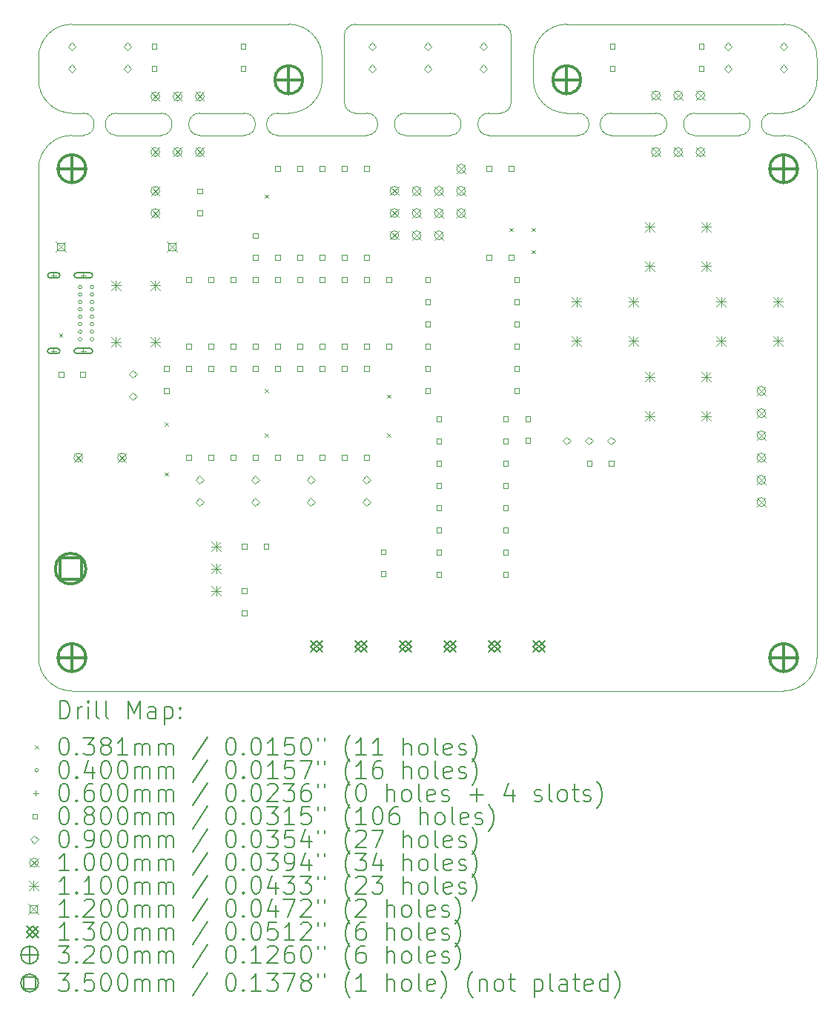
<source format=gbr>
%TF.GenerationSoftware,KiCad,Pcbnew,7.0.1-0*%
%TF.CreationDate,2023-03-30T00:17:38-04:00*%
%TF.ProjectId,CHRP400,43485250-3430-4302-9e6b-696361645f70,0*%
%TF.SameCoordinates,Original*%
%TF.FileFunction,Drillmap*%
%TF.FilePolarity,Positive*%
%FSLAX45Y45*%
G04 Gerber Fmt 4.5, Leading zero omitted, Abs format (unit mm)*
G04 Created by KiCad (PCBNEW 7.0.1-0) date 2023-03-30 00:17:38*
%MOMM*%
%LPD*%
G01*
G04 APERTURE LIST*
%ADD10C,0.050800*%
%ADD11C,0.200000*%
%ADD12C,0.038100*%
%ADD13C,0.040000*%
%ADD14C,0.060000*%
%ADD15C,0.080000*%
%ADD16C,0.090000*%
%ADD17C,0.100000*%
%ADD18C,0.110000*%
%ADD19C,0.120000*%
%ADD20C,0.130000*%
%ADD21C,0.320000*%
%ADD22C,0.350000*%
G04 APERTURE END LIST*
D10*
X15303500Y-5715000D02*
X16319500Y-5715000D01*
X15557500Y-4572000D02*
G75*
G03*
X15430500Y-4445000I-127000J0D01*
G01*
X17653000Y-5715000D02*
X18161000Y-5715000D01*
X10160000Y-6096000D02*
X10160000Y-11684000D01*
X12890500Y-5461000D02*
G75*
G03*
X12890500Y-5715000I0J-127000D01*
G01*
X15811500Y-4826000D02*
X15811500Y-5080000D01*
X12890500Y-5715000D02*
X13906500Y-5715000D01*
X15557500Y-4572000D02*
X15557500Y-5334000D01*
X15303500Y-5461000D02*
X15430500Y-5461000D01*
X16700500Y-5461000D02*
G75*
G03*
X16700500Y-5715000I0J-127000D01*
G01*
X12890500Y-5461000D02*
X13017500Y-5461000D01*
X13652500Y-5334000D02*
G75*
G03*
X13779500Y-5461000I127000J0D01*
G01*
X13017500Y-5461000D02*
G75*
G03*
X13398500Y-5080000I0J381000D01*
G01*
X11557000Y-5715000D02*
G75*
G03*
X11557000Y-5461000I0J127000D01*
G01*
X13398500Y-4826000D02*
X13398500Y-5080000D01*
X18669000Y-5461000D02*
X18542000Y-5461000D01*
X10541000Y-12065000D02*
X18669000Y-12065000D01*
X15811500Y-5080000D02*
G75*
G03*
X16192500Y-5461000I381000J0D01*
G01*
X19050000Y-11684000D02*
X19050000Y-6096000D01*
X13398500Y-4826000D02*
G75*
G03*
X13017500Y-4445000I-381000J0D01*
G01*
X10541000Y-4445000D02*
G75*
G03*
X10160000Y-4826000I0J-381000D01*
G01*
X10160000Y-5080000D02*
G75*
G03*
X10541000Y-5461000I381000J0D01*
G01*
X17653000Y-5461000D02*
G75*
G03*
X17653000Y-5715000I0J-127000D01*
G01*
X16192500Y-5461000D02*
X16319500Y-5461000D01*
X19050000Y-4826000D02*
X19050000Y-5080000D01*
X13652500Y-4572000D02*
X13652500Y-5334000D01*
X18669000Y-5461000D02*
G75*
G03*
X19050000Y-5080000I0J381000D01*
G01*
X19050000Y-4826000D02*
G75*
G03*
X18669000Y-4445000I-381000J0D01*
G01*
X16700500Y-5715000D02*
X17208500Y-5715000D01*
X15430500Y-5461000D02*
G75*
G03*
X15557500Y-5334000I0J127000D01*
G01*
X10541000Y-5715000D02*
G75*
G03*
X10160000Y-6096000I0J-381000D01*
G01*
X16192500Y-4445000D02*
G75*
G03*
X15811500Y-4826000I0J-381000D01*
G01*
X10541000Y-5461000D02*
X10668000Y-5461000D01*
X10160000Y-11684000D02*
G75*
G03*
X10541000Y-12065000I381000J0D01*
G01*
X17653000Y-5461000D02*
X18161000Y-5461000D01*
X14351000Y-5461000D02*
G75*
G03*
X14351000Y-5715000I0J-127000D01*
G01*
X19050000Y-6096000D02*
G75*
G03*
X18669000Y-5715000I-381000J0D01*
G01*
X15303500Y-5461000D02*
G75*
G03*
X15303500Y-5715000I0J-127000D01*
G01*
X10541000Y-5715000D02*
X10668000Y-5715000D01*
X18669000Y-5715000D02*
X18542000Y-5715000D01*
X13779500Y-5461000D02*
X13906500Y-5461000D01*
X11049000Y-5461000D02*
X11557000Y-5461000D01*
X12001500Y-5715000D02*
X12509500Y-5715000D01*
X16700500Y-5461000D02*
X17208500Y-5461000D01*
X16319500Y-5715000D02*
G75*
G03*
X16319500Y-5461000I0J127000D01*
G01*
X11049000Y-5461000D02*
G75*
G03*
X11049000Y-5715000I0J-127000D01*
G01*
X17208500Y-5715000D02*
G75*
G03*
X17208500Y-5461000I0J127000D01*
G01*
X12001500Y-5461000D02*
G75*
G03*
X12001500Y-5715000I0J-127000D01*
G01*
X14351000Y-5715000D02*
X14859000Y-5715000D01*
X18669000Y-12065000D02*
G75*
G03*
X19050000Y-11684000I0J381000D01*
G01*
X14859000Y-5715000D02*
G75*
G03*
X14859000Y-5461000I0J127000D01*
G01*
X13017500Y-4445000D02*
X10541000Y-4445000D01*
X12001500Y-5461000D02*
X12509500Y-5461000D01*
X15430500Y-4445000D02*
X13779500Y-4445000D01*
X11049000Y-5715000D02*
X11557000Y-5715000D01*
X18542000Y-5461000D02*
G75*
G03*
X18542000Y-5715000I0J-127000D01*
G01*
X13779500Y-4445000D02*
G75*
G03*
X13652500Y-4572000I0J-127000D01*
G01*
X18669000Y-4445000D02*
X16192500Y-4445000D01*
X10668000Y-5715000D02*
G75*
G03*
X10668000Y-5461000I0J127000D01*
G01*
X14351000Y-5461000D02*
X14859000Y-5461000D01*
X13906500Y-5715000D02*
G75*
G03*
X13906500Y-5461000I0J127000D01*
G01*
X18161000Y-5715000D02*
G75*
G03*
X18161000Y-5461000I0J127000D01*
G01*
X12509500Y-5715000D02*
G75*
G03*
X12509500Y-5461000I0J127000D01*
G01*
X10160000Y-4826000D02*
X10160000Y-5080000D01*
D11*
D12*
X10394950Y-7981950D02*
X10433050Y-8020050D01*
X10433050Y-7981950D02*
X10394950Y-8020050D01*
X11601450Y-8997950D02*
X11639550Y-9036050D01*
X11639550Y-8997950D02*
X11601450Y-9036050D01*
X11601450Y-9569450D02*
X11639550Y-9607550D01*
X11639550Y-9569450D02*
X11601450Y-9607550D01*
X12744450Y-6394450D02*
X12782550Y-6432550D01*
X12782550Y-6394450D02*
X12744450Y-6432550D01*
X12744450Y-8616950D02*
X12782550Y-8655050D01*
X12782550Y-8616950D02*
X12744450Y-8655050D01*
X12744450Y-9124950D02*
X12782550Y-9163050D01*
X12782550Y-9124950D02*
X12744450Y-9163050D01*
X14141450Y-8680450D02*
X14179550Y-8718550D01*
X14179550Y-8680450D02*
X14141450Y-8718550D01*
X14141450Y-9124950D02*
X14179550Y-9163050D01*
X14179550Y-9124950D02*
X14141450Y-9163050D01*
X15538450Y-6775450D02*
X15576550Y-6813550D01*
X15576550Y-6775450D02*
X15538450Y-6813550D01*
X15792450Y-6775450D02*
X15830550Y-6813550D01*
X15830550Y-6775450D02*
X15792450Y-6813550D01*
X15792450Y-7029450D02*
X15830550Y-7067550D01*
X15830550Y-7029450D02*
X15792450Y-7067550D01*
D13*
X10654600Y-7449820D02*
G75*
G03*
X10654600Y-7449820I-20000J0D01*
G01*
X10654600Y-7534820D02*
G75*
G03*
X10654600Y-7534820I-20000J0D01*
G01*
X10654600Y-7619820D02*
G75*
G03*
X10654600Y-7619820I-20000J0D01*
G01*
X10654600Y-7704820D02*
G75*
G03*
X10654600Y-7704820I-20000J0D01*
G01*
X10654600Y-7789820D02*
G75*
G03*
X10654600Y-7789820I-20000J0D01*
G01*
X10654600Y-7874820D02*
G75*
G03*
X10654600Y-7874820I-20000J0D01*
G01*
X10654600Y-7959820D02*
G75*
G03*
X10654600Y-7959820I-20000J0D01*
G01*
X10654600Y-8044820D02*
G75*
G03*
X10654600Y-8044820I-20000J0D01*
G01*
X10789600Y-7449820D02*
G75*
G03*
X10789600Y-7449820I-20000J0D01*
G01*
X10789600Y-7534820D02*
G75*
G03*
X10789600Y-7534820I-20000J0D01*
G01*
X10789600Y-7619820D02*
G75*
G03*
X10789600Y-7619820I-20000J0D01*
G01*
X10789600Y-7704820D02*
G75*
G03*
X10789600Y-7704820I-20000J0D01*
G01*
X10789600Y-7789820D02*
G75*
G03*
X10789600Y-7789820I-20000J0D01*
G01*
X10789600Y-7874820D02*
G75*
G03*
X10789600Y-7874820I-20000J0D01*
G01*
X10789600Y-7959820D02*
G75*
G03*
X10789600Y-7959820I-20000J0D01*
G01*
X10789600Y-8044820D02*
G75*
G03*
X10789600Y-8044820I-20000J0D01*
G01*
D14*
X10333600Y-7284820D02*
X10333600Y-7344820D01*
X10303600Y-7314820D02*
X10363600Y-7314820D01*
D11*
X10373600Y-7284820D02*
X10293600Y-7284820D01*
X10293600Y-7284820D02*
G75*
G03*
X10293600Y-7344820I0J-30000D01*
G01*
X10293600Y-7344820D02*
X10373600Y-7344820D01*
X10373600Y-7344820D02*
G75*
G03*
X10373600Y-7284820I0J30000D01*
G01*
D14*
X10333600Y-8149820D02*
X10333600Y-8209820D01*
X10303600Y-8179820D02*
X10363600Y-8179820D01*
D11*
X10373600Y-8149820D02*
X10293600Y-8149820D01*
X10293600Y-8149820D02*
G75*
G03*
X10293600Y-8209820I0J-30000D01*
G01*
X10293600Y-8209820D02*
X10373600Y-8209820D01*
X10373600Y-8209820D02*
G75*
G03*
X10373600Y-8149820I0J30000D01*
G01*
D14*
X10671600Y-7284820D02*
X10671600Y-7344820D01*
X10641600Y-7314820D02*
X10701600Y-7314820D01*
D11*
X10746600Y-7284820D02*
X10596600Y-7284820D01*
X10596600Y-7284820D02*
G75*
G03*
X10596600Y-7344820I0J-30000D01*
G01*
X10596600Y-7344820D02*
X10746600Y-7344820D01*
X10746600Y-7344820D02*
G75*
G03*
X10746600Y-7284820I0J30000D01*
G01*
D14*
X10671600Y-8149820D02*
X10671600Y-8209820D01*
X10641600Y-8179820D02*
X10701600Y-8179820D01*
D11*
X10746600Y-8149820D02*
X10596600Y-8149820D01*
X10596600Y-8149820D02*
G75*
G03*
X10596600Y-8209820I0J-30000D01*
G01*
X10596600Y-8209820D02*
X10746600Y-8209820D01*
X10746600Y-8209820D02*
G75*
G03*
X10746600Y-8149820I0J30000D01*
G01*
D15*
X10444285Y-8473785D02*
X10444285Y-8417216D01*
X10387716Y-8417216D01*
X10387716Y-8473785D01*
X10444285Y-8473785D01*
X10694285Y-8473785D02*
X10694285Y-8417216D01*
X10637716Y-8417216D01*
X10637716Y-8473785D01*
X10694285Y-8473785D01*
X11509084Y-4727285D02*
X11509084Y-4670716D01*
X11452515Y-4670716D01*
X11452515Y-4727285D01*
X11509084Y-4727285D01*
X11509084Y-4981285D02*
X11509084Y-4924716D01*
X11452515Y-4924716D01*
X11452515Y-4981285D01*
X11509084Y-4981285D01*
X11646784Y-8410285D02*
X11646784Y-8353715D01*
X11590215Y-8353715D01*
X11590215Y-8410285D01*
X11646784Y-8410285D01*
X11646784Y-8660285D02*
X11646784Y-8603716D01*
X11590215Y-8603716D01*
X11590215Y-8660285D01*
X11646784Y-8660285D01*
X11902784Y-7394284D02*
X11902784Y-7337715D01*
X11846215Y-7337715D01*
X11846215Y-7394284D01*
X11902784Y-7394284D01*
X11902784Y-8156284D02*
X11902784Y-8099715D01*
X11846215Y-8099715D01*
X11846215Y-8156284D01*
X11902784Y-8156284D01*
X11902784Y-8410285D02*
X11902784Y-8353715D01*
X11846215Y-8353715D01*
X11846215Y-8410285D01*
X11902784Y-8410285D01*
X11902784Y-9426285D02*
X11902784Y-9369716D01*
X11846215Y-9369716D01*
X11846215Y-9426285D01*
X11902784Y-9426285D01*
X12029784Y-6382284D02*
X12029784Y-6325715D01*
X11973215Y-6325715D01*
X11973215Y-6382284D01*
X12029784Y-6382284D01*
X12029784Y-6632284D02*
X12029784Y-6575715D01*
X11973215Y-6575715D01*
X11973215Y-6632284D01*
X12029784Y-6632284D01*
X12156784Y-7394284D02*
X12156784Y-7337715D01*
X12100215Y-7337715D01*
X12100215Y-7394284D01*
X12156784Y-7394284D01*
X12156784Y-8156284D02*
X12156784Y-8099715D01*
X12100215Y-8099715D01*
X12100215Y-8156284D01*
X12156784Y-8156284D01*
X12156784Y-8410285D02*
X12156784Y-8353715D01*
X12100215Y-8353715D01*
X12100215Y-8410285D01*
X12156784Y-8410285D01*
X12156784Y-9426285D02*
X12156784Y-9369716D01*
X12100215Y-9369716D01*
X12100215Y-9426285D01*
X12156784Y-9426285D01*
X12410784Y-7394284D02*
X12410784Y-7337715D01*
X12354215Y-7337715D01*
X12354215Y-7394284D01*
X12410784Y-7394284D01*
X12410784Y-8156284D02*
X12410784Y-8099715D01*
X12354215Y-8099715D01*
X12354215Y-8156284D01*
X12410784Y-8156284D01*
X12410784Y-8410285D02*
X12410784Y-8353715D01*
X12354215Y-8353715D01*
X12354215Y-8410285D01*
X12410784Y-8410285D01*
X12410784Y-9426285D02*
X12410784Y-9369716D01*
X12354215Y-9369716D01*
X12354215Y-9426285D01*
X12410784Y-9426285D01*
X12525084Y-4727285D02*
X12525084Y-4670716D01*
X12468515Y-4670716D01*
X12468515Y-4727285D01*
X12525084Y-4727285D01*
X12525084Y-4981285D02*
X12525084Y-4924716D01*
X12468515Y-4924716D01*
X12468515Y-4981285D01*
X12525084Y-4981285D01*
X12537784Y-10442285D02*
X12537784Y-10385716D01*
X12481215Y-10385716D01*
X12481215Y-10442285D01*
X12537784Y-10442285D01*
X12537784Y-10950285D02*
X12537784Y-10893716D01*
X12481215Y-10893716D01*
X12481215Y-10950285D01*
X12537784Y-10950285D01*
X12537784Y-11200284D02*
X12537784Y-11143716D01*
X12481215Y-11143716D01*
X12481215Y-11200284D01*
X12537784Y-11200284D01*
X12664784Y-6888284D02*
X12664784Y-6831715D01*
X12608215Y-6831715D01*
X12608215Y-6888284D01*
X12664784Y-6888284D01*
X12664784Y-7138284D02*
X12664784Y-7081715D01*
X12608215Y-7081715D01*
X12608215Y-7138284D01*
X12664784Y-7138284D01*
X12664784Y-7394284D02*
X12664784Y-7337715D01*
X12608215Y-7337715D01*
X12608215Y-7394284D01*
X12664784Y-7394284D01*
X12664784Y-8156284D02*
X12664784Y-8099715D01*
X12608215Y-8099715D01*
X12608215Y-8156284D01*
X12664784Y-8156284D01*
X12664784Y-8410285D02*
X12664784Y-8353715D01*
X12608215Y-8353715D01*
X12608215Y-8410285D01*
X12664784Y-8410285D01*
X12664784Y-9426285D02*
X12664784Y-9369716D01*
X12608215Y-9369716D01*
X12608215Y-9426285D01*
X12664784Y-9426285D01*
X12787784Y-10442285D02*
X12787784Y-10385716D01*
X12731215Y-10385716D01*
X12731215Y-10442285D01*
X12787784Y-10442285D01*
X12918784Y-6124284D02*
X12918784Y-6067715D01*
X12862215Y-6067715D01*
X12862215Y-6124284D01*
X12918784Y-6124284D01*
X12918784Y-7140284D02*
X12918784Y-7083715D01*
X12862215Y-7083715D01*
X12862215Y-7140284D01*
X12918784Y-7140284D01*
X12918784Y-7394284D02*
X12918784Y-7337715D01*
X12862215Y-7337715D01*
X12862215Y-7394284D01*
X12918784Y-7394284D01*
X12918784Y-8156284D02*
X12918784Y-8099715D01*
X12862215Y-8099715D01*
X12862215Y-8156284D01*
X12918784Y-8156284D01*
X12918784Y-8410285D02*
X12918784Y-8353715D01*
X12862215Y-8353715D01*
X12862215Y-8410285D01*
X12918784Y-8410285D01*
X12918784Y-9426285D02*
X12918784Y-9369716D01*
X12862215Y-9369716D01*
X12862215Y-9426285D01*
X12918784Y-9426285D01*
X13172784Y-6124284D02*
X13172784Y-6067715D01*
X13116215Y-6067715D01*
X13116215Y-6124284D01*
X13172784Y-6124284D01*
X13172784Y-7140284D02*
X13172784Y-7083715D01*
X13116215Y-7083715D01*
X13116215Y-7140284D01*
X13172784Y-7140284D01*
X13172784Y-7394284D02*
X13172784Y-7337715D01*
X13116215Y-7337715D01*
X13116215Y-7394284D01*
X13172784Y-7394284D01*
X13172784Y-8156284D02*
X13172784Y-8099715D01*
X13116215Y-8099715D01*
X13116215Y-8156284D01*
X13172784Y-8156284D01*
X13172784Y-8410285D02*
X13172784Y-8353715D01*
X13116215Y-8353715D01*
X13116215Y-8410285D01*
X13172784Y-8410285D01*
X13172784Y-9426285D02*
X13172784Y-9369716D01*
X13116215Y-9369716D01*
X13116215Y-9426285D01*
X13172784Y-9426285D01*
X13426784Y-6124284D02*
X13426784Y-6067715D01*
X13370215Y-6067715D01*
X13370215Y-6124284D01*
X13426784Y-6124284D01*
X13426784Y-7140284D02*
X13426784Y-7083715D01*
X13370215Y-7083715D01*
X13370215Y-7140284D01*
X13426784Y-7140284D01*
X13426784Y-7394284D02*
X13426784Y-7337715D01*
X13370215Y-7337715D01*
X13370215Y-7394284D01*
X13426784Y-7394284D01*
X13426784Y-8156284D02*
X13426784Y-8099715D01*
X13370215Y-8099715D01*
X13370215Y-8156284D01*
X13426784Y-8156284D01*
X13426784Y-8410285D02*
X13426784Y-8353715D01*
X13370215Y-8353715D01*
X13370215Y-8410285D01*
X13426784Y-8410285D01*
X13426784Y-9426285D02*
X13426784Y-9369716D01*
X13370215Y-9369716D01*
X13370215Y-9426285D01*
X13426784Y-9426285D01*
X13680784Y-6124284D02*
X13680784Y-6067715D01*
X13624215Y-6067715D01*
X13624215Y-6124284D01*
X13680784Y-6124284D01*
X13680784Y-7140284D02*
X13680784Y-7083715D01*
X13624215Y-7083715D01*
X13624215Y-7140284D01*
X13680784Y-7140284D01*
X13680784Y-7394284D02*
X13680784Y-7337715D01*
X13624215Y-7337715D01*
X13624215Y-7394284D01*
X13680784Y-7394284D01*
X13680784Y-8156284D02*
X13680784Y-8099715D01*
X13624215Y-8099715D01*
X13624215Y-8156284D01*
X13680784Y-8156284D01*
X13680784Y-8410285D02*
X13680784Y-8353715D01*
X13624215Y-8353715D01*
X13624215Y-8410285D01*
X13680784Y-8410285D01*
X13680784Y-9426285D02*
X13680784Y-9369716D01*
X13624215Y-9369716D01*
X13624215Y-9426285D01*
X13680784Y-9426285D01*
X13934784Y-6124284D02*
X13934784Y-6067715D01*
X13878215Y-6067715D01*
X13878215Y-6124284D01*
X13934784Y-6124284D01*
X13934784Y-7140284D02*
X13934784Y-7083715D01*
X13878215Y-7083715D01*
X13878215Y-7140284D01*
X13934784Y-7140284D01*
X13934784Y-7394284D02*
X13934784Y-7337715D01*
X13878215Y-7337715D01*
X13878215Y-7394284D01*
X13934784Y-7394284D01*
X13934784Y-8156284D02*
X13934784Y-8099715D01*
X13878215Y-8099715D01*
X13878215Y-8156284D01*
X13934784Y-8156284D01*
X13934784Y-8410285D02*
X13934784Y-8353715D01*
X13878215Y-8353715D01*
X13878215Y-8410285D01*
X13934784Y-8410285D01*
X13934784Y-9426285D02*
X13934784Y-9369716D01*
X13878215Y-9369716D01*
X13878215Y-9426285D01*
X13934784Y-9426285D01*
X14125284Y-10503297D02*
X14125284Y-10446728D01*
X14068715Y-10446728D01*
X14068715Y-10503297D01*
X14125284Y-10503297D01*
X14125284Y-10753297D02*
X14125284Y-10696728D01*
X14068715Y-10696728D01*
X14068715Y-10753297D01*
X14125284Y-10753297D01*
X14188784Y-7394284D02*
X14188784Y-7337715D01*
X14132215Y-7337715D01*
X14132215Y-7394284D01*
X14188784Y-7394284D01*
X14188784Y-8156284D02*
X14188784Y-8099715D01*
X14132215Y-8099715D01*
X14132215Y-8156284D01*
X14188784Y-8156284D01*
X14633284Y-7394284D02*
X14633284Y-7337715D01*
X14576715Y-7337715D01*
X14576715Y-7394284D01*
X14633284Y-7394284D01*
X14633284Y-7648284D02*
X14633284Y-7591715D01*
X14576715Y-7591715D01*
X14576715Y-7648284D01*
X14633284Y-7648284D01*
X14633284Y-7902284D02*
X14633284Y-7845715D01*
X14576715Y-7845715D01*
X14576715Y-7902284D01*
X14633284Y-7902284D01*
X14633284Y-8156284D02*
X14633284Y-8099715D01*
X14576715Y-8099715D01*
X14576715Y-8156284D01*
X14633284Y-8156284D01*
X14633284Y-8410285D02*
X14633284Y-8353715D01*
X14576715Y-8353715D01*
X14576715Y-8410285D01*
X14633284Y-8410285D01*
X14633284Y-8664285D02*
X14633284Y-8607716D01*
X14576715Y-8607716D01*
X14576715Y-8664285D01*
X14633284Y-8664285D01*
X14760284Y-8981785D02*
X14760284Y-8925216D01*
X14703715Y-8925216D01*
X14703715Y-8981785D01*
X14760284Y-8981785D01*
X14760284Y-9235785D02*
X14760284Y-9179216D01*
X14703715Y-9179216D01*
X14703715Y-9235785D01*
X14760284Y-9235785D01*
X14760284Y-9489785D02*
X14760284Y-9433216D01*
X14703715Y-9433216D01*
X14703715Y-9489785D01*
X14760284Y-9489785D01*
X14760284Y-9743785D02*
X14760284Y-9687216D01*
X14703715Y-9687216D01*
X14703715Y-9743785D01*
X14760284Y-9743785D01*
X14760284Y-9997785D02*
X14760284Y-9941216D01*
X14703715Y-9941216D01*
X14703715Y-9997785D01*
X14760284Y-9997785D01*
X14760284Y-10251785D02*
X14760284Y-10195216D01*
X14703715Y-10195216D01*
X14703715Y-10251785D01*
X14760284Y-10251785D01*
X14760284Y-10505785D02*
X14760284Y-10449216D01*
X14703715Y-10449216D01*
X14703715Y-10505785D01*
X14760284Y-10505785D01*
X14760284Y-10759785D02*
X14760284Y-10703216D01*
X14703715Y-10703216D01*
X14703715Y-10759785D01*
X14760284Y-10759785D01*
X15331784Y-6124284D02*
X15331784Y-6067715D01*
X15275215Y-6067715D01*
X15275215Y-6124284D01*
X15331784Y-6124284D01*
X15331784Y-7140284D02*
X15331784Y-7083715D01*
X15275215Y-7083715D01*
X15275215Y-7140284D01*
X15331784Y-7140284D01*
X15522284Y-8981785D02*
X15522284Y-8925216D01*
X15465715Y-8925216D01*
X15465715Y-8981785D01*
X15522284Y-8981785D01*
X15522284Y-9235785D02*
X15522284Y-9179216D01*
X15465715Y-9179216D01*
X15465715Y-9235785D01*
X15522284Y-9235785D01*
X15522284Y-9489785D02*
X15522284Y-9433216D01*
X15465715Y-9433216D01*
X15465715Y-9489785D01*
X15522284Y-9489785D01*
X15522284Y-9743785D02*
X15522284Y-9687216D01*
X15465715Y-9687216D01*
X15465715Y-9743785D01*
X15522284Y-9743785D01*
X15522284Y-9997785D02*
X15522284Y-9941216D01*
X15465715Y-9941216D01*
X15465715Y-9997785D01*
X15522284Y-9997785D01*
X15522284Y-10251785D02*
X15522284Y-10195216D01*
X15465715Y-10195216D01*
X15465715Y-10251785D01*
X15522284Y-10251785D01*
X15522284Y-10505785D02*
X15522284Y-10449216D01*
X15465715Y-10449216D01*
X15465715Y-10505785D01*
X15522284Y-10505785D01*
X15522284Y-10759785D02*
X15522284Y-10703216D01*
X15465715Y-10703216D01*
X15465715Y-10759785D01*
X15522284Y-10759785D01*
X15585784Y-6124284D02*
X15585784Y-6067715D01*
X15529215Y-6067715D01*
X15529215Y-6124284D01*
X15585784Y-6124284D01*
X15585784Y-7140284D02*
X15585784Y-7083715D01*
X15529215Y-7083715D01*
X15529215Y-7140284D01*
X15585784Y-7140284D01*
X15649284Y-7394284D02*
X15649284Y-7337715D01*
X15592715Y-7337715D01*
X15592715Y-7394284D01*
X15649284Y-7394284D01*
X15649284Y-7648284D02*
X15649284Y-7591715D01*
X15592715Y-7591715D01*
X15592715Y-7648284D01*
X15649284Y-7648284D01*
X15649284Y-7902284D02*
X15649284Y-7845715D01*
X15592715Y-7845715D01*
X15592715Y-7902284D01*
X15649284Y-7902284D01*
X15649284Y-8156284D02*
X15649284Y-8099715D01*
X15592715Y-8099715D01*
X15592715Y-8156284D01*
X15649284Y-8156284D01*
X15649284Y-8410285D02*
X15649284Y-8353715D01*
X15592715Y-8353715D01*
X15592715Y-8410285D01*
X15649284Y-8410285D01*
X15649284Y-8664285D02*
X15649284Y-8607716D01*
X15592715Y-8607716D01*
X15592715Y-8664285D01*
X15649284Y-8664285D01*
X15776284Y-8981785D02*
X15776284Y-8925216D01*
X15719715Y-8925216D01*
X15719715Y-8981785D01*
X15776284Y-8981785D01*
X15776284Y-9231785D02*
X15776284Y-9175216D01*
X15719715Y-9175216D01*
X15719715Y-9231785D01*
X15776284Y-9231785D01*
X16478784Y-9489785D02*
X16478784Y-9433216D01*
X16422215Y-9433216D01*
X16422215Y-9489785D01*
X16478784Y-9489785D01*
X16728784Y-9489785D02*
X16728784Y-9433216D01*
X16672215Y-9433216D01*
X16672215Y-9489785D01*
X16728784Y-9489785D01*
X16741484Y-4727285D02*
X16741484Y-4670716D01*
X16684915Y-4670716D01*
X16684915Y-4727285D01*
X16741484Y-4727285D01*
X16741484Y-4981285D02*
X16741484Y-4924716D01*
X16684915Y-4924716D01*
X16684915Y-4981285D01*
X16741484Y-4981285D01*
X17757485Y-4727285D02*
X17757485Y-4670716D01*
X17700916Y-4670716D01*
X17700916Y-4727285D01*
X17757485Y-4727285D01*
X17757485Y-4981285D02*
X17757485Y-4924716D01*
X17700916Y-4924716D01*
X17700916Y-4981285D01*
X17757485Y-4981285D01*
D16*
X10541000Y-4744500D02*
X10586000Y-4699500D01*
X10541000Y-4654500D01*
X10496000Y-4699500D01*
X10541000Y-4744500D01*
X10541000Y-4998500D02*
X10586000Y-4953500D01*
X10541000Y-4908500D01*
X10496000Y-4953500D01*
X10541000Y-4998500D01*
X11176000Y-4744000D02*
X11221000Y-4699000D01*
X11176000Y-4654000D01*
X11131000Y-4699000D01*
X11176000Y-4744000D01*
X11176000Y-4998000D02*
X11221000Y-4953000D01*
X11176000Y-4908000D01*
X11131000Y-4953000D01*
X11176000Y-4998000D01*
X11239500Y-8490500D02*
X11284500Y-8445500D01*
X11239500Y-8400500D01*
X11194500Y-8445500D01*
X11239500Y-8490500D01*
X11239500Y-8744500D02*
X11284500Y-8699500D01*
X11239500Y-8654500D01*
X11194500Y-8699500D01*
X11239500Y-8744500D01*
X12001500Y-9697500D02*
X12046500Y-9652500D01*
X12001500Y-9607500D01*
X11956500Y-9652500D01*
X12001500Y-9697500D01*
X12001500Y-9951500D02*
X12046500Y-9906500D01*
X12001500Y-9861500D01*
X11956500Y-9906500D01*
X12001500Y-9951500D01*
X12636500Y-9697500D02*
X12681500Y-9652500D01*
X12636500Y-9607500D01*
X12591500Y-9652500D01*
X12636500Y-9697500D01*
X12636500Y-9951500D02*
X12681500Y-9906500D01*
X12636500Y-9861500D01*
X12591500Y-9906500D01*
X12636500Y-9951500D01*
X13271500Y-9697500D02*
X13316500Y-9652500D01*
X13271500Y-9607500D01*
X13226500Y-9652500D01*
X13271500Y-9697500D01*
X13271500Y-9951500D02*
X13316500Y-9906500D01*
X13271500Y-9861500D01*
X13226500Y-9906500D01*
X13271500Y-9951500D01*
X13906500Y-9697500D02*
X13951500Y-9652500D01*
X13906500Y-9607500D01*
X13861500Y-9652500D01*
X13906500Y-9697500D01*
X13906500Y-9951500D02*
X13951500Y-9906500D01*
X13906500Y-9861500D01*
X13861500Y-9906500D01*
X13906500Y-9951500D01*
X13970000Y-4744500D02*
X14015000Y-4699500D01*
X13970000Y-4654500D01*
X13925000Y-4699500D01*
X13970000Y-4744500D01*
X13970000Y-4998500D02*
X14015000Y-4953500D01*
X13970000Y-4908500D01*
X13925000Y-4953500D01*
X13970000Y-4998500D01*
X14605000Y-4744000D02*
X14650000Y-4699000D01*
X14605000Y-4654000D01*
X14560000Y-4699000D01*
X14605000Y-4744000D01*
X14605000Y-4998000D02*
X14650000Y-4953000D01*
X14605000Y-4908000D01*
X14560000Y-4953000D01*
X14605000Y-4998000D01*
X15240000Y-4744500D02*
X15285000Y-4699500D01*
X15240000Y-4654500D01*
X15195000Y-4699500D01*
X15240000Y-4744500D01*
X15240000Y-4998500D02*
X15285000Y-4953500D01*
X15240000Y-4908500D01*
X15195000Y-4953500D01*
X15240000Y-4998500D01*
X16192500Y-9252500D02*
X16237500Y-9207500D01*
X16192500Y-9162500D01*
X16147500Y-9207500D01*
X16192500Y-9252500D01*
X16446500Y-9252500D02*
X16491500Y-9207500D01*
X16446500Y-9162500D01*
X16401500Y-9207500D01*
X16446500Y-9252500D01*
X16700500Y-9252500D02*
X16745500Y-9207500D01*
X16700500Y-9162500D01*
X16655500Y-9207500D01*
X16700500Y-9252500D01*
X18034000Y-4744500D02*
X18079000Y-4699500D01*
X18034000Y-4654500D01*
X17989000Y-4699500D01*
X18034000Y-4744500D01*
X18034000Y-4998500D02*
X18079000Y-4953500D01*
X18034000Y-4908500D01*
X17989000Y-4953500D01*
X18034000Y-4998500D01*
X18669000Y-4744500D02*
X18714000Y-4699500D01*
X18669000Y-4654500D01*
X18624000Y-4699500D01*
X18669000Y-4744500D01*
X18669000Y-4998500D02*
X18714000Y-4953500D01*
X18669000Y-4908500D01*
X18624000Y-4953500D01*
X18669000Y-4998500D01*
D17*
X10562500Y-9348000D02*
X10662500Y-9448000D01*
X10662500Y-9348000D02*
X10562500Y-9448000D01*
X10662500Y-9398000D02*
G75*
G03*
X10662500Y-9398000I-50000J0D01*
G01*
X11062500Y-9348000D02*
X11162500Y-9448000D01*
X11162500Y-9348000D02*
X11062500Y-9448000D01*
X11162500Y-9398000D02*
G75*
G03*
X11162500Y-9398000I-50000J0D01*
G01*
X11443500Y-5220500D02*
X11543500Y-5320500D01*
X11543500Y-5220500D02*
X11443500Y-5320500D01*
X11543500Y-5270500D02*
G75*
G03*
X11543500Y-5270500I-50000J0D01*
G01*
X11443500Y-5855500D02*
X11543500Y-5955500D01*
X11543500Y-5855500D02*
X11443500Y-5955500D01*
X11543500Y-5905500D02*
G75*
G03*
X11543500Y-5905500I-50000J0D01*
G01*
X11443500Y-6300000D02*
X11543500Y-6400000D01*
X11543500Y-6300000D02*
X11443500Y-6400000D01*
X11543500Y-6350000D02*
G75*
G03*
X11543500Y-6350000I-50000J0D01*
G01*
X11443500Y-6554000D02*
X11543500Y-6654000D01*
X11543500Y-6554000D02*
X11443500Y-6654000D01*
X11543500Y-6604000D02*
G75*
G03*
X11543500Y-6604000I-50000J0D01*
G01*
X11697500Y-5220500D02*
X11797500Y-5320500D01*
X11797500Y-5220500D02*
X11697500Y-5320500D01*
X11797500Y-5270500D02*
G75*
G03*
X11797500Y-5270500I-50000J0D01*
G01*
X11697500Y-5855500D02*
X11797500Y-5955500D01*
X11797500Y-5855500D02*
X11697500Y-5955500D01*
X11797500Y-5905500D02*
G75*
G03*
X11797500Y-5905500I-50000J0D01*
G01*
X11951500Y-5220500D02*
X12051500Y-5320500D01*
X12051500Y-5220500D02*
X11951500Y-5320500D01*
X12051500Y-5270500D02*
G75*
G03*
X12051500Y-5270500I-50000J0D01*
G01*
X11951500Y-5855500D02*
X12051500Y-5955500D01*
X12051500Y-5855500D02*
X11951500Y-5955500D01*
X12051500Y-5905500D02*
G75*
G03*
X12051500Y-5905500I-50000J0D01*
G01*
X14174000Y-6298500D02*
X14274000Y-6398500D01*
X14274000Y-6298500D02*
X14174000Y-6398500D01*
X14274000Y-6348500D02*
G75*
G03*
X14274000Y-6348500I-50000J0D01*
G01*
X14174000Y-6552500D02*
X14274000Y-6652500D01*
X14274000Y-6552500D02*
X14174000Y-6652500D01*
X14274000Y-6602500D02*
G75*
G03*
X14274000Y-6602500I-50000J0D01*
G01*
X14174000Y-6806500D02*
X14274000Y-6906500D01*
X14274000Y-6806500D02*
X14174000Y-6906500D01*
X14274000Y-6856500D02*
G75*
G03*
X14274000Y-6856500I-50000J0D01*
G01*
X14428000Y-6300000D02*
X14528000Y-6400000D01*
X14528000Y-6300000D02*
X14428000Y-6400000D01*
X14528000Y-6350000D02*
G75*
G03*
X14528000Y-6350000I-50000J0D01*
G01*
X14428000Y-6554000D02*
X14528000Y-6654000D01*
X14528000Y-6554000D02*
X14428000Y-6654000D01*
X14528000Y-6604000D02*
G75*
G03*
X14528000Y-6604000I-50000J0D01*
G01*
X14428000Y-6808000D02*
X14528000Y-6908000D01*
X14528000Y-6808000D02*
X14428000Y-6908000D01*
X14528000Y-6858000D02*
G75*
G03*
X14528000Y-6858000I-50000J0D01*
G01*
X14682000Y-6300000D02*
X14782000Y-6400000D01*
X14782000Y-6300000D02*
X14682000Y-6400000D01*
X14782000Y-6350000D02*
G75*
G03*
X14782000Y-6350000I-50000J0D01*
G01*
X14682000Y-6554000D02*
X14782000Y-6654000D01*
X14782000Y-6554000D02*
X14682000Y-6654000D01*
X14782000Y-6604000D02*
G75*
G03*
X14782000Y-6604000I-50000J0D01*
G01*
X14682000Y-6808000D02*
X14782000Y-6908000D01*
X14782000Y-6808000D02*
X14682000Y-6908000D01*
X14782000Y-6858000D02*
G75*
G03*
X14782000Y-6858000I-50000J0D01*
G01*
X14936000Y-6046000D02*
X15036000Y-6146000D01*
X15036000Y-6046000D02*
X14936000Y-6146000D01*
X15036000Y-6096000D02*
G75*
G03*
X15036000Y-6096000I-50000J0D01*
G01*
X14936000Y-6300000D02*
X15036000Y-6400000D01*
X15036000Y-6300000D02*
X14936000Y-6400000D01*
X15036000Y-6350000D02*
G75*
G03*
X15036000Y-6350000I-50000J0D01*
G01*
X14936000Y-6554000D02*
X15036000Y-6654000D01*
X15036000Y-6554000D02*
X14936000Y-6654000D01*
X15036000Y-6604000D02*
G75*
G03*
X15036000Y-6604000I-50000J0D01*
G01*
X17160000Y-5207800D02*
X17260000Y-5307800D01*
X17260000Y-5207800D02*
X17160000Y-5307800D01*
X17260000Y-5257800D02*
G75*
G03*
X17260000Y-5257800I-50000J0D01*
G01*
X17160000Y-5855500D02*
X17260000Y-5955500D01*
X17260000Y-5855500D02*
X17160000Y-5955500D01*
X17260000Y-5905500D02*
G75*
G03*
X17260000Y-5905500I-50000J0D01*
G01*
X17414000Y-5207800D02*
X17514000Y-5307800D01*
X17514000Y-5207800D02*
X17414000Y-5307800D01*
X17514000Y-5257800D02*
G75*
G03*
X17514000Y-5257800I-50000J0D01*
G01*
X17414000Y-5855500D02*
X17514000Y-5955500D01*
X17514000Y-5855500D02*
X17414000Y-5955500D01*
X17514000Y-5905500D02*
G75*
G03*
X17514000Y-5905500I-50000J0D01*
G01*
X17668000Y-5207800D02*
X17768000Y-5307800D01*
X17768000Y-5207800D02*
X17668000Y-5307800D01*
X17768000Y-5257800D02*
G75*
G03*
X17768000Y-5257800I-50000J0D01*
G01*
X17668000Y-5855500D02*
X17768000Y-5955500D01*
X17768000Y-5855500D02*
X17668000Y-5955500D01*
X17768000Y-5905500D02*
G75*
G03*
X17768000Y-5905500I-50000J0D01*
G01*
X18365000Y-8586000D02*
X18465000Y-8686000D01*
X18465000Y-8586000D02*
X18365000Y-8686000D01*
X18465000Y-8636000D02*
G75*
G03*
X18465000Y-8636000I-50000J0D01*
G01*
X18365000Y-8840000D02*
X18465000Y-8940000D01*
X18465000Y-8840000D02*
X18365000Y-8940000D01*
X18465000Y-8890000D02*
G75*
G03*
X18465000Y-8890000I-50000J0D01*
G01*
X18365000Y-9094000D02*
X18465000Y-9194000D01*
X18465000Y-9094000D02*
X18365000Y-9194000D01*
X18465000Y-9144000D02*
G75*
G03*
X18465000Y-9144000I-50000J0D01*
G01*
X18365000Y-9348000D02*
X18465000Y-9448000D01*
X18465000Y-9348000D02*
X18365000Y-9448000D01*
X18465000Y-9398000D02*
G75*
G03*
X18465000Y-9398000I-50000J0D01*
G01*
X18365000Y-9602000D02*
X18465000Y-9702000D01*
X18465000Y-9602000D02*
X18365000Y-9702000D01*
X18465000Y-9652000D02*
G75*
G03*
X18465000Y-9652000I-50000J0D01*
G01*
X18365000Y-9856000D02*
X18465000Y-9956000D01*
X18465000Y-9856000D02*
X18365000Y-9956000D01*
X18465000Y-9906000D02*
G75*
G03*
X18465000Y-9906000I-50000J0D01*
G01*
D18*
X10988500Y-7374500D02*
X11098500Y-7484500D01*
X11098500Y-7374500D02*
X10988500Y-7484500D01*
X11043500Y-7374500D02*
X11043500Y-7484500D01*
X10988500Y-7429500D02*
X11098500Y-7429500D01*
X10988500Y-8024500D02*
X11098500Y-8134500D01*
X11098500Y-8024500D02*
X10988500Y-8134500D01*
X11043500Y-8024500D02*
X11043500Y-8134500D01*
X10988500Y-8079500D02*
X11098500Y-8079500D01*
X11438500Y-7374500D02*
X11548500Y-7484500D01*
X11548500Y-7374500D02*
X11438500Y-7484500D01*
X11493500Y-7374500D02*
X11493500Y-7484500D01*
X11438500Y-7429500D02*
X11548500Y-7429500D01*
X11438500Y-8024500D02*
X11548500Y-8134500D01*
X11548500Y-8024500D02*
X11438500Y-8134500D01*
X11493500Y-8024500D02*
X11493500Y-8134500D01*
X11438500Y-8079500D02*
X11548500Y-8079500D01*
X12137000Y-10359000D02*
X12247000Y-10469000D01*
X12247000Y-10359000D02*
X12137000Y-10469000D01*
X12192000Y-10359000D02*
X12192000Y-10469000D01*
X12137000Y-10414000D02*
X12247000Y-10414000D01*
X12137000Y-10613000D02*
X12247000Y-10723000D01*
X12247000Y-10613000D02*
X12137000Y-10723000D01*
X12192000Y-10613000D02*
X12192000Y-10723000D01*
X12137000Y-10668000D02*
X12247000Y-10668000D01*
X12137000Y-10867000D02*
X12247000Y-10977000D01*
X12247000Y-10867000D02*
X12137000Y-10977000D01*
X12192000Y-10867000D02*
X12192000Y-10977000D01*
X12137000Y-10922000D02*
X12247000Y-10922000D01*
X16249500Y-7559500D02*
X16359500Y-7669500D01*
X16359500Y-7559500D02*
X16249500Y-7669500D01*
X16304500Y-7559500D02*
X16304500Y-7669500D01*
X16249500Y-7614500D02*
X16359500Y-7614500D01*
X16249500Y-8009500D02*
X16359500Y-8119500D01*
X16359500Y-8009500D02*
X16249500Y-8119500D01*
X16304500Y-8009500D02*
X16304500Y-8119500D01*
X16249500Y-8064500D02*
X16359500Y-8064500D01*
X16899500Y-7559500D02*
X17009500Y-7669500D01*
X17009500Y-7559500D02*
X16899500Y-7669500D01*
X16954500Y-7559500D02*
X16954500Y-7669500D01*
X16899500Y-7614500D02*
X17009500Y-7614500D01*
X16899500Y-8009500D02*
X17009500Y-8119500D01*
X17009500Y-8009500D02*
X16899500Y-8119500D01*
X16954500Y-8009500D02*
X16954500Y-8119500D01*
X16899500Y-8064500D02*
X17009500Y-8064500D01*
X17082500Y-6705000D02*
X17192500Y-6815000D01*
X17192500Y-6705000D02*
X17082500Y-6815000D01*
X17137500Y-6705000D02*
X17137500Y-6815000D01*
X17082500Y-6760000D02*
X17192500Y-6760000D01*
X17082500Y-7155000D02*
X17192500Y-7265000D01*
X17192500Y-7155000D02*
X17082500Y-7265000D01*
X17137500Y-7155000D02*
X17137500Y-7265000D01*
X17082500Y-7210000D02*
X17192500Y-7210000D01*
X17082500Y-8419500D02*
X17192500Y-8529500D01*
X17192500Y-8419500D02*
X17082500Y-8529500D01*
X17137500Y-8419500D02*
X17137500Y-8529500D01*
X17082500Y-8474500D02*
X17192500Y-8474500D01*
X17082500Y-8869500D02*
X17192500Y-8979500D01*
X17192500Y-8869500D02*
X17082500Y-8979500D01*
X17137500Y-8869500D02*
X17137500Y-8979500D01*
X17082500Y-8924500D02*
X17192500Y-8924500D01*
X17732500Y-6705000D02*
X17842500Y-6815000D01*
X17842500Y-6705000D02*
X17732500Y-6815000D01*
X17787500Y-6705000D02*
X17787500Y-6815000D01*
X17732500Y-6760000D02*
X17842500Y-6760000D01*
X17732500Y-7155000D02*
X17842500Y-7265000D01*
X17842500Y-7155000D02*
X17732500Y-7265000D01*
X17787500Y-7155000D02*
X17787500Y-7265000D01*
X17732500Y-7210000D02*
X17842500Y-7210000D01*
X17732500Y-8419500D02*
X17842500Y-8529500D01*
X17842500Y-8419500D02*
X17732500Y-8529500D01*
X17787500Y-8419500D02*
X17787500Y-8529500D01*
X17732500Y-8474500D02*
X17842500Y-8474500D01*
X17732500Y-8869500D02*
X17842500Y-8979500D01*
X17842500Y-8869500D02*
X17732500Y-8979500D01*
X17787500Y-8869500D02*
X17787500Y-8979500D01*
X17732500Y-8924500D02*
X17842500Y-8924500D01*
X17900500Y-7559500D02*
X18010500Y-7669500D01*
X18010500Y-7559500D02*
X17900500Y-7669500D01*
X17955500Y-7559500D02*
X17955500Y-7669500D01*
X17900500Y-7614500D02*
X18010500Y-7614500D01*
X17900500Y-8009500D02*
X18010500Y-8119500D01*
X18010500Y-8009500D02*
X17900500Y-8119500D01*
X17955500Y-8009500D02*
X17955500Y-8119500D01*
X17900500Y-8064500D02*
X18010500Y-8064500D01*
X18550500Y-7559500D02*
X18660500Y-7669500D01*
X18660500Y-7559500D02*
X18550500Y-7669500D01*
X18605500Y-7559500D02*
X18605500Y-7669500D01*
X18550500Y-7614500D02*
X18660500Y-7614500D01*
X18550500Y-8009500D02*
X18660500Y-8119500D01*
X18660500Y-8009500D02*
X18550500Y-8119500D01*
X18605500Y-8009500D02*
X18605500Y-8119500D01*
X18550500Y-8064500D02*
X18660500Y-8064500D01*
D19*
X10354000Y-6925000D02*
X10474000Y-7045000D01*
X10474000Y-6925000D02*
X10354000Y-7045000D01*
X10456427Y-7027427D02*
X10456427Y-6942573D01*
X10371573Y-6942573D01*
X10371573Y-7027427D01*
X10456427Y-7027427D01*
X11624000Y-6925000D02*
X11744000Y-7045000D01*
X11744000Y-6925000D02*
X11624000Y-7045000D01*
X11726427Y-7027427D02*
X11726427Y-6942573D01*
X11641573Y-6942573D01*
X11641573Y-7027427D01*
X11726427Y-7027427D01*
D20*
X13270000Y-11492001D02*
X13400000Y-11622001D01*
X13400000Y-11492001D02*
X13270000Y-11622001D01*
X13335000Y-11622001D02*
X13400000Y-11557001D01*
X13335000Y-11492001D01*
X13270000Y-11557001D01*
X13335000Y-11622001D01*
X13778000Y-11492001D02*
X13908000Y-11622001D01*
X13908000Y-11492001D02*
X13778000Y-11622001D01*
X13843000Y-11622001D02*
X13908000Y-11557001D01*
X13843000Y-11492001D01*
X13778000Y-11557001D01*
X13843000Y-11622001D01*
X14286000Y-11492001D02*
X14416000Y-11622001D01*
X14416000Y-11492001D02*
X14286000Y-11622001D01*
X14351000Y-11622001D02*
X14416000Y-11557001D01*
X14351000Y-11492001D01*
X14286000Y-11557001D01*
X14351000Y-11622001D01*
X14794000Y-11492001D02*
X14924000Y-11622001D01*
X14924000Y-11492001D02*
X14794000Y-11622001D01*
X14859000Y-11622001D02*
X14924000Y-11557001D01*
X14859000Y-11492001D01*
X14794000Y-11557001D01*
X14859000Y-11622001D01*
X15302000Y-11492001D02*
X15432000Y-11622001D01*
X15432000Y-11492001D02*
X15302000Y-11622001D01*
X15367000Y-11622001D02*
X15432000Y-11557001D01*
X15367000Y-11492001D01*
X15302000Y-11557001D01*
X15367000Y-11622001D01*
X15810000Y-11492001D02*
X15940000Y-11622001D01*
X15940000Y-11492001D02*
X15810000Y-11622001D01*
X15875000Y-11622001D02*
X15940000Y-11557001D01*
X15875000Y-11492001D01*
X15810000Y-11557001D01*
X15875000Y-11622001D01*
D21*
X10541000Y-5936000D02*
X10541000Y-6256000D01*
X10381000Y-6096000D02*
X10701000Y-6096000D01*
X10701000Y-6096000D02*
G75*
G03*
X10701000Y-6096000I-160000J0D01*
G01*
X10541000Y-11524000D02*
X10541000Y-11844000D01*
X10381000Y-11684000D02*
X10701000Y-11684000D01*
X10701000Y-11684000D02*
G75*
G03*
X10701000Y-11684000I-160000J0D01*
G01*
X13017500Y-4920000D02*
X13017500Y-5240000D01*
X12857500Y-5080000D02*
X13177500Y-5080000D01*
X13177500Y-5080000D02*
G75*
G03*
X13177500Y-5080000I-160000J0D01*
G01*
X16192500Y-4920000D02*
X16192500Y-5240000D01*
X16032500Y-5080000D02*
X16352500Y-5080000D01*
X16352500Y-5080000D02*
G75*
G03*
X16352500Y-5080000I-160000J0D01*
G01*
X18669000Y-5936000D02*
X18669000Y-6256000D01*
X18509000Y-6096000D02*
X18829000Y-6096000D01*
X18829000Y-6096000D02*
G75*
G03*
X18829000Y-6096000I-160000J0D01*
G01*
X18669000Y-11524000D02*
X18669000Y-11844000D01*
X18509000Y-11684000D02*
X18829000Y-11684000D01*
X18829000Y-11684000D02*
G75*
G03*
X18829000Y-11684000I-160000J0D01*
G01*
D22*
X10649745Y-10791745D02*
X10649745Y-10544255D01*
X10402255Y-10544255D01*
X10402255Y-10791745D01*
X10649745Y-10791745D01*
X10701000Y-10668000D02*
G75*
G03*
X10701000Y-10668000I-175000J0D01*
G01*
D11*
X10405079Y-12380064D02*
X10405079Y-12180064D01*
X10405079Y-12180064D02*
X10452698Y-12180064D01*
X10452698Y-12180064D02*
X10481270Y-12189588D01*
X10481270Y-12189588D02*
X10500317Y-12208635D01*
X10500317Y-12208635D02*
X10509841Y-12227683D01*
X10509841Y-12227683D02*
X10519365Y-12265778D01*
X10519365Y-12265778D02*
X10519365Y-12294349D01*
X10519365Y-12294349D02*
X10509841Y-12332445D01*
X10509841Y-12332445D02*
X10500317Y-12351492D01*
X10500317Y-12351492D02*
X10481270Y-12370540D01*
X10481270Y-12370540D02*
X10452698Y-12380064D01*
X10452698Y-12380064D02*
X10405079Y-12380064D01*
X10605079Y-12380064D02*
X10605079Y-12246730D01*
X10605079Y-12284826D02*
X10614603Y-12265778D01*
X10614603Y-12265778D02*
X10624127Y-12256254D01*
X10624127Y-12256254D02*
X10643174Y-12246730D01*
X10643174Y-12246730D02*
X10662222Y-12246730D01*
X10728889Y-12380064D02*
X10728889Y-12246730D01*
X10728889Y-12180064D02*
X10719365Y-12189588D01*
X10719365Y-12189588D02*
X10728889Y-12199111D01*
X10728889Y-12199111D02*
X10738412Y-12189588D01*
X10738412Y-12189588D02*
X10728889Y-12180064D01*
X10728889Y-12180064D02*
X10728889Y-12199111D01*
X10852698Y-12380064D02*
X10833650Y-12370540D01*
X10833650Y-12370540D02*
X10824127Y-12351492D01*
X10824127Y-12351492D02*
X10824127Y-12180064D01*
X10957460Y-12380064D02*
X10938412Y-12370540D01*
X10938412Y-12370540D02*
X10928889Y-12351492D01*
X10928889Y-12351492D02*
X10928889Y-12180064D01*
X11186031Y-12380064D02*
X11186031Y-12180064D01*
X11186031Y-12180064D02*
X11252698Y-12322921D01*
X11252698Y-12322921D02*
X11319365Y-12180064D01*
X11319365Y-12180064D02*
X11319365Y-12380064D01*
X11500317Y-12380064D02*
X11500317Y-12275302D01*
X11500317Y-12275302D02*
X11490793Y-12256254D01*
X11490793Y-12256254D02*
X11471746Y-12246730D01*
X11471746Y-12246730D02*
X11433650Y-12246730D01*
X11433650Y-12246730D02*
X11414603Y-12256254D01*
X11500317Y-12370540D02*
X11481269Y-12380064D01*
X11481269Y-12380064D02*
X11433650Y-12380064D01*
X11433650Y-12380064D02*
X11414603Y-12370540D01*
X11414603Y-12370540D02*
X11405079Y-12351492D01*
X11405079Y-12351492D02*
X11405079Y-12332445D01*
X11405079Y-12332445D02*
X11414603Y-12313397D01*
X11414603Y-12313397D02*
X11433650Y-12303873D01*
X11433650Y-12303873D02*
X11481269Y-12303873D01*
X11481269Y-12303873D02*
X11500317Y-12294349D01*
X11595555Y-12246730D02*
X11595555Y-12446730D01*
X11595555Y-12256254D02*
X11614603Y-12246730D01*
X11614603Y-12246730D02*
X11652698Y-12246730D01*
X11652698Y-12246730D02*
X11671746Y-12256254D01*
X11671746Y-12256254D02*
X11681269Y-12265778D01*
X11681269Y-12265778D02*
X11690793Y-12284826D01*
X11690793Y-12284826D02*
X11690793Y-12341968D01*
X11690793Y-12341968D02*
X11681269Y-12361016D01*
X11681269Y-12361016D02*
X11671746Y-12370540D01*
X11671746Y-12370540D02*
X11652698Y-12380064D01*
X11652698Y-12380064D02*
X11614603Y-12380064D01*
X11614603Y-12380064D02*
X11595555Y-12370540D01*
X11776508Y-12361016D02*
X11786031Y-12370540D01*
X11786031Y-12370540D02*
X11776508Y-12380064D01*
X11776508Y-12380064D02*
X11766984Y-12370540D01*
X11766984Y-12370540D02*
X11776508Y-12361016D01*
X11776508Y-12361016D02*
X11776508Y-12380064D01*
X11776508Y-12256254D02*
X11786031Y-12265778D01*
X11786031Y-12265778D02*
X11776508Y-12275302D01*
X11776508Y-12275302D02*
X11766984Y-12265778D01*
X11766984Y-12265778D02*
X11776508Y-12256254D01*
X11776508Y-12256254D02*
X11776508Y-12275302D01*
D12*
X10119360Y-12688490D02*
X10157460Y-12726590D01*
X10157460Y-12688490D02*
X10119360Y-12726590D01*
D11*
X10443174Y-12600064D02*
X10462222Y-12600064D01*
X10462222Y-12600064D02*
X10481270Y-12609588D01*
X10481270Y-12609588D02*
X10490793Y-12619111D01*
X10490793Y-12619111D02*
X10500317Y-12638159D01*
X10500317Y-12638159D02*
X10509841Y-12676254D01*
X10509841Y-12676254D02*
X10509841Y-12723873D01*
X10509841Y-12723873D02*
X10500317Y-12761968D01*
X10500317Y-12761968D02*
X10490793Y-12781016D01*
X10490793Y-12781016D02*
X10481270Y-12790540D01*
X10481270Y-12790540D02*
X10462222Y-12800064D01*
X10462222Y-12800064D02*
X10443174Y-12800064D01*
X10443174Y-12800064D02*
X10424127Y-12790540D01*
X10424127Y-12790540D02*
X10414603Y-12781016D01*
X10414603Y-12781016D02*
X10405079Y-12761968D01*
X10405079Y-12761968D02*
X10395555Y-12723873D01*
X10395555Y-12723873D02*
X10395555Y-12676254D01*
X10395555Y-12676254D02*
X10405079Y-12638159D01*
X10405079Y-12638159D02*
X10414603Y-12619111D01*
X10414603Y-12619111D02*
X10424127Y-12609588D01*
X10424127Y-12609588D02*
X10443174Y-12600064D01*
X10595555Y-12781016D02*
X10605079Y-12790540D01*
X10605079Y-12790540D02*
X10595555Y-12800064D01*
X10595555Y-12800064D02*
X10586031Y-12790540D01*
X10586031Y-12790540D02*
X10595555Y-12781016D01*
X10595555Y-12781016D02*
X10595555Y-12800064D01*
X10671746Y-12600064D02*
X10795555Y-12600064D01*
X10795555Y-12600064D02*
X10728889Y-12676254D01*
X10728889Y-12676254D02*
X10757460Y-12676254D01*
X10757460Y-12676254D02*
X10776508Y-12685778D01*
X10776508Y-12685778D02*
X10786031Y-12695302D01*
X10786031Y-12695302D02*
X10795555Y-12714349D01*
X10795555Y-12714349D02*
X10795555Y-12761968D01*
X10795555Y-12761968D02*
X10786031Y-12781016D01*
X10786031Y-12781016D02*
X10776508Y-12790540D01*
X10776508Y-12790540D02*
X10757460Y-12800064D01*
X10757460Y-12800064D02*
X10700317Y-12800064D01*
X10700317Y-12800064D02*
X10681270Y-12790540D01*
X10681270Y-12790540D02*
X10671746Y-12781016D01*
X10909841Y-12685778D02*
X10890793Y-12676254D01*
X10890793Y-12676254D02*
X10881270Y-12666730D01*
X10881270Y-12666730D02*
X10871746Y-12647683D01*
X10871746Y-12647683D02*
X10871746Y-12638159D01*
X10871746Y-12638159D02*
X10881270Y-12619111D01*
X10881270Y-12619111D02*
X10890793Y-12609588D01*
X10890793Y-12609588D02*
X10909841Y-12600064D01*
X10909841Y-12600064D02*
X10947936Y-12600064D01*
X10947936Y-12600064D02*
X10966984Y-12609588D01*
X10966984Y-12609588D02*
X10976508Y-12619111D01*
X10976508Y-12619111D02*
X10986031Y-12638159D01*
X10986031Y-12638159D02*
X10986031Y-12647683D01*
X10986031Y-12647683D02*
X10976508Y-12666730D01*
X10976508Y-12666730D02*
X10966984Y-12676254D01*
X10966984Y-12676254D02*
X10947936Y-12685778D01*
X10947936Y-12685778D02*
X10909841Y-12685778D01*
X10909841Y-12685778D02*
X10890793Y-12695302D01*
X10890793Y-12695302D02*
X10881270Y-12704826D01*
X10881270Y-12704826D02*
X10871746Y-12723873D01*
X10871746Y-12723873D02*
X10871746Y-12761968D01*
X10871746Y-12761968D02*
X10881270Y-12781016D01*
X10881270Y-12781016D02*
X10890793Y-12790540D01*
X10890793Y-12790540D02*
X10909841Y-12800064D01*
X10909841Y-12800064D02*
X10947936Y-12800064D01*
X10947936Y-12800064D02*
X10966984Y-12790540D01*
X10966984Y-12790540D02*
X10976508Y-12781016D01*
X10976508Y-12781016D02*
X10986031Y-12761968D01*
X10986031Y-12761968D02*
X10986031Y-12723873D01*
X10986031Y-12723873D02*
X10976508Y-12704826D01*
X10976508Y-12704826D02*
X10966984Y-12695302D01*
X10966984Y-12695302D02*
X10947936Y-12685778D01*
X11176508Y-12800064D02*
X11062222Y-12800064D01*
X11119365Y-12800064D02*
X11119365Y-12600064D01*
X11119365Y-12600064D02*
X11100317Y-12628635D01*
X11100317Y-12628635D02*
X11081270Y-12647683D01*
X11081270Y-12647683D02*
X11062222Y-12657207D01*
X11262222Y-12800064D02*
X11262222Y-12666730D01*
X11262222Y-12685778D02*
X11271746Y-12676254D01*
X11271746Y-12676254D02*
X11290793Y-12666730D01*
X11290793Y-12666730D02*
X11319365Y-12666730D01*
X11319365Y-12666730D02*
X11338412Y-12676254D01*
X11338412Y-12676254D02*
X11347936Y-12695302D01*
X11347936Y-12695302D02*
X11347936Y-12800064D01*
X11347936Y-12695302D02*
X11357460Y-12676254D01*
X11357460Y-12676254D02*
X11376508Y-12666730D01*
X11376508Y-12666730D02*
X11405079Y-12666730D01*
X11405079Y-12666730D02*
X11424127Y-12676254D01*
X11424127Y-12676254D02*
X11433650Y-12695302D01*
X11433650Y-12695302D02*
X11433650Y-12800064D01*
X11528889Y-12800064D02*
X11528889Y-12666730D01*
X11528889Y-12685778D02*
X11538412Y-12676254D01*
X11538412Y-12676254D02*
X11557460Y-12666730D01*
X11557460Y-12666730D02*
X11586031Y-12666730D01*
X11586031Y-12666730D02*
X11605079Y-12676254D01*
X11605079Y-12676254D02*
X11614603Y-12695302D01*
X11614603Y-12695302D02*
X11614603Y-12800064D01*
X11614603Y-12695302D02*
X11624127Y-12676254D01*
X11624127Y-12676254D02*
X11643174Y-12666730D01*
X11643174Y-12666730D02*
X11671746Y-12666730D01*
X11671746Y-12666730D02*
X11690793Y-12676254D01*
X11690793Y-12676254D02*
X11700317Y-12695302D01*
X11700317Y-12695302D02*
X11700317Y-12800064D01*
X12090793Y-12590540D02*
X11919365Y-12847683D01*
X12347936Y-12600064D02*
X12366984Y-12600064D01*
X12366984Y-12600064D02*
X12386032Y-12609588D01*
X12386032Y-12609588D02*
X12395555Y-12619111D01*
X12395555Y-12619111D02*
X12405079Y-12638159D01*
X12405079Y-12638159D02*
X12414603Y-12676254D01*
X12414603Y-12676254D02*
X12414603Y-12723873D01*
X12414603Y-12723873D02*
X12405079Y-12761968D01*
X12405079Y-12761968D02*
X12395555Y-12781016D01*
X12395555Y-12781016D02*
X12386032Y-12790540D01*
X12386032Y-12790540D02*
X12366984Y-12800064D01*
X12366984Y-12800064D02*
X12347936Y-12800064D01*
X12347936Y-12800064D02*
X12328889Y-12790540D01*
X12328889Y-12790540D02*
X12319365Y-12781016D01*
X12319365Y-12781016D02*
X12309841Y-12761968D01*
X12309841Y-12761968D02*
X12300317Y-12723873D01*
X12300317Y-12723873D02*
X12300317Y-12676254D01*
X12300317Y-12676254D02*
X12309841Y-12638159D01*
X12309841Y-12638159D02*
X12319365Y-12619111D01*
X12319365Y-12619111D02*
X12328889Y-12609588D01*
X12328889Y-12609588D02*
X12347936Y-12600064D01*
X12500317Y-12781016D02*
X12509841Y-12790540D01*
X12509841Y-12790540D02*
X12500317Y-12800064D01*
X12500317Y-12800064D02*
X12490793Y-12790540D01*
X12490793Y-12790540D02*
X12500317Y-12781016D01*
X12500317Y-12781016D02*
X12500317Y-12800064D01*
X12633651Y-12600064D02*
X12652698Y-12600064D01*
X12652698Y-12600064D02*
X12671746Y-12609588D01*
X12671746Y-12609588D02*
X12681270Y-12619111D01*
X12681270Y-12619111D02*
X12690793Y-12638159D01*
X12690793Y-12638159D02*
X12700317Y-12676254D01*
X12700317Y-12676254D02*
X12700317Y-12723873D01*
X12700317Y-12723873D02*
X12690793Y-12761968D01*
X12690793Y-12761968D02*
X12681270Y-12781016D01*
X12681270Y-12781016D02*
X12671746Y-12790540D01*
X12671746Y-12790540D02*
X12652698Y-12800064D01*
X12652698Y-12800064D02*
X12633651Y-12800064D01*
X12633651Y-12800064D02*
X12614603Y-12790540D01*
X12614603Y-12790540D02*
X12605079Y-12781016D01*
X12605079Y-12781016D02*
X12595555Y-12761968D01*
X12595555Y-12761968D02*
X12586032Y-12723873D01*
X12586032Y-12723873D02*
X12586032Y-12676254D01*
X12586032Y-12676254D02*
X12595555Y-12638159D01*
X12595555Y-12638159D02*
X12605079Y-12619111D01*
X12605079Y-12619111D02*
X12614603Y-12609588D01*
X12614603Y-12609588D02*
X12633651Y-12600064D01*
X12890793Y-12800064D02*
X12776508Y-12800064D01*
X12833651Y-12800064D02*
X12833651Y-12600064D01*
X12833651Y-12600064D02*
X12814603Y-12628635D01*
X12814603Y-12628635D02*
X12795555Y-12647683D01*
X12795555Y-12647683D02*
X12776508Y-12657207D01*
X13071746Y-12600064D02*
X12976508Y-12600064D01*
X12976508Y-12600064D02*
X12966984Y-12695302D01*
X12966984Y-12695302D02*
X12976508Y-12685778D01*
X12976508Y-12685778D02*
X12995555Y-12676254D01*
X12995555Y-12676254D02*
X13043174Y-12676254D01*
X13043174Y-12676254D02*
X13062222Y-12685778D01*
X13062222Y-12685778D02*
X13071746Y-12695302D01*
X13071746Y-12695302D02*
X13081270Y-12714349D01*
X13081270Y-12714349D02*
X13081270Y-12761968D01*
X13081270Y-12761968D02*
X13071746Y-12781016D01*
X13071746Y-12781016D02*
X13062222Y-12790540D01*
X13062222Y-12790540D02*
X13043174Y-12800064D01*
X13043174Y-12800064D02*
X12995555Y-12800064D01*
X12995555Y-12800064D02*
X12976508Y-12790540D01*
X12976508Y-12790540D02*
X12966984Y-12781016D01*
X13205079Y-12600064D02*
X13224127Y-12600064D01*
X13224127Y-12600064D02*
X13243174Y-12609588D01*
X13243174Y-12609588D02*
X13252698Y-12619111D01*
X13252698Y-12619111D02*
X13262222Y-12638159D01*
X13262222Y-12638159D02*
X13271746Y-12676254D01*
X13271746Y-12676254D02*
X13271746Y-12723873D01*
X13271746Y-12723873D02*
X13262222Y-12761968D01*
X13262222Y-12761968D02*
X13252698Y-12781016D01*
X13252698Y-12781016D02*
X13243174Y-12790540D01*
X13243174Y-12790540D02*
X13224127Y-12800064D01*
X13224127Y-12800064D02*
X13205079Y-12800064D01*
X13205079Y-12800064D02*
X13186032Y-12790540D01*
X13186032Y-12790540D02*
X13176508Y-12781016D01*
X13176508Y-12781016D02*
X13166984Y-12761968D01*
X13166984Y-12761968D02*
X13157460Y-12723873D01*
X13157460Y-12723873D02*
X13157460Y-12676254D01*
X13157460Y-12676254D02*
X13166984Y-12638159D01*
X13166984Y-12638159D02*
X13176508Y-12619111D01*
X13176508Y-12619111D02*
X13186032Y-12609588D01*
X13186032Y-12609588D02*
X13205079Y-12600064D01*
X13347936Y-12600064D02*
X13347936Y-12638159D01*
X13424127Y-12600064D02*
X13424127Y-12638159D01*
X13719365Y-12876254D02*
X13709841Y-12866730D01*
X13709841Y-12866730D02*
X13690794Y-12838159D01*
X13690794Y-12838159D02*
X13681270Y-12819111D01*
X13681270Y-12819111D02*
X13671746Y-12790540D01*
X13671746Y-12790540D02*
X13662222Y-12742921D01*
X13662222Y-12742921D02*
X13662222Y-12704826D01*
X13662222Y-12704826D02*
X13671746Y-12657207D01*
X13671746Y-12657207D02*
X13681270Y-12628635D01*
X13681270Y-12628635D02*
X13690794Y-12609588D01*
X13690794Y-12609588D02*
X13709841Y-12581016D01*
X13709841Y-12581016D02*
X13719365Y-12571492D01*
X13900317Y-12800064D02*
X13786032Y-12800064D01*
X13843174Y-12800064D02*
X13843174Y-12600064D01*
X13843174Y-12600064D02*
X13824127Y-12628635D01*
X13824127Y-12628635D02*
X13805079Y-12647683D01*
X13805079Y-12647683D02*
X13786032Y-12657207D01*
X14090794Y-12800064D02*
X13976508Y-12800064D01*
X14033651Y-12800064D02*
X14033651Y-12600064D01*
X14033651Y-12600064D02*
X14014603Y-12628635D01*
X14014603Y-12628635D02*
X13995555Y-12647683D01*
X13995555Y-12647683D02*
X13976508Y-12657207D01*
X14328889Y-12800064D02*
X14328889Y-12600064D01*
X14414603Y-12800064D02*
X14414603Y-12695302D01*
X14414603Y-12695302D02*
X14405079Y-12676254D01*
X14405079Y-12676254D02*
X14386032Y-12666730D01*
X14386032Y-12666730D02*
X14357460Y-12666730D01*
X14357460Y-12666730D02*
X14338413Y-12676254D01*
X14338413Y-12676254D02*
X14328889Y-12685778D01*
X14538413Y-12800064D02*
X14519365Y-12790540D01*
X14519365Y-12790540D02*
X14509841Y-12781016D01*
X14509841Y-12781016D02*
X14500317Y-12761968D01*
X14500317Y-12761968D02*
X14500317Y-12704826D01*
X14500317Y-12704826D02*
X14509841Y-12685778D01*
X14509841Y-12685778D02*
X14519365Y-12676254D01*
X14519365Y-12676254D02*
X14538413Y-12666730D01*
X14538413Y-12666730D02*
X14566984Y-12666730D01*
X14566984Y-12666730D02*
X14586032Y-12676254D01*
X14586032Y-12676254D02*
X14595556Y-12685778D01*
X14595556Y-12685778D02*
X14605079Y-12704826D01*
X14605079Y-12704826D02*
X14605079Y-12761968D01*
X14605079Y-12761968D02*
X14595556Y-12781016D01*
X14595556Y-12781016D02*
X14586032Y-12790540D01*
X14586032Y-12790540D02*
X14566984Y-12800064D01*
X14566984Y-12800064D02*
X14538413Y-12800064D01*
X14719365Y-12800064D02*
X14700317Y-12790540D01*
X14700317Y-12790540D02*
X14690794Y-12771492D01*
X14690794Y-12771492D02*
X14690794Y-12600064D01*
X14871746Y-12790540D02*
X14852698Y-12800064D01*
X14852698Y-12800064D02*
X14814603Y-12800064D01*
X14814603Y-12800064D02*
X14795556Y-12790540D01*
X14795556Y-12790540D02*
X14786032Y-12771492D01*
X14786032Y-12771492D02*
X14786032Y-12695302D01*
X14786032Y-12695302D02*
X14795556Y-12676254D01*
X14795556Y-12676254D02*
X14814603Y-12666730D01*
X14814603Y-12666730D02*
X14852698Y-12666730D01*
X14852698Y-12666730D02*
X14871746Y-12676254D01*
X14871746Y-12676254D02*
X14881270Y-12695302D01*
X14881270Y-12695302D02*
X14881270Y-12714349D01*
X14881270Y-12714349D02*
X14786032Y-12733397D01*
X14957460Y-12790540D02*
X14976508Y-12800064D01*
X14976508Y-12800064D02*
X15014603Y-12800064D01*
X15014603Y-12800064D02*
X15033651Y-12790540D01*
X15033651Y-12790540D02*
X15043175Y-12771492D01*
X15043175Y-12771492D02*
X15043175Y-12761968D01*
X15043175Y-12761968D02*
X15033651Y-12742921D01*
X15033651Y-12742921D02*
X15014603Y-12733397D01*
X15014603Y-12733397D02*
X14986032Y-12733397D01*
X14986032Y-12733397D02*
X14966984Y-12723873D01*
X14966984Y-12723873D02*
X14957460Y-12704826D01*
X14957460Y-12704826D02*
X14957460Y-12695302D01*
X14957460Y-12695302D02*
X14966984Y-12676254D01*
X14966984Y-12676254D02*
X14986032Y-12666730D01*
X14986032Y-12666730D02*
X15014603Y-12666730D01*
X15014603Y-12666730D02*
X15033651Y-12676254D01*
X15109841Y-12876254D02*
X15119365Y-12866730D01*
X15119365Y-12866730D02*
X15138413Y-12838159D01*
X15138413Y-12838159D02*
X15147937Y-12819111D01*
X15147937Y-12819111D02*
X15157460Y-12790540D01*
X15157460Y-12790540D02*
X15166984Y-12742921D01*
X15166984Y-12742921D02*
X15166984Y-12704826D01*
X15166984Y-12704826D02*
X15157460Y-12657207D01*
X15157460Y-12657207D02*
X15147937Y-12628635D01*
X15147937Y-12628635D02*
X15138413Y-12609588D01*
X15138413Y-12609588D02*
X15119365Y-12581016D01*
X15119365Y-12581016D02*
X15109841Y-12571492D01*
D13*
X10157460Y-12971540D02*
G75*
G03*
X10157460Y-12971540I-20000J0D01*
G01*
D11*
X10443174Y-12864064D02*
X10462222Y-12864064D01*
X10462222Y-12864064D02*
X10481270Y-12873588D01*
X10481270Y-12873588D02*
X10490793Y-12883111D01*
X10490793Y-12883111D02*
X10500317Y-12902159D01*
X10500317Y-12902159D02*
X10509841Y-12940254D01*
X10509841Y-12940254D02*
X10509841Y-12987873D01*
X10509841Y-12987873D02*
X10500317Y-13025968D01*
X10500317Y-13025968D02*
X10490793Y-13045016D01*
X10490793Y-13045016D02*
X10481270Y-13054540D01*
X10481270Y-13054540D02*
X10462222Y-13064064D01*
X10462222Y-13064064D02*
X10443174Y-13064064D01*
X10443174Y-13064064D02*
X10424127Y-13054540D01*
X10424127Y-13054540D02*
X10414603Y-13045016D01*
X10414603Y-13045016D02*
X10405079Y-13025968D01*
X10405079Y-13025968D02*
X10395555Y-12987873D01*
X10395555Y-12987873D02*
X10395555Y-12940254D01*
X10395555Y-12940254D02*
X10405079Y-12902159D01*
X10405079Y-12902159D02*
X10414603Y-12883111D01*
X10414603Y-12883111D02*
X10424127Y-12873588D01*
X10424127Y-12873588D02*
X10443174Y-12864064D01*
X10595555Y-13045016D02*
X10605079Y-13054540D01*
X10605079Y-13054540D02*
X10595555Y-13064064D01*
X10595555Y-13064064D02*
X10586031Y-13054540D01*
X10586031Y-13054540D02*
X10595555Y-13045016D01*
X10595555Y-13045016D02*
X10595555Y-13064064D01*
X10776508Y-12930730D02*
X10776508Y-13064064D01*
X10728889Y-12854540D02*
X10681270Y-12997397D01*
X10681270Y-12997397D02*
X10805079Y-12997397D01*
X10919365Y-12864064D02*
X10938412Y-12864064D01*
X10938412Y-12864064D02*
X10957460Y-12873588D01*
X10957460Y-12873588D02*
X10966984Y-12883111D01*
X10966984Y-12883111D02*
X10976508Y-12902159D01*
X10976508Y-12902159D02*
X10986031Y-12940254D01*
X10986031Y-12940254D02*
X10986031Y-12987873D01*
X10986031Y-12987873D02*
X10976508Y-13025968D01*
X10976508Y-13025968D02*
X10966984Y-13045016D01*
X10966984Y-13045016D02*
X10957460Y-13054540D01*
X10957460Y-13054540D02*
X10938412Y-13064064D01*
X10938412Y-13064064D02*
X10919365Y-13064064D01*
X10919365Y-13064064D02*
X10900317Y-13054540D01*
X10900317Y-13054540D02*
X10890793Y-13045016D01*
X10890793Y-13045016D02*
X10881270Y-13025968D01*
X10881270Y-13025968D02*
X10871746Y-12987873D01*
X10871746Y-12987873D02*
X10871746Y-12940254D01*
X10871746Y-12940254D02*
X10881270Y-12902159D01*
X10881270Y-12902159D02*
X10890793Y-12883111D01*
X10890793Y-12883111D02*
X10900317Y-12873588D01*
X10900317Y-12873588D02*
X10919365Y-12864064D01*
X11109841Y-12864064D02*
X11128889Y-12864064D01*
X11128889Y-12864064D02*
X11147936Y-12873588D01*
X11147936Y-12873588D02*
X11157460Y-12883111D01*
X11157460Y-12883111D02*
X11166984Y-12902159D01*
X11166984Y-12902159D02*
X11176508Y-12940254D01*
X11176508Y-12940254D02*
X11176508Y-12987873D01*
X11176508Y-12987873D02*
X11166984Y-13025968D01*
X11166984Y-13025968D02*
X11157460Y-13045016D01*
X11157460Y-13045016D02*
X11147936Y-13054540D01*
X11147936Y-13054540D02*
X11128889Y-13064064D01*
X11128889Y-13064064D02*
X11109841Y-13064064D01*
X11109841Y-13064064D02*
X11090793Y-13054540D01*
X11090793Y-13054540D02*
X11081270Y-13045016D01*
X11081270Y-13045016D02*
X11071746Y-13025968D01*
X11071746Y-13025968D02*
X11062222Y-12987873D01*
X11062222Y-12987873D02*
X11062222Y-12940254D01*
X11062222Y-12940254D02*
X11071746Y-12902159D01*
X11071746Y-12902159D02*
X11081270Y-12883111D01*
X11081270Y-12883111D02*
X11090793Y-12873588D01*
X11090793Y-12873588D02*
X11109841Y-12864064D01*
X11262222Y-13064064D02*
X11262222Y-12930730D01*
X11262222Y-12949778D02*
X11271746Y-12940254D01*
X11271746Y-12940254D02*
X11290793Y-12930730D01*
X11290793Y-12930730D02*
X11319365Y-12930730D01*
X11319365Y-12930730D02*
X11338412Y-12940254D01*
X11338412Y-12940254D02*
X11347936Y-12959302D01*
X11347936Y-12959302D02*
X11347936Y-13064064D01*
X11347936Y-12959302D02*
X11357460Y-12940254D01*
X11357460Y-12940254D02*
X11376508Y-12930730D01*
X11376508Y-12930730D02*
X11405079Y-12930730D01*
X11405079Y-12930730D02*
X11424127Y-12940254D01*
X11424127Y-12940254D02*
X11433650Y-12959302D01*
X11433650Y-12959302D02*
X11433650Y-13064064D01*
X11528889Y-13064064D02*
X11528889Y-12930730D01*
X11528889Y-12949778D02*
X11538412Y-12940254D01*
X11538412Y-12940254D02*
X11557460Y-12930730D01*
X11557460Y-12930730D02*
X11586031Y-12930730D01*
X11586031Y-12930730D02*
X11605079Y-12940254D01*
X11605079Y-12940254D02*
X11614603Y-12959302D01*
X11614603Y-12959302D02*
X11614603Y-13064064D01*
X11614603Y-12959302D02*
X11624127Y-12940254D01*
X11624127Y-12940254D02*
X11643174Y-12930730D01*
X11643174Y-12930730D02*
X11671746Y-12930730D01*
X11671746Y-12930730D02*
X11690793Y-12940254D01*
X11690793Y-12940254D02*
X11700317Y-12959302D01*
X11700317Y-12959302D02*
X11700317Y-13064064D01*
X12090793Y-12854540D02*
X11919365Y-13111683D01*
X12347936Y-12864064D02*
X12366984Y-12864064D01*
X12366984Y-12864064D02*
X12386032Y-12873588D01*
X12386032Y-12873588D02*
X12395555Y-12883111D01*
X12395555Y-12883111D02*
X12405079Y-12902159D01*
X12405079Y-12902159D02*
X12414603Y-12940254D01*
X12414603Y-12940254D02*
X12414603Y-12987873D01*
X12414603Y-12987873D02*
X12405079Y-13025968D01*
X12405079Y-13025968D02*
X12395555Y-13045016D01*
X12395555Y-13045016D02*
X12386032Y-13054540D01*
X12386032Y-13054540D02*
X12366984Y-13064064D01*
X12366984Y-13064064D02*
X12347936Y-13064064D01*
X12347936Y-13064064D02*
X12328889Y-13054540D01*
X12328889Y-13054540D02*
X12319365Y-13045016D01*
X12319365Y-13045016D02*
X12309841Y-13025968D01*
X12309841Y-13025968D02*
X12300317Y-12987873D01*
X12300317Y-12987873D02*
X12300317Y-12940254D01*
X12300317Y-12940254D02*
X12309841Y-12902159D01*
X12309841Y-12902159D02*
X12319365Y-12883111D01*
X12319365Y-12883111D02*
X12328889Y-12873588D01*
X12328889Y-12873588D02*
X12347936Y-12864064D01*
X12500317Y-13045016D02*
X12509841Y-13054540D01*
X12509841Y-13054540D02*
X12500317Y-13064064D01*
X12500317Y-13064064D02*
X12490793Y-13054540D01*
X12490793Y-13054540D02*
X12500317Y-13045016D01*
X12500317Y-13045016D02*
X12500317Y-13064064D01*
X12633651Y-12864064D02*
X12652698Y-12864064D01*
X12652698Y-12864064D02*
X12671746Y-12873588D01*
X12671746Y-12873588D02*
X12681270Y-12883111D01*
X12681270Y-12883111D02*
X12690793Y-12902159D01*
X12690793Y-12902159D02*
X12700317Y-12940254D01*
X12700317Y-12940254D02*
X12700317Y-12987873D01*
X12700317Y-12987873D02*
X12690793Y-13025968D01*
X12690793Y-13025968D02*
X12681270Y-13045016D01*
X12681270Y-13045016D02*
X12671746Y-13054540D01*
X12671746Y-13054540D02*
X12652698Y-13064064D01*
X12652698Y-13064064D02*
X12633651Y-13064064D01*
X12633651Y-13064064D02*
X12614603Y-13054540D01*
X12614603Y-13054540D02*
X12605079Y-13045016D01*
X12605079Y-13045016D02*
X12595555Y-13025968D01*
X12595555Y-13025968D02*
X12586032Y-12987873D01*
X12586032Y-12987873D02*
X12586032Y-12940254D01*
X12586032Y-12940254D02*
X12595555Y-12902159D01*
X12595555Y-12902159D02*
X12605079Y-12883111D01*
X12605079Y-12883111D02*
X12614603Y-12873588D01*
X12614603Y-12873588D02*
X12633651Y-12864064D01*
X12890793Y-13064064D02*
X12776508Y-13064064D01*
X12833651Y-13064064D02*
X12833651Y-12864064D01*
X12833651Y-12864064D02*
X12814603Y-12892635D01*
X12814603Y-12892635D02*
X12795555Y-12911683D01*
X12795555Y-12911683D02*
X12776508Y-12921207D01*
X13071746Y-12864064D02*
X12976508Y-12864064D01*
X12976508Y-12864064D02*
X12966984Y-12959302D01*
X12966984Y-12959302D02*
X12976508Y-12949778D01*
X12976508Y-12949778D02*
X12995555Y-12940254D01*
X12995555Y-12940254D02*
X13043174Y-12940254D01*
X13043174Y-12940254D02*
X13062222Y-12949778D01*
X13062222Y-12949778D02*
X13071746Y-12959302D01*
X13071746Y-12959302D02*
X13081270Y-12978349D01*
X13081270Y-12978349D02*
X13081270Y-13025968D01*
X13081270Y-13025968D02*
X13071746Y-13045016D01*
X13071746Y-13045016D02*
X13062222Y-13054540D01*
X13062222Y-13054540D02*
X13043174Y-13064064D01*
X13043174Y-13064064D02*
X12995555Y-13064064D01*
X12995555Y-13064064D02*
X12976508Y-13054540D01*
X12976508Y-13054540D02*
X12966984Y-13045016D01*
X13147936Y-12864064D02*
X13281270Y-12864064D01*
X13281270Y-12864064D02*
X13195555Y-13064064D01*
X13347936Y-12864064D02*
X13347936Y-12902159D01*
X13424127Y-12864064D02*
X13424127Y-12902159D01*
X13719365Y-13140254D02*
X13709841Y-13130730D01*
X13709841Y-13130730D02*
X13690794Y-13102159D01*
X13690794Y-13102159D02*
X13681270Y-13083111D01*
X13681270Y-13083111D02*
X13671746Y-13054540D01*
X13671746Y-13054540D02*
X13662222Y-13006921D01*
X13662222Y-13006921D02*
X13662222Y-12968826D01*
X13662222Y-12968826D02*
X13671746Y-12921207D01*
X13671746Y-12921207D02*
X13681270Y-12892635D01*
X13681270Y-12892635D02*
X13690794Y-12873588D01*
X13690794Y-12873588D02*
X13709841Y-12845016D01*
X13709841Y-12845016D02*
X13719365Y-12835492D01*
X13900317Y-13064064D02*
X13786032Y-13064064D01*
X13843174Y-13064064D02*
X13843174Y-12864064D01*
X13843174Y-12864064D02*
X13824127Y-12892635D01*
X13824127Y-12892635D02*
X13805079Y-12911683D01*
X13805079Y-12911683D02*
X13786032Y-12921207D01*
X14071746Y-12864064D02*
X14033651Y-12864064D01*
X14033651Y-12864064D02*
X14014603Y-12873588D01*
X14014603Y-12873588D02*
X14005079Y-12883111D01*
X14005079Y-12883111D02*
X13986032Y-12911683D01*
X13986032Y-12911683D02*
X13976508Y-12949778D01*
X13976508Y-12949778D02*
X13976508Y-13025968D01*
X13976508Y-13025968D02*
X13986032Y-13045016D01*
X13986032Y-13045016D02*
X13995555Y-13054540D01*
X13995555Y-13054540D02*
X14014603Y-13064064D01*
X14014603Y-13064064D02*
X14052698Y-13064064D01*
X14052698Y-13064064D02*
X14071746Y-13054540D01*
X14071746Y-13054540D02*
X14081270Y-13045016D01*
X14081270Y-13045016D02*
X14090794Y-13025968D01*
X14090794Y-13025968D02*
X14090794Y-12978349D01*
X14090794Y-12978349D02*
X14081270Y-12959302D01*
X14081270Y-12959302D02*
X14071746Y-12949778D01*
X14071746Y-12949778D02*
X14052698Y-12940254D01*
X14052698Y-12940254D02*
X14014603Y-12940254D01*
X14014603Y-12940254D02*
X13995555Y-12949778D01*
X13995555Y-12949778D02*
X13986032Y-12959302D01*
X13986032Y-12959302D02*
X13976508Y-12978349D01*
X14328889Y-13064064D02*
X14328889Y-12864064D01*
X14414603Y-13064064D02*
X14414603Y-12959302D01*
X14414603Y-12959302D02*
X14405079Y-12940254D01*
X14405079Y-12940254D02*
X14386032Y-12930730D01*
X14386032Y-12930730D02*
X14357460Y-12930730D01*
X14357460Y-12930730D02*
X14338413Y-12940254D01*
X14338413Y-12940254D02*
X14328889Y-12949778D01*
X14538413Y-13064064D02*
X14519365Y-13054540D01*
X14519365Y-13054540D02*
X14509841Y-13045016D01*
X14509841Y-13045016D02*
X14500317Y-13025968D01*
X14500317Y-13025968D02*
X14500317Y-12968826D01*
X14500317Y-12968826D02*
X14509841Y-12949778D01*
X14509841Y-12949778D02*
X14519365Y-12940254D01*
X14519365Y-12940254D02*
X14538413Y-12930730D01*
X14538413Y-12930730D02*
X14566984Y-12930730D01*
X14566984Y-12930730D02*
X14586032Y-12940254D01*
X14586032Y-12940254D02*
X14595556Y-12949778D01*
X14595556Y-12949778D02*
X14605079Y-12968826D01*
X14605079Y-12968826D02*
X14605079Y-13025968D01*
X14605079Y-13025968D02*
X14595556Y-13045016D01*
X14595556Y-13045016D02*
X14586032Y-13054540D01*
X14586032Y-13054540D02*
X14566984Y-13064064D01*
X14566984Y-13064064D02*
X14538413Y-13064064D01*
X14719365Y-13064064D02*
X14700317Y-13054540D01*
X14700317Y-13054540D02*
X14690794Y-13035492D01*
X14690794Y-13035492D02*
X14690794Y-12864064D01*
X14871746Y-13054540D02*
X14852698Y-13064064D01*
X14852698Y-13064064D02*
X14814603Y-13064064D01*
X14814603Y-13064064D02*
X14795556Y-13054540D01*
X14795556Y-13054540D02*
X14786032Y-13035492D01*
X14786032Y-13035492D02*
X14786032Y-12959302D01*
X14786032Y-12959302D02*
X14795556Y-12940254D01*
X14795556Y-12940254D02*
X14814603Y-12930730D01*
X14814603Y-12930730D02*
X14852698Y-12930730D01*
X14852698Y-12930730D02*
X14871746Y-12940254D01*
X14871746Y-12940254D02*
X14881270Y-12959302D01*
X14881270Y-12959302D02*
X14881270Y-12978349D01*
X14881270Y-12978349D02*
X14786032Y-12997397D01*
X14957460Y-13054540D02*
X14976508Y-13064064D01*
X14976508Y-13064064D02*
X15014603Y-13064064D01*
X15014603Y-13064064D02*
X15033651Y-13054540D01*
X15033651Y-13054540D02*
X15043175Y-13035492D01*
X15043175Y-13035492D02*
X15043175Y-13025968D01*
X15043175Y-13025968D02*
X15033651Y-13006921D01*
X15033651Y-13006921D02*
X15014603Y-12997397D01*
X15014603Y-12997397D02*
X14986032Y-12997397D01*
X14986032Y-12997397D02*
X14966984Y-12987873D01*
X14966984Y-12987873D02*
X14957460Y-12968826D01*
X14957460Y-12968826D02*
X14957460Y-12959302D01*
X14957460Y-12959302D02*
X14966984Y-12940254D01*
X14966984Y-12940254D02*
X14986032Y-12930730D01*
X14986032Y-12930730D02*
X15014603Y-12930730D01*
X15014603Y-12930730D02*
X15033651Y-12940254D01*
X15109841Y-13140254D02*
X15119365Y-13130730D01*
X15119365Y-13130730D02*
X15138413Y-13102159D01*
X15138413Y-13102159D02*
X15147937Y-13083111D01*
X15147937Y-13083111D02*
X15157460Y-13054540D01*
X15157460Y-13054540D02*
X15166984Y-13006921D01*
X15166984Y-13006921D02*
X15166984Y-12968826D01*
X15166984Y-12968826D02*
X15157460Y-12921207D01*
X15157460Y-12921207D02*
X15147937Y-12892635D01*
X15147937Y-12892635D02*
X15138413Y-12873588D01*
X15138413Y-12873588D02*
X15119365Y-12845016D01*
X15119365Y-12845016D02*
X15109841Y-12835492D01*
D14*
X10127460Y-13205540D02*
X10127460Y-13265540D01*
X10097460Y-13235540D02*
X10157460Y-13235540D01*
D11*
X10443174Y-13128064D02*
X10462222Y-13128064D01*
X10462222Y-13128064D02*
X10481270Y-13137588D01*
X10481270Y-13137588D02*
X10490793Y-13147111D01*
X10490793Y-13147111D02*
X10500317Y-13166159D01*
X10500317Y-13166159D02*
X10509841Y-13204254D01*
X10509841Y-13204254D02*
X10509841Y-13251873D01*
X10509841Y-13251873D02*
X10500317Y-13289968D01*
X10500317Y-13289968D02*
X10490793Y-13309016D01*
X10490793Y-13309016D02*
X10481270Y-13318540D01*
X10481270Y-13318540D02*
X10462222Y-13328064D01*
X10462222Y-13328064D02*
X10443174Y-13328064D01*
X10443174Y-13328064D02*
X10424127Y-13318540D01*
X10424127Y-13318540D02*
X10414603Y-13309016D01*
X10414603Y-13309016D02*
X10405079Y-13289968D01*
X10405079Y-13289968D02*
X10395555Y-13251873D01*
X10395555Y-13251873D02*
X10395555Y-13204254D01*
X10395555Y-13204254D02*
X10405079Y-13166159D01*
X10405079Y-13166159D02*
X10414603Y-13147111D01*
X10414603Y-13147111D02*
X10424127Y-13137588D01*
X10424127Y-13137588D02*
X10443174Y-13128064D01*
X10595555Y-13309016D02*
X10605079Y-13318540D01*
X10605079Y-13318540D02*
X10595555Y-13328064D01*
X10595555Y-13328064D02*
X10586031Y-13318540D01*
X10586031Y-13318540D02*
X10595555Y-13309016D01*
X10595555Y-13309016D02*
X10595555Y-13328064D01*
X10776508Y-13128064D02*
X10738412Y-13128064D01*
X10738412Y-13128064D02*
X10719365Y-13137588D01*
X10719365Y-13137588D02*
X10709841Y-13147111D01*
X10709841Y-13147111D02*
X10690793Y-13175683D01*
X10690793Y-13175683D02*
X10681270Y-13213778D01*
X10681270Y-13213778D02*
X10681270Y-13289968D01*
X10681270Y-13289968D02*
X10690793Y-13309016D01*
X10690793Y-13309016D02*
X10700317Y-13318540D01*
X10700317Y-13318540D02*
X10719365Y-13328064D01*
X10719365Y-13328064D02*
X10757460Y-13328064D01*
X10757460Y-13328064D02*
X10776508Y-13318540D01*
X10776508Y-13318540D02*
X10786031Y-13309016D01*
X10786031Y-13309016D02*
X10795555Y-13289968D01*
X10795555Y-13289968D02*
X10795555Y-13242349D01*
X10795555Y-13242349D02*
X10786031Y-13223302D01*
X10786031Y-13223302D02*
X10776508Y-13213778D01*
X10776508Y-13213778D02*
X10757460Y-13204254D01*
X10757460Y-13204254D02*
X10719365Y-13204254D01*
X10719365Y-13204254D02*
X10700317Y-13213778D01*
X10700317Y-13213778D02*
X10690793Y-13223302D01*
X10690793Y-13223302D02*
X10681270Y-13242349D01*
X10919365Y-13128064D02*
X10938412Y-13128064D01*
X10938412Y-13128064D02*
X10957460Y-13137588D01*
X10957460Y-13137588D02*
X10966984Y-13147111D01*
X10966984Y-13147111D02*
X10976508Y-13166159D01*
X10976508Y-13166159D02*
X10986031Y-13204254D01*
X10986031Y-13204254D02*
X10986031Y-13251873D01*
X10986031Y-13251873D02*
X10976508Y-13289968D01*
X10976508Y-13289968D02*
X10966984Y-13309016D01*
X10966984Y-13309016D02*
X10957460Y-13318540D01*
X10957460Y-13318540D02*
X10938412Y-13328064D01*
X10938412Y-13328064D02*
X10919365Y-13328064D01*
X10919365Y-13328064D02*
X10900317Y-13318540D01*
X10900317Y-13318540D02*
X10890793Y-13309016D01*
X10890793Y-13309016D02*
X10881270Y-13289968D01*
X10881270Y-13289968D02*
X10871746Y-13251873D01*
X10871746Y-13251873D02*
X10871746Y-13204254D01*
X10871746Y-13204254D02*
X10881270Y-13166159D01*
X10881270Y-13166159D02*
X10890793Y-13147111D01*
X10890793Y-13147111D02*
X10900317Y-13137588D01*
X10900317Y-13137588D02*
X10919365Y-13128064D01*
X11109841Y-13128064D02*
X11128889Y-13128064D01*
X11128889Y-13128064D02*
X11147936Y-13137588D01*
X11147936Y-13137588D02*
X11157460Y-13147111D01*
X11157460Y-13147111D02*
X11166984Y-13166159D01*
X11166984Y-13166159D02*
X11176508Y-13204254D01*
X11176508Y-13204254D02*
X11176508Y-13251873D01*
X11176508Y-13251873D02*
X11166984Y-13289968D01*
X11166984Y-13289968D02*
X11157460Y-13309016D01*
X11157460Y-13309016D02*
X11147936Y-13318540D01*
X11147936Y-13318540D02*
X11128889Y-13328064D01*
X11128889Y-13328064D02*
X11109841Y-13328064D01*
X11109841Y-13328064D02*
X11090793Y-13318540D01*
X11090793Y-13318540D02*
X11081270Y-13309016D01*
X11081270Y-13309016D02*
X11071746Y-13289968D01*
X11071746Y-13289968D02*
X11062222Y-13251873D01*
X11062222Y-13251873D02*
X11062222Y-13204254D01*
X11062222Y-13204254D02*
X11071746Y-13166159D01*
X11071746Y-13166159D02*
X11081270Y-13147111D01*
X11081270Y-13147111D02*
X11090793Y-13137588D01*
X11090793Y-13137588D02*
X11109841Y-13128064D01*
X11262222Y-13328064D02*
X11262222Y-13194730D01*
X11262222Y-13213778D02*
X11271746Y-13204254D01*
X11271746Y-13204254D02*
X11290793Y-13194730D01*
X11290793Y-13194730D02*
X11319365Y-13194730D01*
X11319365Y-13194730D02*
X11338412Y-13204254D01*
X11338412Y-13204254D02*
X11347936Y-13223302D01*
X11347936Y-13223302D02*
X11347936Y-13328064D01*
X11347936Y-13223302D02*
X11357460Y-13204254D01*
X11357460Y-13204254D02*
X11376508Y-13194730D01*
X11376508Y-13194730D02*
X11405079Y-13194730D01*
X11405079Y-13194730D02*
X11424127Y-13204254D01*
X11424127Y-13204254D02*
X11433650Y-13223302D01*
X11433650Y-13223302D02*
X11433650Y-13328064D01*
X11528889Y-13328064D02*
X11528889Y-13194730D01*
X11528889Y-13213778D02*
X11538412Y-13204254D01*
X11538412Y-13204254D02*
X11557460Y-13194730D01*
X11557460Y-13194730D02*
X11586031Y-13194730D01*
X11586031Y-13194730D02*
X11605079Y-13204254D01*
X11605079Y-13204254D02*
X11614603Y-13223302D01*
X11614603Y-13223302D02*
X11614603Y-13328064D01*
X11614603Y-13223302D02*
X11624127Y-13204254D01*
X11624127Y-13204254D02*
X11643174Y-13194730D01*
X11643174Y-13194730D02*
X11671746Y-13194730D01*
X11671746Y-13194730D02*
X11690793Y-13204254D01*
X11690793Y-13204254D02*
X11700317Y-13223302D01*
X11700317Y-13223302D02*
X11700317Y-13328064D01*
X12090793Y-13118540D02*
X11919365Y-13375683D01*
X12347936Y-13128064D02*
X12366984Y-13128064D01*
X12366984Y-13128064D02*
X12386032Y-13137588D01*
X12386032Y-13137588D02*
X12395555Y-13147111D01*
X12395555Y-13147111D02*
X12405079Y-13166159D01*
X12405079Y-13166159D02*
X12414603Y-13204254D01*
X12414603Y-13204254D02*
X12414603Y-13251873D01*
X12414603Y-13251873D02*
X12405079Y-13289968D01*
X12405079Y-13289968D02*
X12395555Y-13309016D01*
X12395555Y-13309016D02*
X12386032Y-13318540D01*
X12386032Y-13318540D02*
X12366984Y-13328064D01*
X12366984Y-13328064D02*
X12347936Y-13328064D01*
X12347936Y-13328064D02*
X12328889Y-13318540D01*
X12328889Y-13318540D02*
X12319365Y-13309016D01*
X12319365Y-13309016D02*
X12309841Y-13289968D01*
X12309841Y-13289968D02*
X12300317Y-13251873D01*
X12300317Y-13251873D02*
X12300317Y-13204254D01*
X12300317Y-13204254D02*
X12309841Y-13166159D01*
X12309841Y-13166159D02*
X12319365Y-13147111D01*
X12319365Y-13147111D02*
X12328889Y-13137588D01*
X12328889Y-13137588D02*
X12347936Y-13128064D01*
X12500317Y-13309016D02*
X12509841Y-13318540D01*
X12509841Y-13318540D02*
X12500317Y-13328064D01*
X12500317Y-13328064D02*
X12490793Y-13318540D01*
X12490793Y-13318540D02*
X12500317Y-13309016D01*
X12500317Y-13309016D02*
X12500317Y-13328064D01*
X12633651Y-13128064D02*
X12652698Y-13128064D01*
X12652698Y-13128064D02*
X12671746Y-13137588D01*
X12671746Y-13137588D02*
X12681270Y-13147111D01*
X12681270Y-13147111D02*
X12690793Y-13166159D01*
X12690793Y-13166159D02*
X12700317Y-13204254D01*
X12700317Y-13204254D02*
X12700317Y-13251873D01*
X12700317Y-13251873D02*
X12690793Y-13289968D01*
X12690793Y-13289968D02*
X12681270Y-13309016D01*
X12681270Y-13309016D02*
X12671746Y-13318540D01*
X12671746Y-13318540D02*
X12652698Y-13328064D01*
X12652698Y-13328064D02*
X12633651Y-13328064D01*
X12633651Y-13328064D02*
X12614603Y-13318540D01*
X12614603Y-13318540D02*
X12605079Y-13309016D01*
X12605079Y-13309016D02*
X12595555Y-13289968D01*
X12595555Y-13289968D02*
X12586032Y-13251873D01*
X12586032Y-13251873D02*
X12586032Y-13204254D01*
X12586032Y-13204254D02*
X12595555Y-13166159D01*
X12595555Y-13166159D02*
X12605079Y-13147111D01*
X12605079Y-13147111D02*
X12614603Y-13137588D01*
X12614603Y-13137588D02*
X12633651Y-13128064D01*
X12776508Y-13147111D02*
X12786032Y-13137588D01*
X12786032Y-13137588D02*
X12805079Y-13128064D01*
X12805079Y-13128064D02*
X12852698Y-13128064D01*
X12852698Y-13128064D02*
X12871746Y-13137588D01*
X12871746Y-13137588D02*
X12881270Y-13147111D01*
X12881270Y-13147111D02*
X12890793Y-13166159D01*
X12890793Y-13166159D02*
X12890793Y-13185207D01*
X12890793Y-13185207D02*
X12881270Y-13213778D01*
X12881270Y-13213778D02*
X12766984Y-13328064D01*
X12766984Y-13328064D02*
X12890793Y-13328064D01*
X12957460Y-13128064D02*
X13081270Y-13128064D01*
X13081270Y-13128064D02*
X13014603Y-13204254D01*
X13014603Y-13204254D02*
X13043174Y-13204254D01*
X13043174Y-13204254D02*
X13062222Y-13213778D01*
X13062222Y-13213778D02*
X13071746Y-13223302D01*
X13071746Y-13223302D02*
X13081270Y-13242349D01*
X13081270Y-13242349D02*
X13081270Y-13289968D01*
X13081270Y-13289968D02*
X13071746Y-13309016D01*
X13071746Y-13309016D02*
X13062222Y-13318540D01*
X13062222Y-13318540D02*
X13043174Y-13328064D01*
X13043174Y-13328064D02*
X12986032Y-13328064D01*
X12986032Y-13328064D02*
X12966984Y-13318540D01*
X12966984Y-13318540D02*
X12957460Y-13309016D01*
X13252698Y-13128064D02*
X13214603Y-13128064D01*
X13214603Y-13128064D02*
X13195555Y-13137588D01*
X13195555Y-13137588D02*
X13186032Y-13147111D01*
X13186032Y-13147111D02*
X13166984Y-13175683D01*
X13166984Y-13175683D02*
X13157460Y-13213778D01*
X13157460Y-13213778D02*
X13157460Y-13289968D01*
X13157460Y-13289968D02*
X13166984Y-13309016D01*
X13166984Y-13309016D02*
X13176508Y-13318540D01*
X13176508Y-13318540D02*
X13195555Y-13328064D01*
X13195555Y-13328064D02*
X13233651Y-13328064D01*
X13233651Y-13328064D02*
X13252698Y-13318540D01*
X13252698Y-13318540D02*
X13262222Y-13309016D01*
X13262222Y-13309016D02*
X13271746Y-13289968D01*
X13271746Y-13289968D02*
X13271746Y-13242349D01*
X13271746Y-13242349D02*
X13262222Y-13223302D01*
X13262222Y-13223302D02*
X13252698Y-13213778D01*
X13252698Y-13213778D02*
X13233651Y-13204254D01*
X13233651Y-13204254D02*
X13195555Y-13204254D01*
X13195555Y-13204254D02*
X13176508Y-13213778D01*
X13176508Y-13213778D02*
X13166984Y-13223302D01*
X13166984Y-13223302D02*
X13157460Y-13242349D01*
X13347936Y-13128064D02*
X13347936Y-13166159D01*
X13424127Y-13128064D02*
X13424127Y-13166159D01*
X13719365Y-13404254D02*
X13709841Y-13394730D01*
X13709841Y-13394730D02*
X13690794Y-13366159D01*
X13690794Y-13366159D02*
X13681270Y-13347111D01*
X13681270Y-13347111D02*
X13671746Y-13318540D01*
X13671746Y-13318540D02*
X13662222Y-13270921D01*
X13662222Y-13270921D02*
X13662222Y-13232826D01*
X13662222Y-13232826D02*
X13671746Y-13185207D01*
X13671746Y-13185207D02*
X13681270Y-13156635D01*
X13681270Y-13156635D02*
X13690794Y-13137588D01*
X13690794Y-13137588D02*
X13709841Y-13109016D01*
X13709841Y-13109016D02*
X13719365Y-13099492D01*
X13833651Y-13128064D02*
X13852698Y-13128064D01*
X13852698Y-13128064D02*
X13871746Y-13137588D01*
X13871746Y-13137588D02*
X13881270Y-13147111D01*
X13881270Y-13147111D02*
X13890794Y-13166159D01*
X13890794Y-13166159D02*
X13900317Y-13204254D01*
X13900317Y-13204254D02*
X13900317Y-13251873D01*
X13900317Y-13251873D02*
X13890794Y-13289968D01*
X13890794Y-13289968D02*
X13881270Y-13309016D01*
X13881270Y-13309016D02*
X13871746Y-13318540D01*
X13871746Y-13318540D02*
X13852698Y-13328064D01*
X13852698Y-13328064D02*
X13833651Y-13328064D01*
X13833651Y-13328064D02*
X13814603Y-13318540D01*
X13814603Y-13318540D02*
X13805079Y-13309016D01*
X13805079Y-13309016D02*
X13795555Y-13289968D01*
X13795555Y-13289968D02*
X13786032Y-13251873D01*
X13786032Y-13251873D02*
X13786032Y-13204254D01*
X13786032Y-13204254D02*
X13795555Y-13166159D01*
X13795555Y-13166159D02*
X13805079Y-13147111D01*
X13805079Y-13147111D02*
X13814603Y-13137588D01*
X13814603Y-13137588D02*
X13833651Y-13128064D01*
X14138413Y-13328064D02*
X14138413Y-13128064D01*
X14224127Y-13328064D02*
X14224127Y-13223302D01*
X14224127Y-13223302D02*
X14214603Y-13204254D01*
X14214603Y-13204254D02*
X14195556Y-13194730D01*
X14195556Y-13194730D02*
X14166984Y-13194730D01*
X14166984Y-13194730D02*
X14147936Y-13204254D01*
X14147936Y-13204254D02*
X14138413Y-13213778D01*
X14347936Y-13328064D02*
X14328889Y-13318540D01*
X14328889Y-13318540D02*
X14319365Y-13309016D01*
X14319365Y-13309016D02*
X14309841Y-13289968D01*
X14309841Y-13289968D02*
X14309841Y-13232826D01*
X14309841Y-13232826D02*
X14319365Y-13213778D01*
X14319365Y-13213778D02*
X14328889Y-13204254D01*
X14328889Y-13204254D02*
X14347936Y-13194730D01*
X14347936Y-13194730D02*
X14376508Y-13194730D01*
X14376508Y-13194730D02*
X14395556Y-13204254D01*
X14395556Y-13204254D02*
X14405079Y-13213778D01*
X14405079Y-13213778D02*
X14414603Y-13232826D01*
X14414603Y-13232826D02*
X14414603Y-13289968D01*
X14414603Y-13289968D02*
X14405079Y-13309016D01*
X14405079Y-13309016D02*
X14395556Y-13318540D01*
X14395556Y-13318540D02*
X14376508Y-13328064D01*
X14376508Y-13328064D02*
X14347936Y-13328064D01*
X14528889Y-13328064D02*
X14509841Y-13318540D01*
X14509841Y-13318540D02*
X14500317Y-13299492D01*
X14500317Y-13299492D02*
X14500317Y-13128064D01*
X14681270Y-13318540D02*
X14662222Y-13328064D01*
X14662222Y-13328064D02*
X14624127Y-13328064D01*
X14624127Y-13328064D02*
X14605079Y-13318540D01*
X14605079Y-13318540D02*
X14595556Y-13299492D01*
X14595556Y-13299492D02*
X14595556Y-13223302D01*
X14595556Y-13223302D02*
X14605079Y-13204254D01*
X14605079Y-13204254D02*
X14624127Y-13194730D01*
X14624127Y-13194730D02*
X14662222Y-13194730D01*
X14662222Y-13194730D02*
X14681270Y-13204254D01*
X14681270Y-13204254D02*
X14690794Y-13223302D01*
X14690794Y-13223302D02*
X14690794Y-13242349D01*
X14690794Y-13242349D02*
X14595556Y-13261397D01*
X14766984Y-13318540D02*
X14786032Y-13328064D01*
X14786032Y-13328064D02*
X14824127Y-13328064D01*
X14824127Y-13328064D02*
X14843175Y-13318540D01*
X14843175Y-13318540D02*
X14852698Y-13299492D01*
X14852698Y-13299492D02*
X14852698Y-13289968D01*
X14852698Y-13289968D02*
X14843175Y-13270921D01*
X14843175Y-13270921D02*
X14824127Y-13261397D01*
X14824127Y-13261397D02*
X14795556Y-13261397D01*
X14795556Y-13261397D02*
X14776508Y-13251873D01*
X14776508Y-13251873D02*
X14766984Y-13232826D01*
X14766984Y-13232826D02*
X14766984Y-13223302D01*
X14766984Y-13223302D02*
X14776508Y-13204254D01*
X14776508Y-13204254D02*
X14795556Y-13194730D01*
X14795556Y-13194730D02*
X14824127Y-13194730D01*
X14824127Y-13194730D02*
X14843175Y-13204254D01*
X15090794Y-13251873D02*
X15243175Y-13251873D01*
X15166984Y-13328064D02*
X15166984Y-13175683D01*
X15576508Y-13194730D02*
X15576508Y-13328064D01*
X15528889Y-13118540D02*
X15481270Y-13261397D01*
X15481270Y-13261397D02*
X15605079Y-13261397D01*
X15824127Y-13318540D02*
X15843175Y-13328064D01*
X15843175Y-13328064D02*
X15881270Y-13328064D01*
X15881270Y-13328064D02*
X15900318Y-13318540D01*
X15900318Y-13318540D02*
X15909841Y-13299492D01*
X15909841Y-13299492D02*
X15909841Y-13289968D01*
X15909841Y-13289968D02*
X15900318Y-13270921D01*
X15900318Y-13270921D02*
X15881270Y-13261397D01*
X15881270Y-13261397D02*
X15852699Y-13261397D01*
X15852699Y-13261397D02*
X15833651Y-13251873D01*
X15833651Y-13251873D02*
X15824127Y-13232826D01*
X15824127Y-13232826D02*
X15824127Y-13223302D01*
X15824127Y-13223302D02*
X15833651Y-13204254D01*
X15833651Y-13204254D02*
X15852699Y-13194730D01*
X15852699Y-13194730D02*
X15881270Y-13194730D01*
X15881270Y-13194730D02*
X15900318Y-13204254D01*
X16024127Y-13328064D02*
X16005080Y-13318540D01*
X16005080Y-13318540D02*
X15995556Y-13299492D01*
X15995556Y-13299492D02*
X15995556Y-13128064D01*
X16128889Y-13328064D02*
X16109841Y-13318540D01*
X16109841Y-13318540D02*
X16100318Y-13309016D01*
X16100318Y-13309016D02*
X16090794Y-13289968D01*
X16090794Y-13289968D02*
X16090794Y-13232826D01*
X16090794Y-13232826D02*
X16100318Y-13213778D01*
X16100318Y-13213778D02*
X16109841Y-13204254D01*
X16109841Y-13204254D02*
X16128889Y-13194730D01*
X16128889Y-13194730D02*
X16157461Y-13194730D01*
X16157461Y-13194730D02*
X16176508Y-13204254D01*
X16176508Y-13204254D02*
X16186032Y-13213778D01*
X16186032Y-13213778D02*
X16195556Y-13232826D01*
X16195556Y-13232826D02*
X16195556Y-13289968D01*
X16195556Y-13289968D02*
X16186032Y-13309016D01*
X16186032Y-13309016D02*
X16176508Y-13318540D01*
X16176508Y-13318540D02*
X16157461Y-13328064D01*
X16157461Y-13328064D02*
X16128889Y-13328064D01*
X16252699Y-13194730D02*
X16328889Y-13194730D01*
X16281270Y-13128064D02*
X16281270Y-13299492D01*
X16281270Y-13299492D02*
X16290794Y-13318540D01*
X16290794Y-13318540D02*
X16309841Y-13328064D01*
X16309841Y-13328064D02*
X16328889Y-13328064D01*
X16386032Y-13318540D02*
X16405080Y-13328064D01*
X16405080Y-13328064D02*
X16443175Y-13328064D01*
X16443175Y-13328064D02*
X16462222Y-13318540D01*
X16462222Y-13318540D02*
X16471746Y-13299492D01*
X16471746Y-13299492D02*
X16471746Y-13289968D01*
X16471746Y-13289968D02*
X16462222Y-13270921D01*
X16462222Y-13270921D02*
X16443175Y-13261397D01*
X16443175Y-13261397D02*
X16414603Y-13261397D01*
X16414603Y-13261397D02*
X16395556Y-13251873D01*
X16395556Y-13251873D02*
X16386032Y-13232826D01*
X16386032Y-13232826D02*
X16386032Y-13223302D01*
X16386032Y-13223302D02*
X16395556Y-13204254D01*
X16395556Y-13204254D02*
X16414603Y-13194730D01*
X16414603Y-13194730D02*
X16443175Y-13194730D01*
X16443175Y-13194730D02*
X16462222Y-13204254D01*
X16538413Y-13404254D02*
X16547937Y-13394730D01*
X16547937Y-13394730D02*
X16566984Y-13366159D01*
X16566984Y-13366159D02*
X16576508Y-13347111D01*
X16576508Y-13347111D02*
X16586032Y-13318540D01*
X16586032Y-13318540D02*
X16595556Y-13270921D01*
X16595556Y-13270921D02*
X16595556Y-13232826D01*
X16595556Y-13232826D02*
X16586032Y-13185207D01*
X16586032Y-13185207D02*
X16576508Y-13156635D01*
X16576508Y-13156635D02*
X16566984Y-13137588D01*
X16566984Y-13137588D02*
X16547937Y-13109016D01*
X16547937Y-13109016D02*
X16538413Y-13099492D01*
D15*
X10145745Y-13527824D02*
X10145745Y-13471255D01*
X10089176Y-13471255D01*
X10089176Y-13527824D01*
X10145745Y-13527824D01*
D11*
X10443174Y-13392064D02*
X10462222Y-13392064D01*
X10462222Y-13392064D02*
X10481270Y-13401588D01*
X10481270Y-13401588D02*
X10490793Y-13411111D01*
X10490793Y-13411111D02*
X10500317Y-13430159D01*
X10500317Y-13430159D02*
X10509841Y-13468254D01*
X10509841Y-13468254D02*
X10509841Y-13515873D01*
X10509841Y-13515873D02*
X10500317Y-13553968D01*
X10500317Y-13553968D02*
X10490793Y-13573016D01*
X10490793Y-13573016D02*
X10481270Y-13582540D01*
X10481270Y-13582540D02*
X10462222Y-13592064D01*
X10462222Y-13592064D02*
X10443174Y-13592064D01*
X10443174Y-13592064D02*
X10424127Y-13582540D01*
X10424127Y-13582540D02*
X10414603Y-13573016D01*
X10414603Y-13573016D02*
X10405079Y-13553968D01*
X10405079Y-13553968D02*
X10395555Y-13515873D01*
X10395555Y-13515873D02*
X10395555Y-13468254D01*
X10395555Y-13468254D02*
X10405079Y-13430159D01*
X10405079Y-13430159D02*
X10414603Y-13411111D01*
X10414603Y-13411111D02*
X10424127Y-13401588D01*
X10424127Y-13401588D02*
X10443174Y-13392064D01*
X10595555Y-13573016D02*
X10605079Y-13582540D01*
X10605079Y-13582540D02*
X10595555Y-13592064D01*
X10595555Y-13592064D02*
X10586031Y-13582540D01*
X10586031Y-13582540D02*
X10595555Y-13573016D01*
X10595555Y-13573016D02*
X10595555Y-13592064D01*
X10719365Y-13477778D02*
X10700317Y-13468254D01*
X10700317Y-13468254D02*
X10690793Y-13458730D01*
X10690793Y-13458730D02*
X10681270Y-13439683D01*
X10681270Y-13439683D02*
X10681270Y-13430159D01*
X10681270Y-13430159D02*
X10690793Y-13411111D01*
X10690793Y-13411111D02*
X10700317Y-13401588D01*
X10700317Y-13401588D02*
X10719365Y-13392064D01*
X10719365Y-13392064D02*
X10757460Y-13392064D01*
X10757460Y-13392064D02*
X10776508Y-13401588D01*
X10776508Y-13401588D02*
X10786031Y-13411111D01*
X10786031Y-13411111D02*
X10795555Y-13430159D01*
X10795555Y-13430159D02*
X10795555Y-13439683D01*
X10795555Y-13439683D02*
X10786031Y-13458730D01*
X10786031Y-13458730D02*
X10776508Y-13468254D01*
X10776508Y-13468254D02*
X10757460Y-13477778D01*
X10757460Y-13477778D02*
X10719365Y-13477778D01*
X10719365Y-13477778D02*
X10700317Y-13487302D01*
X10700317Y-13487302D02*
X10690793Y-13496826D01*
X10690793Y-13496826D02*
X10681270Y-13515873D01*
X10681270Y-13515873D02*
X10681270Y-13553968D01*
X10681270Y-13553968D02*
X10690793Y-13573016D01*
X10690793Y-13573016D02*
X10700317Y-13582540D01*
X10700317Y-13582540D02*
X10719365Y-13592064D01*
X10719365Y-13592064D02*
X10757460Y-13592064D01*
X10757460Y-13592064D02*
X10776508Y-13582540D01*
X10776508Y-13582540D02*
X10786031Y-13573016D01*
X10786031Y-13573016D02*
X10795555Y-13553968D01*
X10795555Y-13553968D02*
X10795555Y-13515873D01*
X10795555Y-13515873D02*
X10786031Y-13496826D01*
X10786031Y-13496826D02*
X10776508Y-13487302D01*
X10776508Y-13487302D02*
X10757460Y-13477778D01*
X10919365Y-13392064D02*
X10938412Y-13392064D01*
X10938412Y-13392064D02*
X10957460Y-13401588D01*
X10957460Y-13401588D02*
X10966984Y-13411111D01*
X10966984Y-13411111D02*
X10976508Y-13430159D01*
X10976508Y-13430159D02*
X10986031Y-13468254D01*
X10986031Y-13468254D02*
X10986031Y-13515873D01*
X10986031Y-13515873D02*
X10976508Y-13553968D01*
X10976508Y-13553968D02*
X10966984Y-13573016D01*
X10966984Y-13573016D02*
X10957460Y-13582540D01*
X10957460Y-13582540D02*
X10938412Y-13592064D01*
X10938412Y-13592064D02*
X10919365Y-13592064D01*
X10919365Y-13592064D02*
X10900317Y-13582540D01*
X10900317Y-13582540D02*
X10890793Y-13573016D01*
X10890793Y-13573016D02*
X10881270Y-13553968D01*
X10881270Y-13553968D02*
X10871746Y-13515873D01*
X10871746Y-13515873D02*
X10871746Y-13468254D01*
X10871746Y-13468254D02*
X10881270Y-13430159D01*
X10881270Y-13430159D02*
X10890793Y-13411111D01*
X10890793Y-13411111D02*
X10900317Y-13401588D01*
X10900317Y-13401588D02*
X10919365Y-13392064D01*
X11109841Y-13392064D02*
X11128889Y-13392064D01*
X11128889Y-13392064D02*
X11147936Y-13401588D01*
X11147936Y-13401588D02*
X11157460Y-13411111D01*
X11157460Y-13411111D02*
X11166984Y-13430159D01*
X11166984Y-13430159D02*
X11176508Y-13468254D01*
X11176508Y-13468254D02*
X11176508Y-13515873D01*
X11176508Y-13515873D02*
X11166984Y-13553968D01*
X11166984Y-13553968D02*
X11157460Y-13573016D01*
X11157460Y-13573016D02*
X11147936Y-13582540D01*
X11147936Y-13582540D02*
X11128889Y-13592064D01*
X11128889Y-13592064D02*
X11109841Y-13592064D01*
X11109841Y-13592064D02*
X11090793Y-13582540D01*
X11090793Y-13582540D02*
X11081270Y-13573016D01*
X11081270Y-13573016D02*
X11071746Y-13553968D01*
X11071746Y-13553968D02*
X11062222Y-13515873D01*
X11062222Y-13515873D02*
X11062222Y-13468254D01*
X11062222Y-13468254D02*
X11071746Y-13430159D01*
X11071746Y-13430159D02*
X11081270Y-13411111D01*
X11081270Y-13411111D02*
X11090793Y-13401588D01*
X11090793Y-13401588D02*
X11109841Y-13392064D01*
X11262222Y-13592064D02*
X11262222Y-13458730D01*
X11262222Y-13477778D02*
X11271746Y-13468254D01*
X11271746Y-13468254D02*
X11290793Y-13458730D01*
X11290793Y-13458730D02*
X11319365Y-13458730D01*
X11319365Y-13458730D02*
X11338412Y-13468254D01*
X11338412Y-13468254D02*
X11347936Y-13487302D01*
X11347936Y-13487302D02*
X11347936Y-13592064D01*
X11347936Y-13487302D02*
X11357460Y-13468254D01*
X11357460Y-13468254D02*
X11376508Y-13458730D01*
X11376508Y-13458730D02*
X11405079Y-13458730D01*
X11405079Y-13458730D02*
X11424127Y-13468254D01*
X11424127Y-13468254D02*
X11433650Y-13487302D01*
X11433650Y-13487302D02*
X11433650Y-13592064D01*
X11528889Y-13592064D02*
X11528889Y-13458730D01*
X11528889Y-13477778D02*
X11538412Y-13468254D01*
X11538412Y-13468254D02*
X11557460Y-13458730D01*
X11557460Y-13458730D02*
X11586031Y-13458730D01*
X11586031Y-13458730D02*
X11605079Y-13468254D01*
X11605079Y-13468254D02*
X11614603Y-13487302D01*
X11614603Y-13487302D02*
X11614603Y-13592064D01*
X11614603Y-13487302D02*
X11624127Y-13468254D01*
X11624127Y-13468254D02*
X11643174Y-13458730D01*
X11643174Y-13458730D02*
X11671746Y-13458730D01*
X11671746Y-13458730D02*
X11690793Y-13468254D01*
X11690793Y-13468254D02*
X11700317Y-13487302D01*
X11700317Y-13487302D02*
X11700317Y-13592064D01*
X12090793Y-13382540D02*
X11919365Y-13639683D01*
X12347936Y-13392064D02*
X12366984Y-13392064D01*
X12366984Y-13392064D02*
X12386032Y-13401588D01*
X12386032Y-13401588D02*
X12395555Y-13411111D01*
X12395555Y-13411111D02*
X12405079Y-13430159D01*
X12405079Y-13430159D02*
X12414603Y-13468254D01*
X12414603Y-13468254D02*
X12414603Y-13515873D01*
X12414603Y-13515873D02*
X12405079Y-13553968D01*
X12405079Y-13553968D02*
X12395555Y-13573016D01*
X12395555Y-13573016D02*
X12386032Y-13582540D01*
X12386032Y-13582540D02*
X12366984Y-13592064D01*
X12366984Y-13592064D02*
X12347936Y-13592064D01*
X12347936Y-13592064D02*
X12328889Y-13582540D01*
X12328889Y-13582540D02*
X12319365Y-13573016D01*
X12319365Y-13573016D02*
X12309841Y-13553968D01*
X12309841Y-13553968D02*
X12300317Y-13515873D01*
X12300317Y-13515873D02*
X12300317Y-13468254D01*
X12300317Y-13468254D02*
X12309841Y-13430159D01*
X12309841Y-13430159D02*
X12319365Y-13411111D01*
X12319365Y-13411111D02*
X12328889Y-13401588D01*
X12328889Y-13401588D02*
X12347936Y-13392064D01*
X12500317Y-13573016D02*
X12509841Y-13582540D01*
X12509841Y-13582540D02*
X12500317Y-13592064D01*
X12500317Y-13592064D02*
X12490793Y-13582540D01*
X12490793Y-13582540D02*
X12500317Y-13573016D01*
X12500317Y-13573016D02*
X12500317Y-13592064D01*
X12633651Y-13392064D02*
X12652698Y-13392064D01*
X12652698Y-13392064D02*
X12671746Y-13401588D01*
X12671746Y-13401588D02*
X12681270Y-13411111D01*
X12681270Y-13411111D02*
X12690793Y-13430159D01*
X12690793Y-13430159D02*
X12700317Y-13468254D01*
X12700317Y-13468254D02*
X12700317Y-13515873D01*
X12700317Y-13515873D02*
X12690793Y-13553968D01*
X12690793Y-13553968D02*
X12681270Y-13573016D01*
X12681270Y-13573016D02*
X12671746Y-13582540D01*
X12671746Y-13582540D02*
X12652698Y-13592064D01*
X12652698Y-13592064D02*
X12633651Y-13592064D01*
X12633651Y-13592064D02*
X12614603Y-13582540D01*
X12614603Y-13582540D02*
X12605079Y-13573016D01*
X12605079Y-13573016D02*
X12595555Y-13553968D01*
X12595555Y-13553968D02*
X12586032Y-13515873D01*
X12586032Y-13515873D02*
X12586032Y-13468254D01*
X12586032Y-13468254D02*
X12595555Y-13430159D01*
X12595555Y-13430159D02*
X12605079Y-13411111D01*
X12605079Y-13411111D02*
X12614603Y-13401588D01*
X12614603Y-13401588D02*
X12633651Y-13392064D01*
X12766984Y-13392064D02*
X12890793Y-13392064D01*
X12890793Y-13392064D02*
X12824127Y-13468254D01*
X12824127Y-13468254D02*
X12852698Y-13468254D01*
X12852698Y-13468254D02*
X12871746Y-13477778D01*
X12871746Y-13477778D02*
X12881270Y-13487302D01*
X12881270Y-13487302D02*
X12890793Y-13506349D01*
X12890793Y-13506349D02*
X12890793Y-13553968D01*
X12890793Y-13553968D02*
X12881270Y-13573016D01*
X12881270Y-13573016D02*
X12871746Y-13582540D01*
X12871746Y-13582540D02*
X12852698Y-13592064D01*
X12852698Y-13592064D02*
X12795555Y-13592064D01*
X12795555Y-13592064D02*
X12776508Y-13582540D01*
X12776508Y-13582540D02*
X12766984Y-13573016D01*
X13081270Y-13592064D02*
X12966984Y-13592064D01*
X13024127Y-13592064D02*
X13024127Y-13392064D01*
X13024127Y-13392064D02*
X13005079Y-13420635D01*
X13005079Y-13420635D02*
X12986032Y-13439683D01*
X12986032Y-13439683D02*
X12966984Y-13449207D01*
X13262222Y-13392064D02*
X13166984Y-13392064D01*
X13166984Y-13392064D02*
X13157460Y-13487302D01*
X13157460Y-13487302D02*
X13166984Y-13477778D01*
X13166984Y-13477778D02*
X13186032Y-13468254D01*
X13186032Y-13468254D02*
X13233651Y-13468254D01*
X13233651Y-13468254D02*
X13252698Y-13477778D01*
X13252698Y-13477778D02*
X13262222Y-13487302D01*
X13262222Y-13487302D02*
X13271746Y-13506349D01*
X13271746Y-13506349D02*
X13271746Y-13553968D01*
X13271746Y-13553968D02*
X13262222Y-13573016D01*
X13262222Y-13573016D02*
X13252698Y-13582540D01*
X13252698Y-13582540D02*
X13233651Y-13592064D01*
X13233651Y-13592064D02*
X13186032Y-13592064D01*
X13186032Y-13592064D02*
X13166984Y-13582540D01*
X13166984Y-13582540D02*
X13157460Y-13573016D01*
X13347936Y-13392064D02*
X13347936Y-13430159D01*
X13424127Y-13392064D02*
X13424127Y-13430159D01*
X13719365Y-13668254D02*
X13709841Y-13658730D01*
X13709841Y-13658730D02*
X13690794Y-13630159D01*
X13690794Y-13630159D02*
X13681270Y-13611111D01*
X13681270Y-13611111D02*
X13671746Y-13582540D01*
X13671746Y-13582540D02*
X13662222Y-13534921D01*
X13662222Y-13534921D02*
X13662222Y-13496826D01*
X13662222Y-13496826D02*
X13671746Y-13449207D01*
X13671746Y-13449207D02*
X13681270Y-13420635D01*
X13681270Y-13420635D02*
X13690794Y-13401588D01*
X13690794Y-13401588D02*
X13709841Y-13373016D01*
X13709841Y-13373016D02*
X13719365Y-13363492D01*
X13900317Y-13592064D02*
X13786032Y-13592064D01*
X13843174Y-13592064D02*
X13843174Y-13392064D01*
X13843174Y-13392064D02*
X13824127Y-13420635D01*
X13824127Y-13420635D02*
X13805079Y-13439683D01*
X13805079Y-13439683D02*
X13786032Y-13449207D01*
X14024127Y-13392064D02*
X14043175Y-13392064D01*
X14043175Y-13392064D02*
X14062222Y-13401588D01*
X14062222Y-13401588D02*
X14071746Y-13411111D01*
X14071746Y-13411111D02*
X14081270Y-13430159D01*
X14081270Y-13430159D02*
X14090794Y-13468254D01*
X14090794Y-13468254D02*
X14090794Y-13515873D01*
X14090794Y-13515873D02*
X14081270Y-13553968D01*
X14081270Y-13553968D02*
X14071746Y-13573016D01*
X14071746Y-13573016D02*
X14062222Y-13582540D01*
X14062222Y-13582540D02*
X14043175Y-13592064D01*
X14043175Y-13592064D02*
X14024127Y-13592064D01*
X14024127Y-13592064D02*
X14005079Y-13582540D01*
X14005079Y-13582540D02*
X13995555Y-13573016D01*
X13995555Y-13573016D02*
X13986032Y-13553968D01*
X13986032Y-13553968D02*
X13976508Y-13515873D01*
X13976508Y-13515873D02*
X13976508Y-13468254D01*
X13976508Y-13468254D02*
X13986032Y-13430159D01*
X13986032Y-13430159D02*
X13995555Y-13411111D01*
X13995555Y-13411111D02*
X14005079Y-13401588D01*
X14005079Y-13401588D02*
X14024127Y-13392064D01*
X14262222Y-13392064D02*
X14224127Y-13392064D01*
X14224127Y-13392064D02*
X14205079Y-13401588D01*
X14205079Y-13401588D02*
X14195555Y-13411111D01*
X14195555Y-13411111D02*
X14176508Y-13439683D01*
X14176508Y-13439683D02*
X14166984Y-13477778D01*
X14166984Y-13477778D02*
X14166984Y-13553968D01*
X14166984Y-13553968D02*
X14176508Y-13573016D01*
X14176508Y-13573016D02*
X14186032Y-13582540D01*
X14186032Y-13582540D02*
X14205079Y-13592064D01*
X14205079Y-13592064D02*
X14243175Y-13592064D01*
X14243175Y-13592064D02*
X14262222Y-13582540D01*
X14262222Y-13582540D02*
X14271746Y-13573016D01*
X14271746Y-13573016D02*
X14281270Y-13553968D01*
X14281270Y-13553968D02*
X14281270Y-13506349D01*
X14281270Y-13506349D02*
X14271746Y-13487302D01*
X14271746Y-13487302D02*
X14262222Y-13477778D01*
X14262222Y-13477778D02*
X14243175Y-13468254D01*
X14243175Y-13468254D02*
X14205079Y-13468254D01*
X14205079Y-13468254D02*
X14186032Y-13477778D01*
X14186032Y-13477778D02*
X14176508Y-13487302D01*
X14176508Y-13487302D02*
X14166984Y-13506349D01*
X14519365Y-13592064D02*
X14519365Y-13392064D01*
X14605079Y-13592064D02*
X14605079Y-13487302D01*
X14605079Y-13487302D02*
X14595556Y-13468254D01*
X14595556Y-13468254D02*
X14576508Y-13458730D01*
X14576508Y-13458730D02*
X14547936Y-13458730D01*
X14547936Y-13458730D02*
X14528889Y-13468254D01*
X14528889Y-13468254D02*
X14519365Y-13477778D01*
X14728889Y-13592064D02*
X14709841Y-13582540D01*
X14709841Y-13582540D02*
X14700317Y-13573016D01*
X14700317Y-13573016D02*
X14690794Y-13553968D01*
X14690794Y-13553968D02*
X14690794Y-13496826D01*
X14690794Y-13496826D02*
X14700317Y-13477778D01*
X14700317Y-13477778D02*
X14709841Y-13468254D01*
X14709841Y-13468254D02*
X14728889Y-13458730D01*
X14728889Y-13458730D02*
X14757460Y-13458730D01*
X14757460Y-13458730D02*
X14776508Y-13468254D01*
X14776508Y-13468254D02*
X14786032Y-13477778D01*
X14786032Y-13477778D02*
X14795556Y-13496826D01*
X14795556Y-13496826D02*
X14795556Y-13553968D01*
X14795556Y-13553968D02*
X14786032Y-13573016D01*
X14786032Y-13573016D02*
X14776508Y-13582540D01*
X14776508Y-13582540D02*
X14757460Y-13592064D01*
X14757460Y-13592064D02*
X14728889Y-13592064D01*
X14909841Y-13592064D02*
X14890794Y-13582540D01*
X14890794Y-13582540D02*
X14881270Y-13563492D01*
X14881270Y-13563492D02*
X14881270Y-13392064D01*
X15062222Y-13582540D02*
X15043175Y-13592064D01*
X15043175Y-13592064D02*
X15005079Y-13592064D01*
X15005079Y-13592064D02*
X14986032Y-13582540D01*
X14986032Y-13582540D02*
X14976508Y-13563492D01*
X14976508Y-13563492D02*
X14976508Y-13487302D01*
X14976508Y-13487302D02*
X14986032Y-13468254D01*
X14986032Y-13468254D02*
X15005079Y-13458730D01*
X15005079Y-13458730D02*
X15043175Y-13458730D01*
X15043175Y-13458730D02*
X15062222Y-13468254D01*
X15062222Y-13468254D02*
X15071746Y-13487302D01*
X15071746Y-13487302D02*
X15071746Y-13506349D01*
X15071746Y-13506349D02*
X14976508Y-13525397D01*
X15147937Y-13582540D02*
X15166984Y-13592064D01*
X15166984Y-13592064D02*
X15205079Y-13592064D01*
X15205079Y-13592064D02*
X15224127Y-13582540D01*
X15224127Y-13582540D02*
X15233651Y-13563492D01*
X15233651Y-13563492D02*
X15233651Y-13553968D01*
X15233651Y-13553968D02*
X15224127Y-13534921D01*
X15224127Y-13534921D02*
X15205079Y-13525397D01*
X15205079Y-13525397D02*
X15176508Y-13525397D01*
X15176508Y-13525397D02*
X15157460Y-13515873D01*
X15157460Y-13515873D02*
X15147937Y-13496826D01*
X15147937Y-13496826D02*
X15147937Y-13487302D01*
X15147937Y-13487302D02*
X15157460Y-13468254D01*
X15157460Y-13468254D02*
X15176508Y-13458730D01*
X15176508Y-13458730D02*
X15205079Y-13458730D01*
X15205079Y-13458730D02*
X15224127Y-13468254D01*
X15300318Y-13668254D02*
X15309841Y-13658730D01*
X15309841Y-13658730D02*
X15328889Y-13630159D01*
X15328889Y-13630159D02*
X15338413Y-13611111D01*
X15338413Y-13611111D02*
X15347937Y-13582540D01*
X15347937Y-13582540D02*
X15357460Y-13534921D01*
X15357460Y-13534921D02*
X15357460Y-13496826D01*
X15357460Y-13496826D02*
X15347937Y-13449207D01*
X15347937Y-13449207D02*
X15338413Y-13420635D01*
X15338413Y-13420635D02*
X15328889Y-13401588D01*
X15328889Y-13401588D02*
X15309841Y-13373016D01*
X15309841Y-13373016D02*
X15300318Y-13363492D01*
D16*
X10112460Y-13808540D02*
X10157460Y-13763540D01*
X10112460Y-13718540D01*
X10067460Y-13763540D01*
X10112460Y-13808540D01*
D11*
X10443174Y-13656064D02*
X10462222Y-13656064D01*
X10462222Y-13656064D02*
X10481270Y-13665588D01*
X10481270Y-13665588D02*
X10490793Y-13675111D01*
X10490793Y-13675111D02*
X10500317Y-13694159D01*
X10500317Y-13694159D02*
X10509841Y-13732254D01*
X10509841Y-13732254D02*
X10509841Y-13779873D01*
X10509841Y-13779873D02*
X10500317Y-13817968D01*
X10500317Y-13817968D02*
X10490793Y-13837016D01*
X10490793Y-13837016D02*
X10481270Y-13846540D01*
X10481270Y-13846540D02*
X10462222Y-13856064D01*
X10462222Y-13856064D02*
X10443174Y-13856064D01*
X10443174Y-13856064D02*
X10424127Y-13846540D01*
X10424127Y-13846540D02*
X10414603Y-13837016D01*
X10414603Y-13837016D02*
X10405079Y-13817968D01*
X10405079Y-13817968D02*
X10395555Y-13779873D01*
X10395555Y-13779873D02*
X10395555Y-13732254D01*
X10395555Y-13732254D02*
X10405079Y-13694159D01*
X10405079Y-13694159D02*
X10414603Y-13675111D01*
X10414603Y-13675111D02*
X10424127Y-13665588D01*
X10424127Y-13665588D02*
X10443174Y-13656064D01*
X10595555Y-13837016D02*
X10605079Y-13846540D01*
X10605079Y-13846540D02*
X10595555Y-13856064D01*
X10595555Y-13856064D02*
X10586031Y-13846540D01*
X10586031Y-13846540D02*
X10595555Y-13837016D01*
X10595555Y-13837016D02*
X10595555Y-13856064D01*
X10700317Y-13856064D02*
X10738412Y-13856064D01*
X10738412Y-13856064D02*
X10757460Y-13846540D01*
X10757460Y-13846540D02*
X10766984Y-13837016D01*
X10766984Y-13837016D02*
X10786031Y-13808445D01*
X10786031Y-13808445D02*
X10795555Y-13770349D01*
X10795555Y-13770349D02*
X10795555Y-13694159D01*
X10795555Y-13694159D02*
X10786031Y-13675111D01*
X10786031Y-13675111D02*
X10776508Y-13665588D01*
X10776508Y-13665588D02*
X10757460Y-13656064D01*
X10757460Y-13656064D02*
X10719365Y-13656064D01*
X10719365Y-13656064D02*
X10700317Y-13665588D01*
X10700317Y-13665588D02*
X10690793Y-13675111D01*
X10690793Y-13675111D02*
X10681270Y-13694159D01*
X10681270Y-13694159D02*
X10681270Y-13741778D01*
X10681270Y-13741778D02*
X10690793Y-13760826D01*
X10690793Y-13760826D02*
X10700317Y-13770349D01*
X10700317Y-13770349D02*
X10719365Y-13779873D01*
X10719365Y-13779873D02*
X10757460Y-13779873D01*
X10757460Y-13779873D02*
X10776508Y-13770349D01*
X10776508Y-13770349D02*
X10786031Y-13760826D01*
X10786031Y-13760826D02*
X10795555Y-13741778D01*
X10919365Y-13656064D02*
X10938412Y-13656064D01*
X10938412Y-13656064D02*
X10957460Y-13665588D01*
X10957460Y-13665588D02*
X10966984Y-13675111D01*
X10966984Y-13675111D02*
X10976508Y-13694159D01*
X10976508Y-13694159D02*
X10986031Y-13732254D01*
X10986031Y-13732254D02*
X10986031Y-13779873D01*
X10986031Y-13779873D02*
X10976508Y-13817968D01*
X10976508Y-13817968D02*
X10966984Y-13837016D01*
X10966984Y-13837016D02*
X10957460Y-13846540D01*
X10957460Y-13846540D02*
X10938412Y-13856064D01*
X10938412Y-13856064D02*
X10919365Y-13856064D01*
X10919365Y-13856064D02*
X10900317Y-13846540D01*
X10900317Y-13846540D02*
X10890793Y-13837016D01*
X10890793Y-13837016D02*
X10881270Y-13817968D01*
X10881270Y-13817968D02*
X10871746Y-13779873D01*
X10871746Y-13779873D02*
X10871746Y-13732254D01*
X10871746Y-13732254D02*
X10881270Y-13694159D01*
X10881270Y-13694159D02*
X10890793Y-13675111D01*
X10890793Y-13675111D02*
X10900317Y-13665588D01*
X10900317Y-13665588D02*
X10919365Y-13656064D01*
X11109841Y-13656064D02*
X11128889Y-13656064D01*
X11128889Y-13656064D02*
X11147936Y-13665588D01*
X11147936Y-13665588D02*
X11157460Y-13675111D01*
X11157460Y-13675111D02*
X11166984Y-13694159D01*
X11166984Y-13694159D02*
X11176508Y-13732254D01*
X11176508Y-13732254D02*
X11176508Y-13779873D01*
X11176508Y-13779873D02*
X11166984Y-13817968D01*
X11166984Y-13817968D02*
X11157460Y-13837016D01*
X11157460Y-13837016D02*
X11147936Y-13846540D01*
X11147936Y-13846540D02*
X11128889Y-13856064D01*
X11128889Y-13856064D02*
X11109841Y-13856064D01*
X11109841Y-13856064D02*
X11090793Y-13846540D01*
X11090793Y-13846540D02*
X11081270Y-13837016D01*
X11081270Y-13837016D02*
X11071746Y-13817968D01*
X11071746Y-13817968D02*
X11062222Y-13779873D01*
X11062222Y-13779873D02*
X11062222Y-13732254D01*
X11062222Y-13732254D02*
X11071746Y-13694159D01*
X11071746Y-13694159D02*
X11081270Y-13675111D01*
X11081270Y-13675111D02*
X11090793Y-13665588D01*
X11090793Y-13665588D02*
X11109841Y-13656064D01*
X11262222Y-13856064D02*
X11262222Y-13722730D01*
X11262222Y-13741778D02*
X11271746Y-13732254D01*
X11271746Y-13732254D02*
X11290793Y-13722730D01*
X11290793Y-13722730D02*
X11319365Y-13722730D01*
X11319365Y-13722730D02*
X11338412Y-13732254D01*
X11338412Y-13732254D02*
X11347936Y-13751302D01*
X11347936Y-13751302D02*
X11347936Y-13856064D01*
X11347936Y-13751302D02*
X11357460Y-13732254D01*
X11357460Y-13732254D02*
X11376508Y-13722730D01*
X11376508Y-13722730D02*
X11405079Y-13722730D01*
X11405079Y-13722730D02*
X11424127Y-13732254D01*
X11424127Y-13732254D02*
X11433650Y-13751302D01*
X11433650Y-13751302D02*
X11433650Y-13856064D01*
X11528889Y-13856064D02*
X11528889Y-13722730D01*
X11528889Y-13741778D02*
X11538412Y-13732254D01*
X11538412Y-13732254D02*
X11557460Y-13722730D01*
X11557460Y-13722730D02*
X11586031Y-13722730D01*
X11586031Y-13722730D02*
X11605079Y-13732254D01*
X11605079Y-13732254D02*
X11614603Y-13751302D01*
X11614603Y-13751302D02*
X11614603Y-13856064D01*
X11614603Y-13751302D02*
X11624127Y-13732254D01*
X11624127Y-13732254D02*
X11643174Y-13722730D01*
X11643174Y-13722730D02*
X11671746Y-13722730D01*
X11671746Y-13722730D02*
X11690793Y-13732254D01*
X11690793Y-13732254D02*
X11700317Y-13751302D01*
X11700317Y-13751302D02*
X11700317Y-13856064D01*
X12090793Y-13646540D02*
X11919365Y-13903683D01*
X12347936Y-13656064D02*
X12366984Y-13656064D01*
X12366984Y-13656064D02*
X12386032Y-13665588D01*
X12386032Y-13665588D02*
X12395555Y-13675111D01*
X12395555Y-13675111D02*
X12405079Y-13694159D01*
X12405079Y-13694159D02*
X12414603Y-13732254D01*
X12414603Y-13732254D02*
X12414603Y-13779873D01*
X12414603Y-13779873D02*
X12405079Y-13817968D01*
X12405079Y-13817968D02*
X12395555Y-13837016D01*
X12395555Y-13837016D02*
X12386032Y-13846540D01*
X12386032Y-13846540D02*
X12366984Y-13856064D01*
X12366984Y-13856064D02*
X12347936Y-13856064D01*
X12347936Y-13856064D02*
X12328889Y-13846540D01*
X12328889Y-13846540D02*
X12319365Y-13837016D01*
X12319365Y-13837016D02*
X12309841Y-13817968D01*
X12309841Y-13817968D02*
X12300317Y-13779873D01*
X12300317Y-13779873D02*
X12300317Y-13732254D01*
X12300317Y-13732254D02*
X12309841Y-13694159D01*
X12309841Y-13694159D02*
X12319365Y-13675111D01*
X12319365Y-13675111D02*
X12328889Y-13665588D01*
X12328889Y-13665588D02*
X12347936Y-13656064D01*
X12500317Y-13837016D02*
X12509841Y-13846540D01*
X12509841Y-13846540D02*
X12500317Y-13856064D01*
X12500317Y-13856064D02*
X12490793Y-13846540D01*
X12490793Y-13846540D02*
X12500317Y-13837016D01*
X12500317Y-13837016D02*
X12500317Y-13856064D01*
X12633651Y-13656064D02*
X12652698Y-13656064D01*
X12652698Y-13656064D02*
X12671746Y-13665588D01*
X12671746Y-13665588D02*
X12681270Y-13675111D01*
X12681270Y-13675111D02*
X12690793Y-13694159D01*
X12690793Y-13694159D02*
X12700317Y-13732254D01*
X12700317Y-13732254D02*
X12700317Y-13779873D01*
X12700317Y-13779873D02*
X12690793Y-13817968D01*
X12690793Y-13817968D02*
X12681270Y-13837016D01*
X12681270Y-13837016D02*
X12671746Y-13846540D01*
X12671746Y-13846540D02*
X12652698Y-13856064D01*
X12652698Y-13856064D02*
X12633651Y-13856064D01*
X12633651Y-13856064D02*
X12614603Y-13846540D01*
X12614603Y-13846540D02*
X12605079Y-13837016D01*
X12605079Y-13837016D02*
X12595555Y-13817968D01*
X12595555Y-13817968D02*
X12586032Y-13779873D01*
X12586032Y-13779873D02*
X12586032Y-13732254D01*
X12586032Y-13732254D02*
X12595555Y-13694159D01*
X12595555Y-13694159D02*
X12605079Y-13675111D01*
X12605079Y-13675111D02*
X12614603Y-13665588D01*
X12614603Y-13665588D02*
X12633651Y-13656064D01*
X12766984Y-13656064D02*
X12890793Y-13656064D01*
X12890793Y-13656064D02*
X12824127Y-13732254D01*
X12824127Y-13732254D02*
X12852698Y-13732254D01*
X12852698Y-13732254D02*
X12871746Y-13741778D01*
X12871746Y-13741778D02*
X12881270Y-13751302D01*
X12881270Y-13751302D02*
X12890793Y-13770349D01*
X12890793Y-13770349D02*
X12890793Y-13817968D01*
X12890793Y-13817968D02*
X12881270Y-13837016D01*
X12881270Y-13837016D02*
X12871746Y-13846540D01*
X12871746Y-13846540D02*
X12852698Y-13856064D01*
X12852698Y-13856064D02*
X12795555Y-13856064D01*
X12795555Y-13856064D02*
X12776508Y-13846540D01*
X12776508Y-13846540D02*
X12766984Y-13837016D01*
X13071746Y-13656064D02*
X12976508Y-13656064D01*
X12976508Y-13656064D02*
X12966984Y-13751302D01*
X12966984Y-13751302D02*
X12976508Y-13741778D01*
X12976508Y-13741778D02*
X12995555Y-13732254D01*
X12995555Y-13732254D02*
X13043174Y-13732254D01*
X13043174Y-13732254D02*
X13062222Y-13741778D01*
X13062222Y-13741778D02*
X13071746Y-13751302D01*
X13071746Y-13751302D02*
X13081270Y-13770349D01*
X13081270Y-13770349D02*
X13081270Y-13817968D01*
X13081270Y-13817968D02*
X13071746Y-13837016D01*
X13071746Y-13837016D02*
X13062222Y-13846540D01*
X13062222Y-13846540D02*
X13043174Y-13856064D01*
X13043174Y-13856064D02*
X12995555Y-13856064D01*
X12995555Y-13856064D02*
X12976508Y-13846540D01*
X12976508Y-13846540D02*
X12966984Y-13837016D01*
X13252698Y-13722730D02*
X13252698Y-13856064D01*
X13205079Y-13646540D02*
X13157460Y-13789397D01*
X13157460Y-13789397D02*
X13281270Y-13789397D01*
X13347936Y-13656064D02*
X13347936Y-13694159D01*
X13424127Y-13656064D02*
X13424127Y-13694159D01*
X13719365Y-13932254D02*
X13709841Y-13922730D01*
X13709841Y-13922730D02*
X13690794Y-13894159D01*
X13690794Y-13894159D02*
X13681270Y-13875111D01*
X13681270Y-13875111D02*
X13671746Y-13846540D01*
X13671746Y-13846540D02*
X13662222Y-13798921D01*
X13662222Y-13798921D02*
X13662222Y-13760826D01*
X13662222Y-13760826D02*
X13671746Y-13713207D01*
X13671746Y-13713207D02*
X13681270Y-13684635D01*
X13681270Y-13684635D02*
X13690794Y-13665588D01*
X13690794Y-13665588D02*
X13709841Y-13637016D01*
X13709841Y-13637016D02*
X13719365Y-13627492D01*
X13786032Y-13675111D02*
X13795555Y-13665588D01*
X13795555Y-13665588D02*
X13814603Y-13656064D01*
X13814603Y-13656064D02*
X13862222Y-13656064D01*
X13862222Y-13656064D02*
X13881270Y-13665588D01*
X13881270Y-13665588D02*
X13890794Y-13675111D01*
X13890794Y-13675111D02*
X13900317Y-13694159D01*
X13900317Y-13694159D02*
X13900317Y-13713207D01*
X13900317Y-13713207D02*
X13890794Y-13741778D01*
X13890794Y-13741778D02*
X13776508Y-13856064D01*
X13776508Y-13856064D02*
X13900317Y-13856064D01*
X13966984Y-13656064D02*
X14100317Y-13656064D01*
X14100317Y-13656064D02*
X14014603Y-13856064D01*
X14328889Y-13856064D02*
X14328889Y-13656064D01*
X14414603Y-13856064D02*
X14414603Y-13751302D01*
X14414603Y-13751302D02*
X14405079Y-13732254D01*
X14405079Y-13732254D02*
X14386032Y-13722730D01*
X14386032Y-13722730D02*
X14357460Y-13722730D01*
X14357460Y-13722730D02*
X14338413Y-13732254D01*
X14338413Y-13732254D02*
X14328889Y-13741778D01*
X14538413Y-13856064D02*
X14519365Y-13846540D01*
X14519365Y-13846540D02*
X14509841Y-13837016D01*
X14509841Y-13837016D02*
X14500317Y-13817968D01*
X14500317Y-13817968D02*
X14500317Y-13760826D01*
X14500317Y-13760826D02*
X14509841Y-13741778D01*
X14509841Y-13741778D02*
X14519365Y-13732254D01*
X14519365Y-13732254D02*
X14538413Y-13722730D01*
X14538413Y-13722730D02*
X14566984Y-13722730D01*
X14566984Y-13722730D02*
X14586032Y-13732254D01*
X14586032Y-13732254D02*
X14595556Y-13741778D01*
X14595556Y-13741778D02*
X14605079Y-13760826D01*
X14605079Y-13760826D02*
X14605079Y-13817968D01*
X14605079Y-13817968D02*
X14595556Y-13837016D01*
X14595556Y-13837016D02*
X14586032Y-13846540D01*
X14586032Y-13846540D02*
X14566984Y-13856064D01*
X14566984Y-13856064D02*
X14538413Y-13856064D01*
X14719365Y-13856064D02*
X14700317Y-13846540D01*
X14700317Y-13846540D02*
X14690794Y-13827492D01*
X14690794Y-13827492D02*
X14690794Y-13656064D01*
X14871746Y-13846540D02*
X14852698Y-13856064D01*
X14852698Y-13856064D02*
X14814603Y-13856064D01*
X14814603Y-13856064D02*
X14795556Y-13846540D01*
X14795556Y-13846540D02*
X14786032Y-13827492D01*
X14786032Y-13827492D02*
X14786032Y-13751302D01*
X14786032Y-13751302D02*
X14795556Y-13732254D01*
X14795556Y-13732254D02*
X14814603Y-13722730D01*
X14814603Y-13722730D02*
X14852698Y-13722730D01*
X14852698Y-13722730D02*
X14871746Y-13732254D01*
X14871746Y-13732254D02*
X14881270Y-13751302D01*
X14881270Y-13751302D02*
X14881270Y-13770349D01*
X14881270Y-13770349D02*
X14786032Y-13789397D01*
X14957460Y-13846540D02*
X14976508Y-13856064D01*
X14976508Y-13856064D02*
X15014603Y-13856064D01*
X15014603Y-13856064D02*
X15033651Y-13846540D01*
X15033651Y-13846540D02*
X15043175Y-13827492D01*
X15043175Y-13827492D02*
X15043175Y-13817968D01*
X15043175Y-13817968D02*
X15033651Y-13798921D01*
X15033651Y-13798921D02*
X15014603Y-13789397D01*
X15014603Y-13789397D02*
X14986032Y-13789397D01*
X14986032Y-13789397D02*
X14966984Y-13779873D01*
X14966984Y-13779873D02*
X14957460Y-13760826D01*
X14957460Y-13760826D02*
X14957460Y-13751302D01*
X14957460Y-13751302D02*
X14966984Y-13732254D01*
X14966984Y-13732254D02*
X14986032Y-13722730D01*
X14986032Y-13722730D02*
X15014603Y-13722730D01*
X15014603Y-13722730D02*
X15033651Y-13732254D01*
X15109841Y-13932254D02*
X15119365Y-13922730D01*
X15119365Y-13922730D02*
X15138413Y-13894159D01*
X15138413Y-13894159D02*
X15147937Y-13875111D01*
X15147937Y-13875111D02*
X15157460Y-13846540D01*
X15157460Y-13846540D02*
X15166984Y-13798921D01*
X15166984Y-13798921D02*
X15166984Y-13760826D01*
X15166984Y-13760826D02*
X15157460Y-13713207D01*
X15157460Y-13713207D02*
X15147937Y-13684635D01*
X15147937Y-13684635D02*
X15138413Y-13665588D01*
X15138413Y-13665588D02*
X15119365Y-13637016D01*
X15119365Y-13637016D02*
X15109841Y-13627492D01*
D17*
X10057460Y-13977540D02*
X10157460Y-14077540D01*
X10157460Y-13977540D02*
X10057460Y-14077540D01*
X10157460Y-14027540D02*
G75*
G03*
X10157460Y-14027540I-50000J0D01*
G01*
D11*
X10509841Y-14120064D02*
X10395555Y-14120064D01*
X10452698Y-14120064D02*
X10452698Y-13920064D01*
X10452698Y-13920064D02*
X10433650Y-13948635D01*
X10433650Y-13948635D02*
X10414603Y-13967683D01*
X10414603Y-13967683D02*
X10395555Y-13977207D01*
X10595555Y-14101016D02*
X10605079Y-14110540D01*
X10605079Y-14110540D02*
X10595555Y-14120064D01*
X10595555Y-14120064D02*
X10586031Y-14110540D01*
X10586031Y-14110540D02*
X10595555Y-14101016D01*
X10595555Y-14101016D02*
X10595555Y-14120064D01*
X10728889Y-13920064D02*
X10747936Y-13920064D01*
X10747936Y-13920064D02*
X10766984Y-13929588D01*
X10766984Y-13929588D02*
X10776508Y-13939111D01*
X10776508Y-13939111D02*
X10786031Y-13958159D01*
X10786031Y-13958159D02*
X10795555Y-13996254D01*
X10795555Y-13996254D02*
X10795555Y-14043873D01*
X10795555Y-14043873D02*
X10786031Y-14081968D01*
X10786031Y-14081968D02*
X10776508Y-14101016D01*
X10776508Y-14101016D02*
X10766984Y-14110540D01*
X10766984Y-14110540D02*
X10747936Y-14120064D01*
X10747936Y-14120064D02*
X10728889Y-14120064D01*
X10728889Y-14120064D02*
X10709841Y-14110540D01*
X10709841Y-14110540D02*
X10700317Y-14101016D01*
X10700317Y-14101016D02*
X10690793Y-14081968D01*
X10690793Y-14081968D02*
X10681270Y-14043873D01*
X10681270Y-14043873D02*
X10681270Y-13996254D01*
X10681270Y-13996254D02*
X10690793Y-13958159D01*
X10690793Y-13958159D02*
X10700317Y-13939111D01*
X10700317Y-13939111D02*
X10709841Y-13929588D01*
X10709841Y-13929588D02*
X10728889Y-13920064D01*
X10919365Y-13920064D02*
X10938412Y-13920064D01*
X10938412Y-13920064D02*
X10957460Y-13929588D01*
X10957460Y-13929588D02*
X10966984Y-13939111D01*
X10966984Y-13939111D02*
X10976508Y-13958159D01*
X10976508Y-13958159D02*
X10986031Y-13996254D01*
X10986031Y-13996254D02*
X10986031Y-14043873D01*
X10986031Y-14043873D02*
X10976508Y-14081968D01*
X10976508Y-14081968D02*
X10966984Y-14101016D01*
X10966984Y-14101016D02*
X10957460Y-14110540D01*
X10957460Y-14110540D02*
X10938412Y-14120064D01*
X10938412Y-14120064D02*
X10919365Y-14120064D01*
X10919365Y-14120064D02*
X10900317Y-14110540D01*
X10900317Y-14110540D02*
X10890793Y-14101016D01*
X10890793Y-14101016D02*
X10881270Y-14081968D01*
X10881270Y-14081968D02*
X10871746Y-14043873D01*
X10871746Y-14043873D02*
X10871746Y-13996254D01*
X10871746Y-13996254D02*
X10881270Y-13958159D01*
X10881270Y-13958159D02*
X10890793Y-13939111D01*
X10890793Y-13939111D02*
X10900317Y-13929588D01*
X10900317Y-13929588D02*
X10919365Y-13920064D01*
X11109841Y-13920064D02*
X11128889Y-13920064D01*
X11128889Y-13920064D02*
X11147936Y-13929588D01*
X11147936Y-13929588D02*
X11157460Y-13939111D01*
X11157460Y-13939111D02*
X11166984Y-13958159D01*
X11166984Y-13958159D02*
X11176508Y-13996254D01*
X11176508Y-13996254D02*
X11176508Y-14043873D01*
X11176508Y-14043873D02*
X11166984Y-14081968D01*
X11166984Y-14081968D02*
X11157460Y-14101016D01*
X11157460Y-14101016D02*
X11147936Y-14110540D01*
X11147936Y-14110540D02*
X11128889Y-14120064D01*
X11128889Y-14120064D02*
X11109841Y-14120064D01*
X11109841Y-14120064D02*
X11090793Y-14110540D01*
X11090793Y-14110540D02*
X11081270Y-14101016D01*
X11081270Y-14101016D02*
X11071746Y-14081968D01*
X11071746Y-14081968D02*
X11062222Y-14043873D01*
X11062222Y-14043873D02*
X11062222Y-13996254D01*
X11062222Y-13996254D02*
X11071746Y-13958159D01*
X11071746Y-13958159D02*
X11081270Y-13939111D01*
X11081270Y-13939111D02*
X11090793Y-13929588D01*
X11090793Y-13929588D02*
X11109841Y-13920064D01*
X11262222Y-14120064D02*
X11262222Y-13986730D01*
X11262222Y-14005778D02*
X11271746Y-13996254D01*
X11271746Y-13996254D02*
X11290793Y-13986730D01*
X11290793Y-13986730D02*
X11319365Y-13986730D01*
X11319365Y-13986730D02*
X11338412Y-13996254D01*
X11338412Y-13996254D02*
X11347936Y-14015302D01*
X11347936Y-14015302D02*
X11347936Y-14120064D01*
X11347936Y-14015302D02*
X11357460Y-13996254D01*
X11357460Y-13996254D02*
X11376508Y-13986730D01*
X11376508Y-13986730D02*
X11405079Y-13986730D01*
X11405079Y-13986730D02*
X11424127Y-13996254D01*
X11424127Y-13996254D02*
X11433650Y-14015302D01*
X11433650Y-14015302D02*
X11433650Y-14120064D01*
X11528889Y-14120064D02*
X11528889Y-13986730D01*
X11528889Y-14005778D02*
X11538412Y-13996254D01*
X11538412Y-13996254D02*
X11557460Y-13986730D01*
X11557460Y-13986730D02*
X11586031Y-13986730D01*
X11586031Y-13986730D02*
X11605079Y-13996254D01*
X11605079Y-13996254D02*
X11614603Y-14015302D01*
X11614603Y-14015302D02*
X11614603Y-14120064D01*
X11614603Y-14015302D02*
X11624127Y-13996254D01*
X11624127Y-13996254D02*
X11643174Y-13986730D01*
X11643174Y-13986730D02*
X11671746Y-13986730D01*
X11671746Y-13986730D02*
X11690793Y-13996254D01*
X11690793Y-13996254D02*
X11700317Y-14015302D01*
X11700317Y-14015302D02*
X11700317Y-14120064D01*
X12090793Y-13910540D02*
X11919365Y-14167683D01*
X12347936Y-13920064D02*
X12366984Y-13920064D01*
X12366984Y-13920064D02*
X12386032Y-13929588D01*
X12386032Y-13929588D02*
X12395555Y-13939111D01*
X12395555Y-13939111D02*
X12405079Y-13958159D01*
X12405079Y-13958159D02*
X12414603Y-13996254D01*
X12414603Y-13996254D02*
X12414603Y-14043873D01*
X12414603Y-14043873D02*
X12405079Y-14081968D01*
X12405079Y-14081968D02*
X12395555Y-14101016D01*
X12395555Y-14101016D02*
X12386032Y-14110540D01*
X12386032Y-14110540D02*
X12366984Y-14120064D01*
X12366984Y-14120064D02*
X12347936Y-14120064D01*
X12347936Y-14120064D02*
X12328889Y-14110540D01*
X12328889Y-14110540D02*
X12319365Y-14101016D01*
X12319365Y-14101016D02*
X12309841Y-14081968D01*
X12309841Y-14081968D02*
X12300317Y-14043873D01*
X12300317Y-14043873D02*
X12300317Y-13996254D01*
X12300317Y-13996254D02*
X12309841Y-13958159D01*
X12309841Y-13958159D02*
X12319365Y-13939111D01*
X12319365Y-13939111D02*
X12328889Y-13929588D01*
X12328889Y-13929588D02*
X12347936Y-13920064D01*
X12500317Y-14101016D02*
X12509841Y-14110540D01*
X12509841Y-14110540D02*
X12500317Y-14120064D01*
X12500317Y-14120064D02*
X12490793Y-14110540D01*
X12490793Y-14110540D02*
X12500317Y-14101016D01*
X12500317Y-14101016D02*
X12500317Y-14120064D01*
X12633651Y-13920064D02*
X12652698Y-13920064D01*
X12652698Y-13920064D02*
X12671746Y-13929588D01*
X12671746Y-13929588D02*
X12681270Y-13939111D01*
X12681270Y-13939111D02*
X12690793Y-13958159D01*
X12690793Y-13958159D02*
X12700317Y-13996254D01*
X12700317Y-13996254D02*
X12700317Y-14043873D01*
X12700317Y-14043873D02*
X12690793Y-14081968D01*
X12690793Y-14081968D02*
X12681270Y-14101016D01*
X12681270Y-14101016D02*
X12671746Y-14110540D01*
X12671746Y-14110540D02*
X12652698Y-14120064D01*
X12652698Y-14120064D02*
X12633651Y-14120064D01*
X12633651Y-14120064D02*
X12614603Y-14110540D01*
X12614603Y-14110540D02*
X12605079Y-14101016D01*
X12605079Y-14101016D02*
X12595555Y-14081968D01*
X12595555Y-14081968D02*
X12586032Y-14043873D01*
X12586032Y-14043873D02*
X12586032Y-13996254D01*
X12586032Y-13996254D02*
X12595555Y-13958159D01*
X12595555Y-13958159D02*
X12605079Y-13939111D01*
X12605079Y-13939111D02*
X12614603Y-13929588D01*
X12614603Y-13929588D02*
X12633651Y-13920064D01*
X12766984Y-13920064D02*
X12890793Y-13920064D01*
X12890793Y-13920064D02*
X12824127Y-13996254D01*
X12824127Y-13996254D02*
X12852698Y-13996254D01*
X12852698Y-13996254D02*
X12871746Y-14005778D01*
X12871746Y-14005778D02*
X12881270Y-14015302D01*
X12881270Y-14015302D02*
X12890793Y-14034349D01*
X12890793Y-14034349D02*
X12890793Y-14081968D01*
X12890793Y-14081968D02*
X12881270Y-14101016D01*
X12881270Y-14101016D02*
X12871746Y-14110540D01*
X12871746Y-14110540D02*
X12852698Y-14120064D01*
X12852698Y-14120064D02*
X12795555Y-14120064D01*
X12795555Y-14120064D02*
X12776508Y-14110540D01*
X12776508Y-14110540D02*
X12766984Y-14101016D01*
X12986032Y-14120064D02*
X13024127Y-14120064D01*
X13024127Y-14120064D02*
X13043174Y-14110540D01*
X13043174Y-14110540D02*
X13052698Y-14101016D01*
X13052698Y-14101016D02*
X13071746Y-14072445D01*
X13071746Y-14072445D02*
X13081270Y-14034349D01*
X13081270Y-14034349D02*
X13081270Y-13958159D01*
X13081270Y-13958159D02*
X13071746Y-13939111D01*
X13071746Y-13939111D02*
X13062222Y-13929588D01*
X13062222Y-13929588D02*
X13043174Y-13920064D01*
X13043174Y-13920064D02*
X13005079Y-13920064D01*
X13005079Y-13920064D02*
X12986032Y-13929588D01*
X12986032Y-13929588D02*
X12976508Y-13939111D01*
X12976508Y-13939111D02*
X12966984Y-13958159D01*
X12966984Y-13958159D02*
X12966984Y-14005778D01*
X12966984Y-14005778D02*
X12976508Y-14024826D01*
X12976508Y-14024826D02*
X12986032Y-14034349D01*
X12986032Y-14034349D02*
X13005079Y-14043873D01*
X13005079Y-14043873D02*
X13043174Y-14043873D01*
X13043174Y-14043873D02*
X13062222Y-14034349D01*
X13062222Y-14034349D02*
X13071746Y-14024826D01*
X13071746Y-14024826D02*
X13081270Y-14005778D01*
X13252698Y-13986730D02*
X13252698Y-14120064D01*
X13205079Y-13910540D02*
X13157460Y-14053397D01*
X13157460Y-14053397D02*
X13281270Y-14053397D01*
X13347936Y-13920064D02*
X13347936Y-13958159D01*
X13424127Y-13920064D02*
X13424127Y-13958159D01*
X13719365Y-14196254D02*
X13709841Y-14186730D01*
X13709841Y-14186730D02*
X13690794Y-14158159D01*
X13690794Y-14158159D02*
X13681270Y-14139111D01*
X13681270Y-14139111D02*
X13671746Y-14110540D01*
X13671746Y-14110540D02*
X13662222Y-14062921D01*
X13662222Y-14062921D02*
X13662222Y-14024826D01*
X13662222Y-14024826D02*
X13671746Y-13977207D01*
X13671746Y-13977207D02*
X13681270Y-13948635D01*
X13681270Y-13948635D02*
X13690794Y-13929588D01*
X13690794Y-13929588D02*
X13709841Y-13901016D01*
X13709841Y-13901016D02*
X13719365Y-13891492D01*
X13776508Y-13920064D02*
X13900317Y-13920064D01*
X13900317Y-13920064D02*
X13833651Y-13996254D01*
X13833651Y-13996254D02*
X13862222Y-13996254D01*
X13862222Y-13996254D02*
X13881270Y-14005778D01*
X13881270Y-14005778D02*
X13890794Y-14015302D01*
X13890794Y-14015302D02*
X13900317Y-14034349D01*
X13900317Y-14034349D02*
X13900317Y-14081968D01*
X13900317Y-14081968D02*
X13890794Y-14101016D01*
X13890794Y-14101016D02*
X13881270Y-14110540D01*
X13881270Y-14110540D02*
X13862222Y-14120064D01*
X13862222Y-14120064D02*
X13805079Y-14120064D01*
X13805079Y-14120064D02*
X13786032Y-14110540D01*
X13786032Y-14110540D02*
X13776508Y-14101016D01*
X14071746Y-13986730D02*
X14071746Y-14120064D01*
X14024127Y-13910540D02*
X13976508Y-14053397D01*
X13976508Y-14053397D02*
X14100317Y-14053397D01*
X14328889Y-14120064D02*
X14328889Y-13920064D01*
X14414603Y-14120064D02*
X14414603Y-14015302D01*
X14414603Y-14015302D02*
X14405079Y-13996254D01*
X14405079Y-13996254D02*
X14386032Y-13986730D01*
X14386032Y-13986730D02*
X14357460Y-13986730D01*
X14357460Y-13986730D02*
X14338413Y-13996254D01*
X14338413Y-13996254D02*
X14328889Y-14005778D01*
X14538413Y-14120064D02*
X14519365Y-14110540D01*
X14519365Y-14110540D02*
X14509841Y-14101016D01*
X14509841Y-14101016D02*
X14500317Y-14081968D01*
X14500317Y-14081968D02*
X14500317Y-14024826D01*
X14500317Y-14024826D02*
X14509841Y-14005778D01*
X14509841Y-14005778D02*
X14519365Y-13996254D01*
X14519365Y-13996254D02*
X14538413Y-13986730D01*
X14538413Y-13986730D02*
X14566984Y-13986730D01*
X14566984Y-13986730D02*
X14586032Y-13996254D01*
X14586032Y-13996254D02*
X14595556Y-14005778D01*
X14595556Y-14005778D02*
X14605079Y-14024826D01*
X14605079Y-14024826D02*
X14605079Y-14081968D01*
X14605079Y-14081968D02*
X14595556Y-14101016D01*
X14595556Y-14101016D02*
X14586032Y-14110540D01*
X14586032Y-14110540D02*
X14566984Y-14120064D01*
X14566984Y-14120064D02*
X14538413Y-14120064D01*
X14719365Y-14120064D02*
X14700317Y-14110540D01*
X14700317Y-14110540D02*
X14690794Y-14091492D01*
X14690794Y-14091492D02*
X14690794Y-13920064D01*
X14871746Y-14110540D02*
X14852698Y-14120064D01*
X14852698Y-14120064D02*
X14814603Y-14120064D01*
X14814603Y-14120064D02*
X14795556Y-14110540D01*
X14795556Y-14110540D02*
X14786032Y-14091492D01*
X14786032Y-14091492D02*
X14786032Y-14015302D01*
X14786032Y-14015302D02*
X14795556Y-13996254D01*
X14795556Y-13996254D02*
X14814603Y-13986730D01*
X14814603Y-13986730D02*
X14852698Y-13986730D01*
X14852698Y-13986730D02*
X14871746Y-13996254D01*
X14871746Y-13996254D02*
X14881270Y-14015302D01*
X14881270Y-14015302D02*
X14881270Y-14034349D01*
X14881270Y-14034349D02*
X14786032Y-14053397D01*
X14957460Y-14110540D02*
X14976508Y-14120064D01*
X14976508Y-14120064D02*
X15014603Y-14120064D01*
X15014603Y-14120064D02*
X15033651Y-14110540D01*
X15033651Y-14110540D02*
X15043175Y-14091492D01*
X15043175Y-14091492D02*
X15043175Y-14081968D01*
X15043175Y-14081968D02*
X15033651Y-14062921D01*
X15033651Y-14062921D02*
X15014603Y-14053397D01*
X15014603Y-14053397D02*
X14986032Y-14053397D01*
X14986032Y-14053397D02*
X14966984Y-14043873D01*
X14966984Y-14043873D02*
X14957460Y-14024826D01*
X14957460Y-14024826D02*
X14957460Y-14015302D01*
X14957460Y-14015302D02*
X14966984Y-13996254D01*
X14966984Y-13996254D02*
X14986032Y-13986730D01*
X14986032Y-13986730D02*
X15014603Y-13986730D01*
X15014603Y-13986730D02*
X15033651Y-13996254D01*
X15109841Y-14196254D02*
X15119365Y-14186730D01*
X15119365Y-14186730D02*
X15138413Y-14158159D01*
X15138413Y-14158159D02*
X15147937Y-14139111D01*
X15147937Y-14139111D02*
X15157460Y-14110540D01*
X15157460Y-14110540D02*
X15166984Y-14062921D01*
X15166984Y-14062921D02*
X15166984Y-14024826D01*
X15166984Y-14024826D02*
X15157460Y-13977207D01*
X15157460Y-13977207D02*
X15147937Y-13948635D01*
X15147937Y-13948635D02*
X15138413Y-13929588D01*
X15138413Y-13929588D02*
X15119365Y-13901016D01*
X15119365Y-13901016D02*
X15109841Y-13891492D01*
D18*
X10047460Y-14236540D02*
X10157460Y-14346540D01*
X10157460Y-14236540D02*
X10047460Y-14346540D01*
X10102460Y-14236540D02*
X10102460Y-14346540D01*
X10047460Y-14291540D02*
X10157460Y-14291540D01*
D11*
X10509841Y-14384064D02*
X10395555Y-14384064D01*
X10452698Y-14384064D02*
X10452698Y-14184064D01*
X10452698Y-14184064D02*
X10433650Y-14212635D01*
X10433650Y-14212635D02*
X10414603Y-14231683D01*
X10414603Y-14231683D02*
X10395555Y-14241207D01*
X10595555Y-14365016D02*
X10605079Y-14374540D01*
X10605079Y-14374540D02*
X10595555Y-14384064D01*
X10595555Y-14384064D02*
X10586031Y-14374540D01*
X10586031Y-14374540D02*
X10595555Y-14365016D01*
X10595555Y-14365016D02*
X10595555Y-14384064D01*
X10795555Y-14384064D02*
X10681270Y-14384064D01*
X10738412Y-14384064D02*
X10738412Y-14184064D01*
X10738412Y-14184064D02*
X10719365Y-14212635D01*
X10719365Y-14212635D02*
X10700317Y-14231683D01*
X10700317Y-14231683D02*
X10681270Y-14241207D01*
X10919365Y-14184064D02*
X10938412Y-14184064D01*
X10938412Y-14184064D02*
X10957460Y-14193588D01*
X10957460Y-14193588D02*
X10966984Y-14203111D01*
X10966984Y-14203111D02*
X10976508Y-14222159D01*
X10976508Y-14222159D02*
X10986031Y-14260254D01*
X10986031Y-14260254D02*
X10986031Y-14307873D01*
X10986031Y-14307873D02*
X10976508Y-14345968D01*
X10976508Y-14345968D02*
X10966984Y-14365016D01*
X10966984Y-14365016D02*
X10957460Y-14374540D01*
X10957460Y-14374540D02*
X10938412Y-14384064D01*
X10938412Y-14384064D02*
X10919365Y-14384064D01*
X10919365Y-14384064D02*
X10900317Y-14374540D01*
X10900317Y-14374540D02*
X10890793Y-14365016D01*
X10890793Y-14365016D02*
X10881270Y-14345968D01*
X10881270Y-14345968D02*
X10871746Y-14307873D01*
X10871746Y-14307873D02*
X10871746Y-14260254D01*
X10871746Y-14260254D02*
X10881270Y-14222159D01*
X10881270Y-14222159D02*
X10890793Y-14203111D01*
X10890793Y-14203111D02*
X10900317Y-14193588D01*
X10900317Y-14193588D02*
X10919365Y-14184064D01*
X11109841Y-14184064D02*
X11128889Y-14184064D01*
X11128889Y-14184064D02*
X11147936Y-14193588D01*
X11147936Y-14193588D02*
X11157460Y-14203111D01*
X11157460Y-14203111D02*
X11166984Y-14222159D01*
X11166984Y-14222159D02*
X11176508Y-14260254D01*
X11176508Y-14260254D02*
X11176508Y-14307873D01*
X11176508Y-14307873D02*
X11166984Y-14345968D01*
X11166984Y-14345968D02*
X11157460Y-14365016D01*
X11157460Y-14365016D02*
X11147936Y-14374540D01*
X11147936Y-14374540D02*
X11128889Y-14384064D01*
X11128889Y-14384064D02*
X11109841Y-14384064D01*
X11109841Y-14384064D02*
X11090793Y-14374540D01*
X11090793Y-14374540D02*
X11081270Y-14365016D01*
X11081270Y-14365016D02*
X11071746Y-14345968D01*
X11071746Y-14345968D02*
X11062222Y-14307873D01*
X11062222Y-14307873D02*
X11062222Y-14260254D01*
X11062222Y-14260254D02*
X11071746Y-14222159D01*
X11071746Y-14222159D02*
X11081270Y-14203111D01*
X11081270Y-14203111D02*
X11090793Y-14193588D01*
X11090793Y-14193588D02*
X11109841Y-14184064D01*
X11262222Y-14384064D02*
X11262222Y-14250730D01*
X11262222Y-14269778D02*
X11271746Y-14260254D01*
X11271746Y-14260254D02*
X11290793Y-14250730D01*
X11290793Y-14250730D02*
X11319365Y-14250730D01*
X11319365Y-14250730D02*
X11338412Y-14260254D01*
X11338412Y-14260254D02*
X11347936Y-14279302D01*
X11347936Y-14279302D02*
X11347936Y-14384064D01*
X11347936Y-14279302D02*
X11357460Y-14260254D01*
X11357460Y-14260254D02*
X11376508Y-14250730D01*
X11376508Y-14250730D02*
X11405079Y-14250730D01*
X11405079Y-14250730D02*
X11424127Y-14260254D01*
X11424127Y-14260254D02*
X11433650Y-14279302D01*
X11433650Y-14279302D02*
X11433650Y-14384064D01*
X11528889Y-14384064D02*
X11528889Y-14250730D01*
X11528889Y-14269778D02*
X11538412Y-14260254D01*
X11538412Y-14260254D02*
X11557460Y-14250730D01*
X11557460Y-14250730D02*
X11586031Y-14250730D01*
X11586031Y-14250730D02*
X11605079Y-14260254D01*
X11605079Y-14260254D02*
X11614603Y-14279302D01*
X11614603Y-14279302D02*
X11614603Y-14384064D01*
X11614603Y-14279302D02*
X11624127Y-14260254D01*
X11624127Y-14260254D02*
X11643174Y-14250730D01*
X11643174Y-14250730D02*
X11671746Y-14250730D01*
X11671746Y-14250730D02*
X11690793Y-14260254D01*
X11690793Y-14260254D02*
X11700317Y-14279302D01*
X11700317Y-14279302D02*
X11700317Y-14384064D01*
X12090793Y-14174540D02*
X11919365Y-14431683D01*
X12347936Y-14184064D02*
X12366984Y-14184064D01*
X12366984Y-14184064D02*
X12386032Y-14193588D01*
X12386032Y-14193588D02*
X12395555Y-14203111D01*
X12395555Y-14203111D02*
X12405079Y-14222159D01*
X12405079Y-14222159D02*
X12414603Y-14260254D01*
X12414603Y-14260254D02*
X12414603Y-14307873D01*
X12414603Y-14307873D02*
X12405079Y-14345968D01*
X12405079Y-14345968D02*
X12395555Y-14365016D01*
X12395555Y-14365016D02*
X12386032Y-14374540D01*
X12386032Y-14374540D02*
X12366984Y-14384064D01*
X12366984Y-14384064D02*
X12347936Y-14384064D01*
X12347936Y-14384064D02*
X12328889Y-14374540D01*
X12328889Y-14374540D02*
X12319365Y-14365016D01*
X12319365Y-14365016D02*
X12309841Y-14345968D01*
X12309841Y-14345968D02*
X12300317Y-14307873D01*
X12300317Y-14307873D02*
X12300317Y-14260254D01*
X12300317Y-14260254D02*
X12309841Y-14222159D01*
X12309841Y-14222159D02*
X12319365Y-14203111D01*
X12319365Y-14203111D02*
X12328889Y-14193588D01*
X12328889Y-14193588D02*
X12347936Y-14184064D01*
X12500317Y-14365016D02*
X12509841Y-14374540D01*
X12509841Y-14374540D02*
X12500317Y-14384064D01*
X12500317Y-14384064D02*
X12490793Y-14374540D01*
X12490793Y-14374540D02*
X12500317Y-14365016D01*
X12500317Y-14365016D02*
X12500317Y-14384064D01*
X12633651Y-14184064D02*
X12652698Y-14184064D01*
X12652698Y-14184064D02*
X12671746Y-14193588D01*
X12671746Y-14193588D02*
X12681270Y-14203111D01*
X12681270Y-14203111D02*
X12690793Y-14222159D01*
X12690793Y-14222159D02*
X12700317Y-14260254D01*
X12700317Y-14260254D02*
X12700317Y-14307873D01*
X12700317Y-14307873D02*
X12690793Y-14345968D01*
X12690793Y-14345968D02*
X12681270Y-14365016D01*
X12681270Y-14365016D02*
X12671746Y-14374540D01*
X12671746Y-14374540D02*
X12652698Y-14384064D01*
X12652698Y-14384064D02*
X12633651Y-14384064D01*
X12633651Y-14384064D02*
X12614603Y-14374540D01*
X12614603Y-14374540D02*
X12605079Y-14365016D01*
X12605079Y-14365016D02*
X12595555Y-14345968D01*
X12595555Y-14345968D02*
X12586032Y-14307873D01*
X12586032Y-14307873D02*
X12586032Y-14260254D01*
X12586032Y-14260254D02*
X12595555Y-14222159D01*
X12595555Y-14222159D02*
X12605079Y-14203111D01*
X12605079Y-14203111D02*
X12614603Y-14193588D01*
X12614603Y-14193588D02*
X12633651Y-14184064D01*
X12871746Y-14250730D02*
X12871746Y-14384064D01*
X12824127Y-14174540D02*
X12776508Y-14317397D01*
X12776508Y-14317397D02*
X12900317Y-14317397D01*
X12957460Y-14184064D02*
X13081270Y-14184064D01*
X13081270Y-14184064D02*
X13014603Y-14260254D01*
X13014603Y-14260254D02*
X13043174Y-14260254D01*
X13043174Y-14260254D02*
X13062222Y-14269778D01*
X13062222Y-14269778D02*
X13071746Y-14279302D01*
X13071746Y-14279302D02*
X13081270Y-14298349D01*
X13081270Y-14298349D02*
X13081270Y-14345968D01*
X13081270Y-14345968D02*
X13071746Y-14365016D01*
X13071746Y-14365016D02*
X13062222Y-14374540D01*
X13062222Y-14374540D02*
X13043174Y-14384064D01*
X13043174Y-14384064D02*
X12986032Y-14384064D01*
X12986032Y-14384064D02*
X12966984Y-14374540D01*
X12966984Y-14374540D02*
X12957460Y-14365016D01*
X13147936Y-14184064D02*
X13271746Y-14184064D01*
X13271746Y-14184064D02*
X13205079Y-14260254D01*
X13205079Y-14260254D02*
X13233651Y-14260254D01*
X13233651Y-14260254D02*
X13252698Y-14269778D01*
X13252698Y-14269778D02*
X13262222Y-14279302D01*
X13262222Y-14279302D02*
X13271746Y-14298349D01*
X13271746Y-14298349D02*
X13271746Y-14345968D01*
X13271746Y-14345968D02*
X13262222Y-14365016D01*
X13262222Y-14365016D02*
X13252698Y-14374540D01*
X13252698Y-14374540D02*
X13233651Y-14384064D01*
X13233651Y-14384064D02*
X13176508Y-14384064D01*
X13176508Y-14384064D02*
X13157460Y-14374540D01*
X13157460Y-14374540D02*
X13147936Y-14365016D01*
X13347936Y-14184064D02*
X13347936Y-14222159D01*
X13424127Y-14184064D02*
X13424127Y-14222159D01*
X13719365Y-14460254D02*
X13709841Y-14450730D01*
X13709841Y-14450730D02*
X13690794Y-14422159D01*
X13690794Y-14422159D02*
X13681270Y-14403111D01*
X13681270Y-14403111D02*
X13671746Y-14374540D01*
X13671746Y-14374540D02*
X13662222Y-14326921D01*
X13662222Y-14326921D02*
X13662222Y-14288826D01*
X13662222Y-14288826D02*
X13671746Y-14241207D01*
X13671746Y-14241207D02*
X13681270Y-14212635D01*
X13681270Y-14212635D02*
X13690794Y-14193588D01*
X13690794Y-14193588D02*
X13709841Y-14165016D01*
X13709841Y-14165016D02*
X13719365Y-14155492D01*
X13786032Y-14203111D02*
X13795555Y-14193588D01*
X13795555Y-14193588D02*
X13814603Y-14184064D01*
X13814603Y-14184064D02*
X13862222Y-14184064D01*
X13862222Y-14184064D02*
X13881270Y-14193588D01*
X13881270Y-14193588D02*
X13890794Y-14203111D01*
X13890794Y-14203111D02*
X13900317Y-14222159D01*
X13900317Y-14222159D02*
X13900317Y-14241207D01*
X13900317Y-14241207D02*
X13890794Y-14269778D01*
X13890794Y-14269778D02*
X13776508Y-14384064D01*
X13776508Y-14384064D02*
X13900317Y-14384064D01*
X13966984Y-14184064D02*
X14090794Y-14184064D01*
X14090794Y-14184064D02*
X14024127Y-14260254D01*
X14024127Y-14260254D02*
X14052698Y-14260254D01*
X14052698Y-14260254D02*
X14071746Y-14269778D01*
X14071746Y-14269778D02*
X14081270Y-14279302D01*
X14081270Y-14279302D02*
X14090794Y-14298349D01*
X14090794Y-14298349D02*
X14090794Y-14345968D01*
X14090794Y-14345968D02*
X14081270Y-14365016D01*
X14081270Y-14365016D02*
X14071746Y-14374540D01*
X14071746Y-14374540D02*
X14052698Y-14384064D01*
X14052698Y-14384064D02*
X13995555Y-14384064D01*
X13995555Y-14384064D02*
X13976508Y-14374540D01*
X13976508Y-14374540D02*
X13966984Y-14365016D01*
X14328889Y-14384064D02*
X14328889Y-14184064D01*
X14414603Y-14384064D02*
X14414603Y-14279302D01*
X14414603Y-14279302D02*
X14405079Y-14260254D01*
X14405079Y-14260254D02*
X14386032Y-14250730D01*
X14386032Y-14250730D02*
X14357460Y-14250730D01*
X14357460Y-14250730D02*
X14338413Y-14260254D01*
X14338413Y-14260254D02*
X14328889Y-14269778D01*
X14538413Y-14384064D02*
X14519365Y-14374540D01*
X14519365Y-14374540D02*
X14509841Y-14365016D01*
X14509841Y-14365016D02*
X14500317Y-14345968D01*
X14500317Y-14345968D02*
X14500317Y-14288826D01*
X14500317Y-14288826D02*
X14509841Y-14269778D01*
X14509841Y-14269778D02*
X14519365Y-14260254D01*
X14519365Y-14260254D02*
X14538413Y-14250730D01*
X14538413Y-14250730D02*
X14566984Y-14250730D01*
X14566984Y-14250730D02*
X14586032Y-14260254D01*
X14586032Y-14260254D02*
X14595556Y-14269778D01*
X14595556Y-14269778D02*
X14605079Y-14288826D01*
X14605079Y-14288826D02*
X14605079Y-14345968D01*
X14605079Y-14345968D02*
X14595556Y-14365016D01*
X14595556Y-14365016D02*
X14586032Y-14374540D01*
X14586032Y-14374540D02*
X14566984Y-14384064D01*
X14566984Y-14384064D02*
X14538413Y-14384064D01*
X14719365Y-14384064D02*
X14700317Y-14374540D01*
X14700317Y-14374540D02*
X14690794Y-14355492D01*
X14690794Y-14355492D02*
X14690794Y-14184064D01*
X14871746Y-14374540D02*
X14852698Y-14384064D01*
X14852698Y-14384064D02*
X14814603Y-14384064D01*
X14814603Y-14384064D02*
X14795556Y-14374540D01*
X14795556Y-14374540D02*
X14786032Y-14355492D01*
X14786032Y-14355492D02*
X14786032Y-14279302D01*
X14786032Y-14279302D02*
X14795556Y-14260254D01*
X14795556Y-14260254D02*
X14814603Y-14250730D01*
X14814603Y-14250730D02*
X14852698Y-14250730D01*
X14852698Y-14250730D02*
X14871746Y-14260254D01*
X14871746Y-14260254D02*
X14881270Y-14279302D01*
X14881270Y-14279302D02*
X14881270Y-14298349D01*
X14881270Y-14298349D02*
X14786032Y-14317397D01*
X14957460Y-14374540D02*
X14976508Y-14384064D01*
X14976508Y-14384064D02*
X15014603Y-14384064D01*
X15014603Y-14384064D02*
X15033651Y-14374540D01*
X15033651Y-14374540D02*
X15043175Y-14355492D01*
X15043175Y-14355492D02*
X15043175Y-14345968D01*
X15043175Y-14345968D02*
X15033651Y-14326921D01*
X15033651Y-14326921D02*
X15014603Y-14317397D01*
X15014603Y-14317397D02*
X14986032Y-14317397D01*
X14986032Y-14317397D02*
X14966984Y-14307873D01*
X14966984Y-14307873D02*
X14957460Y-14288826D01*
X14957460Y-14288826D02*
X14957460Y-14279302D01*
X14957460Y-14279302D02*
X14966984Y-14260254D01*
X14966984Y-14260254D02*
X14986032Y-14250730D01*
X14986032Y-14250730D02*
X15014603Y-14250730D01*
X15014603Y-14250730D02*
X15033651Y-14260254D01*
X15109841Y-14460254D02*
X15119365Y-14450730D01*
X15119365Y-14450730D02*
X15138413Y-14422159D01*
X15138413Y-14422159D02*
X15147937Y-14403111D01*
X15147937Y-14403111D02*
X15157460Y-14374540D01*
X15157460Y-14374540D02*
X15166984Y-14326921D01*
X15166984Y-14326921D02*
X15166984Y-14288826D01*
X15166984Y-14288826D02*
X15157460Y-14241207D01*
X15157460Y-14241207D02*
X15147937Y-14212635D01*
X15147937Y-14212635D02*
X15138413Y-14193588D01*
X15138413Y-14193588D02*
X15119365Y-14165016D01*
X15119365Y-14165016D02*
X15109841Y-14155492D01*
D19*
X10037460Y-14495540D02*
X10157460Y-14615540D01*
X10157460Y-14495540D02*
X10037460Y-14615540D01*
X10139887Y-14597967D02*
X10139887Y-14513113D01*
X10055033Y-14513113D01*
X10055033Y-14597967D01*
X10139887Y-14597967D01*
D11*
X10509841Y-14648064D02*
X10395555Y-14648064D01*
X10452698Y-14648064D02*
X10452698Y-14448064D01*
X10452698Y-14448064D02*
X10433650Y-14476635D01*
X10433650Y-14476635D02*
X10414603Y-14495683D01*
X10414603Y-14495683D02*
X10395555Y-14505207D01*
X10595555Y-14629016D02*
X10605079Y-14638540D01*
X10605079Y-14638540D02*
X10595555Y-14648064D01*
X10595555Y-14648064D02*
X10586031Y-14638540D01*
X10586031Y-14638540D02*
X10595555Y-14629016D01*
X10595555Y-14629016D02*
X10595555Y-14648064D01*
X10681270Y-14467111D02*
X10690793Y-14457588D01*
X10690793Y-14457588D02*
X10709841Y-14448064D01*
X10709841Y-14448064D02*
X10757460Y-14448064D01*
X10757460Y-14448064D02*
X10776508Y-14457588D01*
X10776508Y-14457588D02*
X10786031Y-14467111D01*
X10786031Y-14467111D02*
X10795555Y-14486159D01*
X10795555Y-14486159D02*
X10795555Y-14505207D01*
X10795555Y-14505207D02*
X10786031Y-14533778D01*
X10786031Y-14533778D02*
X10671746Y-14648064D01*
X10671746Y-14648064D02*
X10795555Y-14648064D01*
X10919365Y-14448064D02*
X10938412Y-14448064D01*
X10938412Y-14448064D02*
X10957460Y-14457588D01*
X10957460Y-14457588D02*
X10966984Y-14467111D01*
X10966984Y-14467111D02*
X10976508Y-14486159D01*
X10976508Y-14486159D02*
X10986031Y-14524254D01*
X10986031Y-14524254D02*
X10986031Y-14571873D01*
X10986031Y-14571873D02*
X10976508Y-14609968D01*
X10976508Y-14609968D02*
X10966984Y-14629016D01*
X10966984Y-14629016D02*
X10957460Y-14638540D01*
X10957460Y-14638540D02*
X10938412Y-14648064D01*
X10938412Y-14648064D02*
X10919365Y-14648064D01*
X10919365Y-14648064D02*
X10900317Y-14638540D01*
X10900317Y-14638540D02*
X10890793Y-14629016D01*
X10890793Y-14629016D02*
X10881270Y-14609968D01*
X10881270Y-14609968D02*
X10871746Y-14571873D01*
X10871746Y-14571873D02*
X10871746Y-14524254D01*
X10871746Y-14524254D02*
X10881270Y-14486159D01*
X10881270Y-14486159D02*
X10890793Y-14467111D01*
X10890793Y-14467111D02*
X10900317Y-14457588D01*
X10900317Y-14457588D02*
X10919365Y-14448064D01*
X11109841Y-14448064D02*
X11128889Y-14448064D01*
X11128889Y-14448064D02*
X11147936Y-14457588D01*
X11147936Y-14457588D02*
X11157460Y-14467111D01*
X11157460Y-14467111D02*
X11166984Y-14486159D01*
X11166984Y-14486159D02*
X11176508Y-14524254D01*
X11176508Y-14524254D02*
X11176508Y-14571873D01*
X11176508Y-14571873D02*
X11166984Y-14609968D01*
X11166984Y-14609968D02*
X11157460Y-14629016D01*
X11157460Y-14629016D02*
X11147936Y-14638540D01*
X11147936Y-14638540D02*
X11128889Y-14648064D01*
X11128889Y-14648064D02*
X11109841Y-14648064D01*
X11109841Y-14648064D02*
X11090793Y-14638540D01*
X11090793Y-14638540D02*
X11081270Y-14629016D01*
X11081270Y-14629016D02*
X11071746Y-14609968D01*
X11071746Y-14609968D02*
X11062222Y-14571873D01*
X11062222Y-14571873D02*
X11062222Y-14524254D01*
X11062222Y-14524254D02*
X11071746Y-14486159D01*
X11071746Y-14486159D02*
X11081270Y-14467111D01*
X11081270Y-14467111D02*
X11090793Y-14457588D01*
X11090793Y-14457588D02*
X11109841Y-14448064D01*
X11262222Y-14648064D02*
X11262222Y-14514730D01*
X11262222Y-14533778D02*
X11271746Y-14524254D01*
X11271746Y-14524254D02*
X11290793Y-14514730D01*
X11290793Y-14514730D02*
X11319365Y-14514730D01*
X11319365Y-14514730D02*
X11338412Y-14524254D01*
X11338412Y-14524254D02*
X11347936Y-14543302D01*
X11347936Y-14543302D02*
X11347936Y-14648064D01*
X11347936Y-14543302D02*
X11357460Y-14524254D01*
X11357460Y-14524254D02*
X11376508Y-14514730D01*
X11376508Y-14514730D02*
X11405079Y-14514730D01*
X11405079Y-14514730D02*
X11424127Y-14524254D01*
X11424127Y-14524254D02*
X11433650Y-14543302D01*
X11433650Y-14543302D02*
X11433650Y-14648064D01*
X11528889Y-14648064D02*
X11528889Y-14514730D01*
X11528889Y-14533778D02*
X11538412Y-14524254D01*
X11538412Y-14524254D02*
X11557460Y-14514730D01*
X11557460Y-14514730D02*
X11586031Y-14514730D01*
X11586031Y-14514730D02*
X11605079Y-14524254D01*
X11605079Y-14524254D02*
X11614603Y-14543302D01*
X11614603Y-14543302D02*
X11614603Y-14648064D01*
X11614603Y-14543302D02*
X11624127Y-14524254D01*
X11624127Y-14524254D02*
X11643174Y-14514730D01*
X11643174Y-14514730D02*
X11671746Y-14514730D01*
X11671746Y-14514730D02*
X11690793Y-14524254D01*
X11690793Y-14524254D02*
X11700317Y-14543302D01*
X11700317Y-14543302D02*
X11700317Y-14648064D01*
X12090793Y-14438540D02*
X11919365Y-14695683D01*
X12347936Y-14448064D02*
X12366984Y-14448064D01*
X12366984Y-14448064D02*
X12386032Y-14457588D01*
X12386032Y-14457588D02*
X12395555Y-14467111D01*
X12395555Y-14467111D02*
X12405079Y-14486159D01*
X12405079Y-14486159D02*
X12414603Y-14524254D01*
X12414603Y-14524254D02*
X12414603Y-14571873D01*
X12414603Y-14571873D02*
X12405079Y-14609968D01*
X12405079Y-14609968D02*
X12395555Y-14629016D01*
X12395555Y-14629016D02*
X12386032Y-14638540D01*
X12386032Y-14638540D02*
X12366984Y-14648064D01*
X12366984Y-14648064D02*
X12347936Y-14648064D01*
X12347936Y-14648064D02*
X12328889Y-14638540D01*
X12328889Y-14638540D02*
X12319365Y-14629016D01*
X12319365Y-14629016D02*
X12309841Y-14609968D01*
X12309841Y-14609968D02*
X12300317Y-14571873D01*
X12300317Y-14571873D02*
X12300317Y-14524254D01*
X12300317Y-14524254D02*
X12309841Y-14486159D01*
X12309841Y-14486159D02*
X12319365Y-14467111D01*
X12319365Y-14467111D02*
X12328889Y-14457588D01*
X12328889Y-14457588D02*
X12347936Y-14448064D01*
X12500317Y-14629016D02*
X12509841Y-14638540D01*
X12509841Y-14638540D02*
X12500317Y-14648064D01*
X12500317Y-14648064D02*
X12490793Y-14638540D01*
X12490793Y-14638540D02*
X12500317Y-14629016D01*
X12500317Y-14629016D02*
X12500317Y-14648064D01*
X12633651Y-14448064D02*
X12652698Y-14448064D01*
X12652698Y-14448064D02*
X12671746Y-14457588D01*
X12671746Y-14457588D02*
X12681270Y-14467111D01*
X12681270Y-14467111D02*
X12690793Y-14486159D01*
X12690793Y-14486159D02*
X12700317Y-14524254D01*
X12700317Y-14524254D02*
X12700317Y-14571873D01*
X12700317Y-14571873D02*
X12690793Y-14609968D01*
X12690793Y-14609968D02*
X12681270Y-14629016D01*
X12681270Y-14629016D02*
X12671746Y-14638540D01*
X12671746Y-14638540D02*
X12652698Y-14648064D01*
X12652698Y-14648064D02*
X12633651Y-14648064D01*
X12633651Y-14648064D02*
X12614603Y-14638540D01*
X12614603Y-14638540D02*
X12605079Y-14629016D01*
X12605079Y-14629016D02*
X12595555Y-14609968D01*
X12595555Y-14609968D02*
X12586032Y-14571873D01*
X12586032Y-14571873D02*
X12586032Y-14524254D01*
X12586032Y-14524254D02*
X12595555Y-14486159D01*
X12595555Y-14486159D02*
X12605079Y-14467111D01*
X12605079Y-14467111D02*
X12614603Y-14457588D01*
X12614603Y-14457588D02*
X12633651Y-14448064D01*
X12871746Y-14514730D02*
X12871746Y-14648064D01*
X12824127Y-14438540D02*
X12776508Y-14581397D01*
X12776508Y-14581397D02*
X12900317Y-14581397D01*
X12957460Y-14448064D02*
X13090793Y-14448064D01*
X13090793Y-14448064D02*
X13005079Y-14648064D01*
X13157460Y-14467111D02*
X13166984Y-14457588D01*
X13166984Y-14457588D02*
X13186032Y-14448064D01*
X13186032Y-14448064D02*
X13233651Y-14448064D01*
X13233651Y-14448064D02*
X13252698Y-14457588D01*
X13252698Y-14457588D02*
X13262222Y-14467111D01*
X13262222Y-14467111D02*
X13271746Y-14486159D01*
X13271746Y-14486159D02*
X13271746Y-14505207D01*
X13271746Y-14505207D02*
X13262222Y-14533778D01*
X13262222Y-14533778D02*
X13147936Y-14648064D01*
X13147936Y-14648064D02*
X13271746Y-14648064D01*
X13347936Y-14448064D02*
X13347936Y-14486159D01*
X13424127Y-14448064D02*
X13424127Y-14486159D01*
X13719365Y-14724254D02*
X13709841Y-14714730D01*
X13709841Y-14714730D02*
X13690794Y-14686159D01*
X13690794Y-14686159D02*
X13681270Y-14667111D01*
X13681270Y-14667111D02*
X13671746Y-14638540D01*
X13671746Y-14638540D02*
X13662222Y-14590921D01*
X13662222Y-14590921D02*
X13662222Y-14552826D01*
X13662222Y-14552826D02*
X13671746Y-14505207D01*
X13671746Y-14505207D02*
X13681270Y-14476635D01*
X13681270Y-14476635D02*
X13690794Y-14457588D01*
X13690794Y-14457588D02*
X13709841Y-14429016D01*
X13709841Y-14429016D02*
X13719365Y-14419492D01*
X13786032Y-14467111D02*
X13795555Y-14457588D01*
X13795555Y-14457588D02*
X13814603Y-14448064D01*
X13814603Y-14448064D02*
X13862222Y-14448064D01*
X13862222Y-14448064D02*
X13881270Y-14457588D01*
X13881270Y-14457588D02*
X13890794Y-14467111D01*
X13890794Y-14467111D02*
X13900317Y-14486159D01*
X13900317Y-14486159D02*
X13900317Y-14505207D01*
X13900317Y-14505207D02*
X13890794Y-14533778D01*
X13890794Y-14533778D02*
X13776508Y-14648064D01*
X13776508Y-14648064D02*
X13900317Y-14648064D01*
X14138413Y-14648064D02*
X14138413Y-14448064D01*
X14224127Y-14648064D02*
X14224127Y-14543302D01*
X14224127Y-14543302D02*
X14214603Y-14524254D01*
X14214603Y-14524254D02*
X14195556Y-14514730D01*
X14195556Y-14514730D02*
X14166984Y-14514730D01*
X14166984Y-14514730D02*
X14147936Y-14524254D01*
X14147936Y-14524254D02*
X14138413Y-14533778D01*
X14347936Y-14648064D02*
X14328889Y-14638540D01*
X14328889Y-14638540D02*
X14319365Y-14629016D01*
X14319365Y-14629016D02*
X14309841Y-14609968D01*
X14309841Y-14609968D02*
X14309841Y-14552826D01*
X14309841Y-14552826D02*
X14319365Y-14533778D01*
X14319365Y-14533778D02*
X14328889Y-14524254D01*
X14328889Y-14524254D02*
X14347936Y-14514730D01*
X14347936Y-14514730D02*
X14376508Y-14514730D01*
X14376508Y-14514730D02*
X14395556Y-14524254D01*
X14395556Y-14524254D02*
X14405079Y-14533778D01*
X14405079Y-14533778D02*
X14414603Y-14552826D01*
X14414603Y-14552826D02*
X14414603Y-14609968D01*
X14414603Y-14609968D02*
X14405079Y-14629016D01*
X14405079Y-14629016D02*
X14395556Y-14638540D01*
X14395556Y-14638540D02*
X14376508Y-14648064D01*
X14376508Y-14648064D02*
X14347936Y-14648064D01*
X14528889Y-14648064D02*
X14509841Y-14638540D01*
X14509841Y-14638540D02*
X14500317Y-14619492D01*
X14500317Y-14619492D02*
X14500317Y-14448064D01*
X14681270Y-14638540D02*
X14662222Y-14648064D01*
X14662222Y-14648064D02*
X14624127Y-14648064D01*
X14624127Y-14648064D02*
X14605079Y-14638540D01*
X14605079Y-14638540D02*
X14595556Y-14619492D01*
X14595556Y-14619492D02*
X14595556Y-14543302D01*
X14595556Y-14543302D02*
X14605079Y-14524254D01*
X14605079Y-14524254D02*
X14624127Y-14514730D01*
X14624127Y-14514730D02*
X14662222Y-14514730D01*
X14662222Y-14514730D02*
X14681270Y-14524254D01*
X14681270Y-14524254D02*
X14690794Y-14543302D01*
X14690794Y-14543302D02*
X14690794Y-14562349D01*
X14690794Y-14562349D02*
X14595556Y-14581397D01*
X14766984Y-14638540D02*
X14786032Y-14648064D01*
X14786032Y-14648064D02*
X14824127Y-14648064D01*
X14824127Y-14648064D02*
X14843175Y-14638540D01*
X14843175Y-14638540D02*
X14852698Y-14619492D01*
X14852698Y-14619492D02*
X14852698Y-14609968D01*
X14852698Y-14609968D02*
X14843175Y-14590921D01*
X14843175Y-14590921D02*
X14824127Y-14581397D01*
X14824127Y-14581397D02*
X14795556Y-14581397D01*
X14795556Y-14581397D02*
X14776508Y-14571873D01*
X14776508Y-14571873D02*
X14766984Y-14552826D01*
X14766984Y-14552826D02*
X14766984Y-14543302D01*
X14766984Y-14543302D02*
X14776508Y-14524254D01*
X14776508Y-14524254D02*
X14795556Y-14514730D01*
X14795556Y-14514730D02*
X14824127Y-14514730D01*
X14824127Y-14514730D02*
X14843175Y-14524254D01*
X14919365Y-14724254D02*
X14928889Y-14714730D01*
X14928889Y-14714730D02*
X14947937Y-14686159D01*
X14947937Y-14686159D02*
X14957460Y-14667111D01*
X14957460Y-14667111D02*
X14966984Y-14638540D01*
X14966984Y-14638540D02*
X14976508Y-14590921D01*
X14976508Y-14590921D02*
X14976508Y-14552826D01*
X14976508Y-14552826D02*
X14966984Y-14505207D01*
X14966984Y-14505207D02*
X14957460Y-14476635D01*
X14957460Y-14476635D02*
X14947937Y-14457588D01*
X14947937Y-14457588D02*
X14928889Y-14429016D01*
X14928889Y-14429016D02*
X14919365Y-14419492D01*
D20*
X10027460Y-14754540D02*
X10157460Y-14884540D01*
X10157460Y-14754540D02*
X10027460Y-14884540D01*
X10092460Y-14884540D02*
X10157460Y-14819540D01*
X10092460Y-14754540D01*
X10027460Y-14819540D01*
X10092460Y-14884540D01*
D11*
X10509841Y-14912064D02*
X10395555Y-14912064D01*
X10452698Y-14912064D02*
X10452698Y-14712064D01*
X10452698Y-14712064D02*
X10433650Y-14740635D01*
X10433650Y-14740635D02*
X10414603Y-14759683D01*
X10414603Y-14759683D02*
X10395555Y-14769207D01*
X10595555Y-14893016D02*
X10605079Y-14902540D01*
X10605079Y-14902540D02*
X10595555Y-14912064D01*
X10595555Y-14912064D02*
X10586031Y-14902540D01*
X10586031Y-14902540D02*
X10595555Y-14893016D01*
X10595555Y-14893016D02*
X10595555Y-14912064D01*
X10671746Y-14712064D02*
X10795555Y-14712064D01*
X10795555Y-14712064D02*
X10728889Y-14788254D01*
X10728889Y-14788254D02*
X10757460Y-14788254D01*
X10757460Y-14788254D02*
X10776508Y-14797778D01*
X10776508Y-14797778D02*
X10786031Y-14807302D01*
X10786031Y-14807302D02*
X10795555Y-14826349D01*
X10795555Y-14826349D02*
X10795555Y-14873968D01*
X10795555Y-14873968D02*
X10786031Y-14893016D01*
X10786031Y-14893016D02*
X10776508Y-14902540D01*
X10776508Y-14902540D02*
X10757460Y-14912064D01*
X10757460Y-14912064D02*
X10700317Y-14912064D01*
X10700317Y-14912064D02*
X10681270Y-14902540D01*
X10681270Y-14902540D02*
X10671746Y-14893016D01*
X10919365Y-14712064D02*
X10938412Y-14712064D01*
X10938412Y-14712064D02*
X10957460Y-14721588D01*
X10957460Y-14721588D02*
X10966984Y-14731111D01*
X10966984Y-14731111D02*
X10976508Y-14750159D01*
X10976508Y-14750159D02*
X10986031Y-14788254D01*
X10986031Y-14788254D02*
X10986031Y-14835873D01*
X10986031Y-14835873D02*
X10976508Y-14873968D01*
X10976508Y-14873968D02*
X10966984Y-14893016D01*
X10966984Y-14893016D02*
X10957460Y-14902540D01*
X10957460Y-14902540D02*
X10938412Y-14912064D01*
X10938412Y-14912064D02*
X10919365Y-14912064D01*
X10919365Y-14912064D02*
X10900317Y-14902540D01*
X10900317Y-14902540D02*
X10890793Y-14893016D01*
X10890793Y-14893016D02*
X10881270Y-14873968D01*
X10881270Y-14873968D02*
X10871746Y-14835873D01*
X10871746Y-14835873D02*
X10871746Y-14788254D01*
X10871746Y-14788254D02*
X10881270Y-14750159D01*
X10881270Y-14750159D02*
X10890793Y-14731111D01*
X10890793Y-14731111D02*
X10900317Y-14721588D01*
X10900317Y-14721588D02*
X10919365Y-14712064D01*
X11109841Y-14712064D02*
X11128889Y-14712064D01*
X11128889Y-14712064D02*
X11147936Y-14721588D01*
X11147936Y-14721588D02*
X11157460Y-14731111D01*
X11157460Y-14731111D02*
X11166984Y-14750159D01*
X11166984Y-14750159D02*
X11176508Y-14788254D01*
X11176508Y-14788254D02*
X11176508Y-14835873D01*
X11176508Y-14835873D02*
X11166984Y-14873968D01*
X11166984Y-14873968D02*
X11157460Y-14893016D01*
X11157460Y-14893016D02*
X11147936Y-14902540D01*
X11147936Y-14902540D02*
X11128889Y-14912064D01*
X11128889Y-14912064D02*
X11109841Y-14912064D01*
X11109841Y-14912064D02*
X11090793Y-14902540D01*
X11090793Y-14902540D02*
X11081270Y-14893016D01*
X11081270Y-14893016D02*
X11071746Y-14873968D01*
X11071746Y-14873968D02*
X11062222Y-14835873D01*
X11062222Y-14835873D02*
X11062222Y-14788254D01*
X11062222Y-14788254D02*
X11071746Y-14750159D01*
X11071746Y-14750159D02*
X11081270Y-14731111D01*
X11081270Y-14731111D02*
X11090793Y-14721588D01*
X11090793Y-14721588D02*
X11109841Y-14712064D01*
X11262222Y-14912064D02*
X11262222Y-14778730D01*
X11262222Y-14797778D02*
X11271746Y-14788254D01*
X11271746Y-14788254D02*
X11290793Y-14778730D01*
X11290793Y-14778730D02*
X11319365Y-14778730D01*
X11319365Y-14778730D02*
X11338412Y-14788254D01*
X11338412Y-14788254D02*
X11347936Y-14807302D01*
X11347936Y-14807302D02*
X11347936Y-14912064D01*
X11347936Y-14807302D02*
X11357460Y-14788254D01*
X11357460Y-14788254D02*
X11376508Y-14778730D01*
X11376508Y-14778730D02*
X11405079Y-14778730D01*
X11405079Y-14778730D02*
X11424127Y-14788254D01*
X11424127Y-14788254D02*
X11433650Y-14807302D01*
X11433650Y-14807302D02*
X11433650Y-14912064D01*
X11528889Y-14912064D02*
X11528889Y-14778730D01*
X11528889Y-14797778D02*
X11538412Y-14788254D01*
X11538412Y-14788254D02*
X11557460Y-14778730D01*
X11557460Y-14778730D02*
X11586031Y-14778730D01*
X11586031Y-14778730D02*
X11605079Y-14788254D01*
X11605079Y-14788254D02*
X11614603Y-14807302D01*
X11614603Y-14807302D02*
X11614603Y-14912064D01*
X11614603Y-14807302D02*
X11624127Y-14788254D01*
X11624127Y-14788254D02*
X11643174Y-14778730D01*
X11643174Y-14778730D02*
X11671746Y-14778730D01*
X11671746Y-14778730D02*
X11690793Y-14788254D01*
X11690793Y-14788254D02*
X11700317Y-14807302D01*
X11700317Y-14807302D02*
X11700317Y-14912064D01*
X12090793Y-14702540D02*
X11919365Y-14959683D01*
X12347936Y-14712064D02*
X12366984Y-14712064D01*
X12366984Y-14712064D02*
X12386032Y-14721588D01*
X12386032Y-14721588D02*
X12395555Y-14731111D01*
X12395555Y-14731111D02*
X12405079Y-14750159D01*
X12405079Y-14750159D02*
X12414603Y-14788254D01*
X12414603Y-14788254D02*
X12414603Y-14835873D01*
X12414603Y-14835873D02*
X12405079Y-14873968D01*
X12405079Y-14873968D02*
X12395555Y-14893016D01*
X12395555Y-14893016D02*
X12386032Y-14902540D01*
X12386032Y-14902540D02*
X12366984Y-14912064D01*
X12366984Y-14912064D02*
X12347936Y-14912064D01*
X12347936Y-14912064D02*
X12328889Y-14902540D01*
X12328889Y-14902540D02*
X12319365Y-14893016D01*
X12319365Y-14893016D02*
X12309841Y-14873968D01*
X12309841Y-14873968D02*
X12300317Y-14835873D01*
X12300317Y-14835873D02*
X12300317Y-14788254D01*
X12300317Y-14788254D02*
X12309841Y-14750159D01*
X12309841Y-14750159D02*
X12319365Y-14731111D01*
X12319365Y-14731111D02*
X12328889Y-14721588D01*
X12328889Y-14721588D02*
X12347936Y-14712064D01*
X12500317Y-14893016D02*
X12509841Y-14902540D01*
X12509841Y-14902540D02*
X12500317Y-14912064D01*
X12500317Y-14912064D02*
X12490793Y-14902540D01*
X12490793Y-14902540D02*
X12500317Y-14893016D01*
X12500317Y-14893016D02*
X12500317Y-14912064D01*
X12633651Y-14712064D02*
X12652698Y-14712064D01*
X12652698Y-14712064D02*
X12671746Y-14721588D01*
X12671746Y-14721588D02*
X12681270Y-14731111D01*
X12681270Y-14731111D02*
X12690793Y-14750159D01*
X12690793Y-14750159D02*
X12700317Y-14788254D01*
X12700317Y-14788254D02*
X12700317Y-14835873D01*
X12700317Y-14835873D02*
X12690793Y-14873968D01*
X12690793Y-14873968D02*
X12681270Y-14893016D01*
X12681270Y-14893016D02*
X12671746Y-14902540D01*
X12671746Y-14902540D02*
X12652698Y-14912064D01*
X12652698Y-14912064D02*
X12633651Y-14912064D01*
X12633651Y-14912064D02*
X12614603Y-14902540D01*
X12614603Y-14902540D02*
X12605079Y-14893016D01*
X12605079Y-14893016D02*
X12595555Y-14873968D01*
X12595555Y-14873968D02*
X12586032Y-14835873D01*
X12586032Y-14835873D02*
X12586032Y-14788254D01*
X12586032Y-14788254D02*
X12595555Y-14750159D01*
X12595555Y-14750159D02*
X12605079Y-14731111D01*
X12605079Y-14731111D02*
X12614603Y-14721588D01*
X12614603Y-14721588D02*
X12633651Y-14712064D01*
X12881270Y-14712064D02*
X12786032Y-14712064D01*
X12786032Y-14712064D02*
X12776508Y-14807302D01*
X12776508Y-14807302D02*
X12786032Y-14797778D01*
X12786032Y-14797778D02*
X12805079Y-14788254D01*
X12805079Y-14788254D02*
X12852698Y-14788254D01*
X12852698Y-14788254D02*
X12871746Y-14797778D01*
X12871746Y-14797778D02*
X12881270Y-14807302D01*
X12881270Y-14807302D02*
X12890793Y-14826349D01*
X12890793Y-14826349D02*
X12890793Y-14873968D01*
X12890793Y-14873968D02*
X12881270Y-14893016D01*
X12881270Y-14893016D02*
X12871746Y-14902540D01*
X12871746Y-14902540D02*
X12852698Y-14912064D01*
X12852698Y-14912064D02*
X12805079Y-14912064D01*
X12805079Y-14912064D02*
X12786032Y-14902540D01*
X12786032Y-14902540D02*
X12776508Y-14893016D01*
X13081270Y-14912064D02*
X12966984Y-14912064D01*
X13024127Y-14912064D02*
X13024127Y-14712064D01*
X13024127Y-14712064D02*
X13005079Y-14740635D01*
X13005079Y-14740635D02*
X12986032Y-14759683D01*
X12986032Y-14759683D02*
X12966984Y-14769207D01*
X13157460Y-14731111D02*
X13166984Y-14721588D01*
X13166984Y-14721588D02*
X13186032Y-14712064D01*
X13186032Y-14712064D02*
X13233651Y-14712064D01*
X13233651Y-14712064D02*
X13252698Y-14721588D01*
X13252698Y-14721588D02*
X13262222Y-14731111D01*
X13262222Y-14731111D02*
X13271746Y-14750159D01*
X13271746Y-14750159D02*
X13271746Y-14769207D01*
X13271746Y-14769207D02*
X13262222Y-14797778D01*
X13262222Y-14797778D02*
X13147936Y-14912064D01*
X13147936Y-14912064D02*
X13271746Y-14912064D01*
X13347936Y-14712064D02*
X13347936Y-14750159D01*
X13424127Y-14712064D02*
X13424127Y-14750159D01*
X13719365Y-14988254D02*
X13709841Y-14978730D01*
X13709841Y-14978730D02*
X13690794Y-14950159D01*
X13690794Y-14950159D02*
X13681270Y-14931111D01*
X13681270Y-14931111D02*
X13671746Y-14902540D01*
X13671746Y-14902540D02*
X13662222Y-14854921D01*
X13662222Y-14854921D02*
X13662222Y-14816826D01*
X13662222Y-14816826D02*
X13671746Y-14769207D01*
X13671746Y-14769207D02*
X13681270Y-14740635D01*
X13681270Y-14740635D02*
X13690794Y-14721588D01*
X13690794Y-14721588D02*
X13709841Y-14693016D01*
X13709841Y-14693016D02*
X13719365Y-14683492D01*
X13881270Y-14712064D02*
X13843174Y-14712064D01*
X13843174Y-14712064D02*
X13824127Y-14721588D01*
X13824127Y-14721588D02*
X13814603Y-14731111D01*
X13814603Y-14731111D02*
X13795555Y-14759683D01*
X13795555Y-14759683D02*
X13786032Y-14797778D01*
X13786032Y-14797778D02*
X13786032Y-14873968D01*
X13786032Y-14873968D02*
X13795555Y-14893016D01*
X13795555Y-14893016D02*
X13805079Y-14902540D01*
X13805079Y-14902540D02*
X13824127Y-14912064D01*
X13824127Y-14912064D02*
X13862222Y-14912064D01*
X13862222Y-14912064D02*
X13881270Y-14902540D01*
X13881270Y-14902540D02*
X13890794Y-14893016D01*
X13890794Y-14893016D02*
X13900317Y-14873968D01*
X13900317Y-14873968D02*
X13900317Y-14826349D01*
X13900317Y-14826349D02*
X13890794Y-14807302D01*
X13890794Y-14807302D02*
X13881270Y-14797778D01*
X13881270Y-14797778D02*
X13862222Y-14788254D01*
X13862222Y-14788254D02*
X13824127Y-14788254D01*
X13824127Y-14788254D02*
X13805079Y-14797778D01*
X13805079Y-14797778D02*
X13795555Y-14807302D01*
X13795555Y-14807302D02*
X13786032Y-14826349D01*
X14138413Y-14912064D02*
X14138413Y-14712064D01*
X14224127Y-14912064D02*
X14224127Y-14807302D01*
X14224127Y-14807302D02*
X14214603Y-14788254D01*
X14214603Y-14788254D02*
X14195556Y-14778730D01*
X14195556Y-14778730D02*
X14166984Y-14778730D01*
X14166984Y-14778730D02*
X14147936Y-14788254D01*
X14147936Y-14788254D02*
X14138413Y-14797778D01*
X14347936Y-14912064D02*
X14328889Y-14902540D01*
X14328889Y-14902540D02*
X14319365Y-14893016D01*
X14319365Y-14893016D02*
X14309841Y-14873968D01*
X14309841Y-14873968D02*
X14309841Y-14816826D01*
X14309841Y-14816826D02*
X14319365Y-14797778D01*
X14319365Y-14797778D02*
X14328889Y-14788254D01*
X14328889Y-14788254D02*
X14347936Y-14778730D01*
X14347936Y-14778730D02*
X14376508Y-14778730D01*
X14376508Y-14778730D02*
X14395556Y-14788254D01*
X14395556Y-14788254D02*
X14405079Y-14797778D01*
X14405079Y-14797778D02*
X14414603Y-14816826D01*
X14414603Y-14816826D02*
X14414603Y-14873968D01*
X14414603Y-14873968D02*
X14405079Y-14893016D01*
X14405079Y-14893016D02*
X14395556Y-14902540D01*
X14395556Y-14902540D02*
X14376508Y-14912064D01*
X14376508Y-14912064D02*
X14347936Y-14912064D01*
X14528889Y-14912064D02*
X14509841Y-14902540D01*
X14509841Y-14902540D02*
X14500317Y-14883492D01*
X14500317Y-14883492D02*
X14500317Y-14712064D01*
X14681270Y-14902540D02*
X14662222Y-14912064D01*
X14662222Y-14912064D02*
X14624127Y-14912064D01*
X14624127Y-14912064D02*
X14605079Y-14902540D01*
X14605079Y-14902540D02*
X14595556Y-14883492D01*
X14595556Y-14883492D02*
X14595556Y-14807302D01*
X14595556Y-14807302D02*
X14605079Y-14788254D01*
X14605079Y-14788254D02*
X14624127Y-14778730D01*
X14624127Y-14778730D02*
X14662222Y-14778730D01*
X14662222Y-14778730D02*
X14681270Y-14788254D01*
X14681270Y-14788254D02*
X14690794Y-14807302D01*
X14690794Y-14807302D02*
X14690794Y-14826349D01*
X14690794Y-14826349D02*
X14595556Y-14845397D01*
X14766984Y-14902540D02*
X14786032Y-14912064D01*
X14786032Y-14912064D02*
X14824127Y-14912064D01*
X14824127Y-14912064D02*
X14843175Y-14902540D01*
X14843175Y-14902540D02*
X14852698Y-14883492D01*
X14852698Y-14883492D02*
X14852698Y-14873968D01*
X14852698Y-14873968D02*
X14843175Y-14854921D01*
X14843175Y-14854921D02*
X14824127Y-14845397D01*
X14824127Y-14845397D02*
X14795556Y-14845397D01*
X14795556Y-14845397D02*
X14776508Y-14835873D01*
X14776508Y-14835873D02*
X14766984Y-14816826D01*
X14766984Y-14816826D02*
X14766984Y-14807302D01*
X14766984Y-14807302D02*
X14776508Y-14788254D01*
X14776508Y-14788254D02*
X14795556Y-14778730D01*
X14795556Y-14778730D02*
X14824127Y-14778730D01*
X14824127Y-14778730D02*
X14843175Y-14788254D01*
X14919365Y-14988254D02*
X14928889Y-14978730D01*
X14928889Y-14978730D02*
X14947937Y-14950159D01*
X14947937Y-14950159D02*
X14957460Y-14931111D01*
X14957460Y-14931111D02*
X14966984Y-14902540D01*
X14966984Y-14902540D02*
X14976508Y-14854921D01*
X14976508Y-14854921D02*
X14976508Y-14816826D01*
X14976508Y-14816826D02*
X14966984Y-14769207D01*
X14966984Y-14769207D02*
X14957460Y-14740635D01*
X14957460Y-14740635D02*
X14947937Y-14721588D01*
X14947937Y-14721588D02*
X14928889Y-14693016D01*
X14928889Y-14693016D02*
X14919365Y-14683492D01*
X10057460Y-14983540D02*
X10057460Y-15183540D01*
X9957460Y-15083540D02*
X10157460Y-15083540D01*
X10157460Y-15083540D02*
G75*
G03*
X10157460Y-15083540I-100000J0D01*
G01*
X10386031Y-14976064D02*
X10509841Y-14976064D01*
X10509841Y-14976064D02*
X10443174Y-15052254D01*
X10443174Y-15052254D02*
X10471746Y-15052254D01*
X10471746Y-15052254D02*
X10490793Y-15061778D01*
X10490793Y-15061778D02*
X10500317Y-15071302D01*
X10500317Y-15071302D02*
X10509841Y-15090349D01*
X10509841Y-15090349D02*
X10509841Y-15137968D01*
X10509841Y-15137968D02*
X10500317Y-15157016D01*
X10500317Y-15157016D02*
X10490793Y-15166540D01*
X10490793Y-15166540D02*
X10471746Y-15176064D01*
X10471746Y-15176064D02*
X10414603Y-15176064D01*
X10414603Y-15176064D02*
X10395555Y-15166540D01*
X10395555Y-15166540D02*
X10386031Y-15157016D01*
X10595555Y-15157016D02*
X10605079Y-15166540D01*
X10605079Y-15166540D02*
X10595555Y-15176064D01*
X10595555Y-15176064D02*
X10586031Y-15166540D01*
X10586031Y-15166540D02*
X10595555Y-15157016D01*
X10595555Y-15157016D02*
X10595555Y-15176064D01*
X10681270Y-14995111D02*
X10690793Y-14985588D01*
X10690793Y-14985588D02*
X10709841Y-14976064D01*
X10709841Y-14976064D02*
X10757460Y-14976064D01*
X10757460Y-14976064D02*
X10776508Y-14985588D01*
X10776508Y-14985588D02*
X10786031Y-14995111D01*
X10786031Y-14995111D02*
X10795555Y-15014159D01*
X10795555Y-15014159D02*
X10795555Y-15033207D01*
X10795555Y-15033207D02*
X10786031Y-15061778D01*
X10786031Y-15061778D02*
X10671746Y-15176064D01*
X10671746Y-15176064D02*
X10795555Y-15176064D01*
X10919365Y-14976064D02*
X10938412Y-14976064D01*
X10938412Y-14976064D02*
X10957460Y-14985588D01*
X10957460Y-14985588D02*
X10966984Y-14995111D01*
X10966984Y-14995111D02*
X10976508Y-15014159D01*
X10976508Y-15014159D02*
X10986031Y-15052254D01*
X10986031Y-15052254D02*
X10986031Y-15099873D01*
X10986031Y-15099873D02*
X10976508Y-15137968D01*
X10976508Y-15137968D02*
X10966984Y-15157016D01*
X10966984Y-15157016D02*
X10957460Y-15166540D01*
X10957460Y-15166540D02*
X10938412Y-15176064D01*
X10938412Y-15176064D02*
X10919365Y-15176064D01*
X10919365Y-15176064D02*
X10900317Y-15166540D01*
X10900317Y-15166540D02*
X10890793Y-15157016D01*
X10890793Y-15157016D02*
X10881270Y-15137968D01*
X10881270Y-15137968D02*
X10871746Y-15099873D01*
X10871746Y-15099873D02*
X10871746Y-15052254D01*
X10871746Y-15052254D02*
X10881270Y-15014159D01*
X10881270Y-15014159D02*
X10890793Y-14995111D01*
X10890793Y-14995111D02*
X10900317Y-14985588D01*
X10900317Y-14985588D02*
X10919365Y-14976064D01*
X11109841Y-14976064D02*
X11128889Y-14976064D01*
X11128889Y-14976064D02*
X11147936Y-14985588D01*
X11147936Y-14985588D02*
X11157460Y-14995111D01*
X11157460Y-14995111D02*
X11166984Y-15014159D01*
X11166984Y-15014159D02*
X11176508Y-15052254D01*
X11176508Y-15052254D02*
X11176508Y-15099873D01*
X11176508Y-15099873D02*
X11166984Y-15137968D01*
X11166984Y-15137968D02*
X11157460Y-15157016D01*
X11157460Y-15157016D02*
X11147936Y-15166540D01*
X11147936Y-15166540D02*
X11128889Y-15176064D01*
X11128889Y-15176064D02*
X11109841Y-15176064D01*
X11109841Y-15176064D02*
X11090793Y-15166540D01*
X11090793Y-15166540D02*
X11081270Y-15157016D01*
X11081270Y-15157016D02*
X11071746Y-15137968D01*
X11071746Y-15137968D02*
X11062222Y-15099873D01*
X11062222Y-15099873D02*
X11062222Y-15052254D01*
X11062222Y-15052254D02*
X11071746Y-15014159D01*
X11071746Y-15014159D02*
X11081270Y-14995111D01*
X11081270Y-14995111D02*
X11090793Y-14985588D01*
X11090793Y-14985588D02*
X11109841Y-14976064D01*
X11262222Y-15176064D02*
X11262222Y-15042730D01*
X11262222Y-15061778D02*
X11271746Y-15052254D01*
X11271746Y-15052254D02*
X11290793Y-15042730D01*
X11290793Y-15042730D02*
X11319365Y-15042730D01*
X11319365Y-15042730D02*
X11338412Y-15052254D01*
X11338412Y-15052254D02*
X11347936Y-15071302D01*
X11347936Y-15071302D02*
X11347936Y-15176064D01*
X11347936Y-15071302D02*
X11357460Y-15052254D01*
X11357460Y-15052254D02*
X11376508Y-15042730D01*
X11376508Y-15042730D02*
X11405079Y-15042730D01*
X11405079Y-15042730D02*
X11424127Y-15052254D01*
X11424127Y-15052254D02*
X11433650Y-15071302D01*
X11433650Y-15071302D02*
X11433650Y-15176064D01*
X11528889Y-15176064D02*
X11528889Y-15042730D01*
X11528889Y-15061778D02*
X11538412Y-15052254D01*
X11538412Y-15052254D02*
X11557460Y-15042730D01*
X11557460Y-15042730D02*
X11586031Y-15042730D01*
X11586031Y-15042730D02*
X11605079Y-15052254D01*
X11605079Y-15052254D02*
X11614603Y-15071302D01*
X11614603Y-15071302D02*
X11614603Y-15176064D01*
X11614603Y-15071302D02*
X11624127Y-15052254D01*
X11624127Y-15052254D02*
X11643174Y-15042730D01*
X11643174Y-15042730D02*
X11671746Y-15042730D01*
X11671746Y-15042730D02*
X11690793Y-15052254D01*
X11690793Y-15052254D02*
X11700317Y-15071302D01*
X11700317Y-15071302D02*
X11700317Y-15176064D01*
X12090793Y-14966540D02*
X11919365Y-15223683D01*
X12347936Y-14976064D02*
X12366984Y-14976064D01*
X12366984Y-14976064D02*
X12386032Y-14985588D01*
X12386032Y-14985588D02*
X12395555Y-14995111D01*
X12395555Y-14995111D02*
X12405079Y-15014159D01*
X12405079Y-15014159D02*
X12414603Y-15052254D01*
X12414603Y-15052254D02*
X12414603Y-15099873D01*
X12414603Y-15099873D02*
X12405079Y-15137968D01*
X12405079Y-15137968D02*
X12395555Y-15157016D01*
X12395555Y-15157016D02*
X12386032Y-15166540D01*
X12386032Y-15166540D02*
X12366984Y-15176064D01*
X12366984Y-15176064D02*
X12347936Y-15176064D01*
X12347936Y-15176064D02*
X12328889Y-15166540D01*
X12328889Y-15166540D02*
X12319365Y-15157016D01*
X12319365Y-15157016D02*
X12309841Y-15137968D01*
X12309841Y-15137968D02*
X12300317Y-15099873D01*
X12300317Y-15099873D02*
X12300317Y-15052254D01*
X12300317Y-15052254D02*
X12309841Y-15014159D01*
X12309841Y-15014159D02*
X12319365Y-14995111D01*
X12319365Y-14995111D02*
X12328889Y-14985588D01*
X12328889Y-14985588D02*
X12347936Y-14976064D01*
X12500317Y-15157016D02*
X12509841Y-15166540D01*
X12509841Y-15166540D02*
X12500317Y-15176064D01*
X12500317Y-15176064D02*
X12490793Y-15166540D01*
X12490793Y-15166540D02*
X12500317Y-15157016D01*
X12500317Y-15157016D02*
X12500317Y-15176064D01*
X12700317Y-15176064D02*
X12586032Y-15176064D01*
X12643174Y-15176064D02*
X12643174Y-14976064D01*
X12643174Y-14976064D02*
X12624127Y-15004635D01*
X12624127Y-15004635D02*
X12605079Y-15023683D01*
X12605079Y-15023683D02*
X12586032Y-15033207D01*
X12776508Y-14995111D02*
X12786032Y-14985588D01*
X12786032Y-14985588D02*
X12805079Y-14976064D01*
X12805079Y-14976064D02*
X12852698Y-14976064D01*
X12852698Y-14976064D02*
X12871746Y-14985588D01*
X12871746Y-14985588D02*
X12881270Y-14995111D01*
X12881270Y-14995111D02*
X12890793Y-15014159D01*
X12890793Y-15014159D02*
X12890793Y-15033207D01*
X12890793Y-15033207D02*
X12881270Y-15061778D01*
X12881270Y-15061778D02*
X12766984Y-15176064D01*
X12766984Y-15176064D02*
X12890793Y-15176064D01*
X13062222Y-14976064D02*
X13024127Y-14976064D01*
X13024127Y-14976064D02*
X13005079Y-14985588D01*
X13005079Y-14985588D02*
X12995555Y-14995111D01*
X12995555Y-14995111D02*
X12976508Y-15023683D01*
X12976508Y-15023683D02*
X12966984Y-15061778D01*
X12966984Y-15061778D02*
X12966984Y-15137968D01*
X12966984Y-15137968D02*
X12976508Y-15157016D01*
X12976508Y-15157016D02*
X12986032Y-15166540D01*
X12986032Y-15166540D02*
X13005079Y-15176064D01*
X13005079Y-15176064D02*
X13043174Y-15176064D01*
X13043174Y-15176064D02*
X13062222Y-15166540D01*
X13062222Y-15166540D02*
X13071746Y-15157016D01*
X13071746Y-15157016D02*
X13081270Y-15137968D01*
X13081270Y-15137968D02*
X13081270Y-15090349D01*
X13081270Y-15090349D02*
X13071746Y-15071302D01*
X13071746Y-15071302D02*
X13062222Y-15061778D01*
X13062222Y-15061778D02*
X13043174Y-15052254D01*
X13043174Y-15052254D02*
X13005079Y-15052254D01*
X13005079Y-15052254D02*
X12986032Y-15061778D01*
X12986032Y-15061778D02*
X12976508Y-15071302D01*
X12976508Y-15071302D02*
X12966984Y-15090349D01*
X13205079Y-14976064D02*
X13224127Y-14976064D01*
X13224127Y-14976064D02*
X13243174Y-14985588D01*
X13243174Y-14985588D02*
X13252698Y-14995111D01*
X13252698Y-14995111D02*
X13262222Y-15014159D01*
X13262222Y-15014159D02*
X13271746Y-15052254D01*
X13271746Y-15052254D02*
X13271746Y-15099873D01*
X13271746Y-15099873D02*
X13262222Y-15137968D01*
X13262222Y-15137968D02*
X13252698Y-15157016D01*
X13252698Y-15157016D02*
X13243174Y-15166540D01*
X13243174Y-15166540D02*
X13224127Y-15176064D01*
X13224127Y-15176064D02*
X13205079Y-15176064D01*
X13205079Y-15176064D02*
X13186032Y-15166540D01*
X13186032Y-15166540D02*
X13176508Y-15157016D01*
X13176508Y-15157016D02*
X13166984Y-15137968D01*
X13166984Y-15137968D02*
X13157460Y-15099873D01*
X13157460Y-15099873D02*
X13157460Y-15052254D01*
X13157460Y-15052254D02*
X13166984Y-15014159D01*
X13166984Y-15014159D02*
X13176508Y-14995111D01*
X13176508Y-14995111D02*
X13186032Y-14985588D01*
X13186032Y-14985588D02*
X13205079Y-14976064D01*
X13347936Y-14976064D02*
X13347936Y-15014159D01*
X13424127Y-14976064D02*
X13424127Y-15014159D01*
X13719365Y-15252254D02*
X13709841Y-15242730D01*
X13709841Y-15242730D02*
X13690794Y-15214159D01*
X13690794Y-15214159D02*
X13681270Y-15195111D01*
X13681270Y-15195111D02*
X13671746Y-15166540D01*
X13671746Y-15166540D02*
X13662222Y-15118921D01*
X13662222Y-15118921D02*
X13662222Y-15080826D01*
X13662222Y-15080826D02*
X13671746Y-15033207D01*
X13671746Y-15033207D02*
X13681270Y-15004635D01*
X13681270Y-15004635D02*
X13690794Y-14985588D01*
X13690794Y-14985588D02*
X13709841Y-14957016D01*
X13709841Y-14957016D02*
X13719365Y-14947492D01*
X13881270Y-14976064D02*
X13843174Y-14976064D01*
X13843174Y-14976064D02*
X13824127Y-14985588D01*
X13824127Y-14985588D02*
X13814603Y-14995111D01*
X13814603Y-14995111D02*
X13795555Y-15023683D01*
X13795555Y-15023683D02*
X13786032Y-15061778D01*
X13786032Y-15061778D02*
X13786032Y-15137968D01*
X13786032Y-15137968D02*
X13795555Y-15157016D01*
X13795555Y-15157016D02*
X13805079Y-15166540D01*
X13805079Y-15166540D02*
X13824127Y-15176064D01*
X13824127Y-15176064D02*
X13862222Y-15176064D01*
X13862222Y-15176064D02*
X13881270Y-15166540D01*
X13881270Y-15166540D02*
X13890794Y-15157016D01*
X13890794Y-15157016D02*
X13900317Y-15137968D01*
X13900317Y-15137968D02*
X13900317Y-15090349D01*
X13900317Y-15090349D02*
X13890794Y-15071302D01*
X13890794Y-15071302D02*
X13881270Y-15061778D01*
X13881270Y-15061778D02*
X13862222Y-15052254D01*
X13862222Y-15052254D02*
X13824127Y-15052254D01*
X13824127Y-15052254D02*
X13805079Y-15061778D01*
X13805079Y-15061778D02*
X13795555Y-15071302D01*
X13795555Y-15071302D02*
X13786032Y-15090349D01*
X14138413Y-15176064D02*
X14138413Y-14976064D01*
X14224127Y-15176064D02*
X14224127Y-15071302D01*
X14224127Y-15071302D02*
X14214603Y-15052254D01*
X14214603Y-15052254D02*
X14195556Y-15042730D01*
X14195556Y-15042730D02*
X14166984Y-15042730D01*
X14166984Y-15042730D02*
X14147936Y-15052254D01*
X14147936Y-15052254D02*
X14138413Y-15061778D01*
X14347936Y-15176064D02*
X14328889Y-15166540D01*
X14328889Y-15166540D02*
X14319365Y-15157016D01*
X14319365Y-15157016D02*
X14309841Y-15137968D01*
X14309841Y-15137968D02*
X14309841Y-15080826D01*
X14309841Y-15080826D02*
X14319365Y-15061778D01*
X14319365Y-15061778D02*
X14328889Y-15052254D01*
X14328889Y-15052254D02*
X14347936Y-15042730D01*
X14347936Y-15042730D02*
X14376508Y-15042730D01*
X14376508Y-15042730D02*
X14395556Y-15052254D01*
X14395556Y-15052254D02*
X14405079Y-15061778D01*
X14405079Y-15061778D02*
X14414603Y-15080826D01*
X14414603Y-15080826D02*
X14414603Y-15137968D01*
X14414603Y-15137968D02*
X14405079Y-15157016D01*
X14405079Y-15157016D02*
X14395556Y-15166540D01*
X14395556Y-15166540D02*
X14376508Y-15176064D01*
X14376508Y-15176064D02*
X14347936Y-15176064D01*
X14528889Y-15176064D02*
X14509841Y-15166540D01*
X14509841Y-15166540D02*
X14500317Y-15147492D01*
X14500317Y-15147492D02*
X14500317Y-14976064D01*
X14681270Y-15166540D02*
X14662222Y-15176064D01*
X14662222Y-15176064D02*
X14624127Y-15176064D01*
X14624127Y-15176064D02*
X14605079Y-15166540D01*
X14605079Y-15166540D02*
X14595556Y-15147492D01*
X14595556Y-15147492D02*
X14595556Y-15071302D01*
X14595556Y-15071302D02*
X14605079Y-15052254D01*
X14605079Y-15052254D02*
X14624127Y-15042730D01*
X14624127Y-15042730D02*
X14662222Y-15042730D01*
X14662222Y-15042730D02*
X14681270Y-15052254D01*
X14681270Y-15052254D02*
X14690794Y-15071302D01*
X14690794Y-15071302D02*
X14690794Y-15090349D01*
X14690794Y-15090349D02*
X14595556Y-15109397D01*
X14766984Y-15166540D02*
X14786032Y-15176064D01*
X14786032Y-15176064D02*
X14824127Y-15176064D01*
X14824127Y-15176064D02*
X14843175Y-15166540D01*
X14843175Y-15166540D02*
X14852698Y-15147492D01*
X14852698Y-15147492D02*
X14852698Y-15137968D01*
X14852698Y-15137968D02*
X14843175Y-15118921D01*
X14843175Y-15118921D02*
X14824127Y-15109397D01*
X14824127Y-15109397D02*
X14795556Y-15109397D01*
X14795556Y-15109397D02*
X14776508Y-15099873D01*
X14776508Y-15099873D02*
X14766984Y-15080826D01*
X14766984Y-15080826D02*
X14766984Y-15071302D01*
X14766984Y-15071302D02*
X14776508Y-15052254D01*
X14776508Y-15052254D02*
X14795556Y-15042730D01*
X14795556Y-15042730D02*
X14824127Y-15042730D01*
X14824127Y-15042730D02*
X14843175Y-15052254D01*
X14919365Y-15252254D02*
X14928889Y-15242730D01*
X14928889Y-15242730D02*
X14947937Y-15214159D01*
X14947937Y-15214159D02*
X14957460Y-15195111D01*
X14957460Y-15195111D02*
X14966984Y-15166540D01*
X14966984Y-15166540D02*
X14976508Y-15118921D01*
X14976508Y-15118921D02*
X14976508Y-15080826D01*
X14976508Y-15080826D02*
X14966984Y-15033207D01*
X14966984Y-15033207D02*
X14957460Y-15004635D01*
X14957460Y-15004635D02*
X14947937Y-14985588D01*
X14947937Y-14985588D02*
X14928889Y-14957016D01*
X14928889Y-14957016D02*
X14919365Y-14947492D01*
X10128171Y-15474251D02*
X10128171Y-15332829D01*
X9986749Y-15332829D01*
X9986749Y-15474251D01*
X10128171Y-15474251D01*
X10157460Y-15403540D02*
G75*
G03*
X10157460Y-15403540I-100000J0D01*
G01*
X10386031Y-15296064D02*
X10509841Y-15296064D01*
X10509841Y-15296064D02*
X10443174Y-15372254D01*
X10443174Y-15372254D02*
X10471746Y-15372254D01*
X10471746Y-15372254D02*
X10490793Y-15381778D01*
X10490793Y-15381778D02*
X10500317Y-15391302D01*
X10500317Y-15391302D02*
X10509841Y-15410349D01*
X10509841Y-15410349D02*
X10509841Y-15457968D01*
X10509841Y-15457968D02*
X10500317Y-15477016D01*
X10500317Y-15477016D02*
X10490793Y-15486540D01*
X10490793Y-15486540D02*
X10471746Y-15496064D01*
X10471746Y-15496064D02*
X10414603Y-15496064D01*
X10414603Y-15496064D02*
X10395555Y-15486540D01*
X10395555Y-15486540D02*
X10386031Y-15477016D01*
X10595555Y-15477016D02*
X10605079Y-15486540D01*
X10605079Y-15486540D02*
X10595555Y-15496064D01*
X10595555Y-15496064D02*
X10586031Y-15486540D01*
X10586031Y-15486540D02*
X10595555Y-15477016D01*
X10595555Y-15477016D02*
X10595555Y-15496064D01*
X10786031Y-15296064D02*
X10690793Y-15296064D01*
X10690793Y-15296064D02*
X10681270Y-15391302D01*
X10681270Y-15391302D02*
X10690793Y-15381778D01*
X10690793Y-15381778D02*
X10709841Y-15372254D01*
X10709841Y-15372254D02*
X10757460Y-15372254D01*
X10757460Y-15372254D02*
X10776508Y-15381778D01*
X10776508Y-15381778D02*
X10786031Y-15391302D01*
X10786031Y-15391302D02*
X10795555Y-15410349D01*
X10795555Y-15410349D02*
X10795555Y-15457968D01*
X10795555Y-15457968D02*
X10786031Y-15477016D01*
X10786031Y-15477016D02*
X10776508Y-15486540D01*
X10776508Y-15486540D02*
X10757460Y-15496064D01*
X10757460Y-15496064D02*
X10709841Y-15496064D01*
X10709841Y-15496064D02*
X10690793Y-15486540D01*
X10690793Y-15486540D02*
X10681270Y-15477016D01*
X10919365Y-15296064D02*
X10938412Y-15296064D01*
X10938412Y-15296064D02*
X10957460Y-15305588D01*
X10957460Y-15305588D02*
X10966984Y-15315111D01*
X10966984Y-15315111D02*
X10976508Y-15334159D01*
X10976508Y-15334159D02*
X10986031Y-15372254D01*
X10986031Y-15372254D02*
X10986031Y-15419873D01*
X10986031Y-15419873D02*
X10976508Y-15457968D01*
X10976508Y-15457968D02*
X10966984Y-15477016D01*
X10966984Y-15477016D02*
X10957460Y-15486540D01*
X10957460Y-15486540D02*
X10938412Y-15496064D01*
X10938412Y-15496064D02*
X10919365Y-15496064D01*
X10919365Y-15496064D02*
X10900317Y-15486540D01*
X10900317Y-15486540D02*
X10890793Y-15477016D01*
X10890793Y-15477016D02*
X10881270Y-15457968D01*
X10881270Y-15457968D02*
X10871746Y-15419873D01*
X10871746Y-15419873D02*
X10871746Y-15372254D01*
X10871746Y-15372254D02*
X10881270Y-15334159D01*
X10881270Y-15334159D02*
X10890793Y-15315111D01*
X10890793Y-15315111D02*
X10900317Y-15305588D01*
X10900317Y-15305588D02*
X10919365Y-15296064D01*
X11109841Y-15296064D02*
X11128889Y-15296064D01*
X11128889Y-15296064D02*
X11147936Y-15305588D01*
X11147936Y-15305588D02*
X11157460Y-15315111D01*
X11157460Y-15315111D02*
X11166984Y-15334159D01*
X11166984Y-15334159D02*
X11176508Y-15372254D01*
X11176508Y-15372254D02*
X11176508Y-15419873D01*
X11176508Y-15419873D02*
X11166984Y-15457968D01*
X11166984Y-15457968D02*
X11157460Y-15477016D01*
X11157460Y-15477016D02*
X11147936Y-15486540D01*
X11147936Y-15486540D02*
X11128889Y-15496064D01*
X11128889Y-15496064D02*
X11109841Y-15496064D01*
X11109841Y-15496064D02*
X11090793Y-15486540D01*
X11090793Y-15486540D02*
X11081270Y-15477016D01*
X11081270Y-15477016D02*
X11071746Y-15457968D01*
X11071746Y-15457968D02*
X11062222Y-15419873D01*
X11062222Y-15419873D02*
X11062222Y-15372254D01*
X11062222Y-15372254D02*
X11071746Y-15334159D01*
X11071746Y-15334159D02*
X11081270Y-15315111D01*
X11081270Y-15315111D02*
X11090793Y-15305588D01*
X11090793Y-15305588D02*
X11109841Y-15296064D01*
X11262222Y-15496064D02*
X11262222Y-15362730D01*
X11262222Y-15381778D02*
X11271746Y-15372254D01*
X11271746Y-15372254D02*
X11290793Y-15362730D01*
X11290793Y-15362730D02*
X11319365Y-15362730D01*
X11319365Y-15362730D02*
X11338412Y-15372254D01*
X11338412Y-15372254D02*
X11347936Y-15391302D01*
X11347936Y-15391302D02*
X11347936Y-15496064D01*
X11347936Y-15391302D02*
X11357460Y-15372254D01*
X11357460Y-15372254D02*
X11376508Y-15362730D01*
X11376508Y-15362730D02*
X11405079Y-15362730D01*
X11405079Y-15362730D02*
X11424127Y-15372254D01*
X11424127Y-15372254D02*
X11433650Y-15391302D01*
X11433650Y-15391302D02*
X11433650Y-15496064D01*
X11528889Y-15496064D02*
X11528889Y-15362730D01*
X11528889Y-15381778D02*
X11538412Y-15372254D01*
X11538412Y-15372254D02*
X11557460Y-15362730D01*
X11557460Y-15362730D02*
X11586031Y-15362730D01*
X11586031Y-15362730D02*
X11605079Y-15372254D01*
X11605079Y-15372254D02*
X11614603Y-15391302D01*
X11614603Y-15391302D02*
X11614603Y-15496064D01*
X11614603Y-15391302D02*
X11624127Y-15372254D01*
X11624127Y-15372254D02*
X11643174Y-15362730D01*
X11643174Y-15362730D02*
X11671746Y-15362730D01*
X11671746Y-15362730D02*
X11690793Y-15372254D01*
X11690793Y-15372254D02*
X11700317Y-15391302D01*
X11700317Y-15391302D02*
X11700317Y-15496064D01*
X12090793Y-15286540D02*
X11919365Y-15543683D01*
X12347936Y-15296064D02*
X12366984Y-15296064D01*
X12366984Y-15296064D02*
X12386032Y-15305588D01*
X12386032Y-15305588D02*
X12395555Y-15315111D01*
X12395555Y-15315111D02*
X12405079Y-15334159D01*
X12405079Y-15334159D02*
X12414603Y-15372254D01*
X12414603Y-15372254D02*
X12414603Y-15419873D01*
X12414603Y-15419873D02*
X12405079Y-15457968D01*
X12405079Y-15457968D02*
X12395555Y-15477016D01*
X12395555Y-15477016D02*
X12386032Y-15486540D01*
X12386032Y-15486540D02*
X12366984Y-15496064D01*
X12366984Y-15496064D02*
X12347936Y-15496064D01*
X12347936Y-15496064D02*
X12328889Y-15486540D01*
X12328889Y-15486540D02*
X12319365Y-15477016D01*
X12319365Y-15477016D02*
X12309841Y-15457968D01*
X12309841Y-15457968D02*
X12300317Y-15419873D01*
X12300317Y-15419873D02*
X12300317Y-15372254D01*
X12300317Y-15372254D02*
X12309841Y-15334159D01*
X12309841Y-15334159D02*
X12319365Y-15315111D01*
X12319365Y-15315111D02*
X12328889Y-15305588D01*
X12328889Y-15305588D02*
X12347936Y-15296064D01*
X12500317Y-15477016D02*
X12509841Y-15486540D01*
X12509841Y-15486540D02*
X12500317Y-15496064D01*
X12500317Y-15496064D02*
X12490793Y-15486540D01*
X12490793Y-15486540D02*
X12500317Y-15477016D01*
X12500317Y-15477016D02*
X12500317Y-15496064D01*
X12700317Y-15496064D02*
X12586032Y-15496064D01*
X12643174Y-15496064D02*
X12643174Y-15296064D01*
X12643174Y-15296064D02*
X12624127Y-15324635D01*
X12624127Y-15324635D02*
X12605079Y-15343683D01*
X12605079Y-15343683D02*
X12586032Y-15353207D01*
X12766984Y-15296064D02*
X12890793Y-15296064D01*
X12890793Y-15296064D02*
X12824127Y-15372254D01*
X12824127Y-15372254D02*
X12852698Y-15372254D01*
X12852698Y-15372254D02*
X12871746Y-15381778D01*
X12871746Y-15381778D02*
X12881270Y-15391302D01*
X12881270Y-15391302D02*
X12890793Y-15410349D01*
X12890793Y-15410349D02*
X12890793Y-15457968D01*
X12890793Y-15457968D02*
X12881270Y-15477016D01*
X12881270Y-15477016D02*
X12871746Y-15486540D01*
X12871746Y-15486540D02*
X12852698Y-15496064D01*
X12852698Y-15496064D02*
X12795555Y-15496064D01*
X12795555Y-15496064D02*
X12776508Y-15486540D01*
X12776508Y-15486540D02*
X12766984Y-15477016D01*
X12957460Y-15296064D02*
X13090793Y-15296064D01*
X13090793Y-15296064D02*
X13005079Y-15496064D01*
X13195555Y-15381778D02*
X13176508Y-15372254D01*
X13176508Y-15372254D02*
X13166984Y-15362730D01*
X13166984Y-15362730D02*
X13157460Y-15343683D01*
X13157460Y-15343683D02*
X13157460Y-15334159D01*
X13157460Y-15334159D02*
X13166984Y-15315111D01*
X13166984Y-15315111D02*
X13176508Y-15305588D01*
X13176508Y-15305588D02*
X13195555Y-15296064D01*
X13195555Y-15296064D02*
X13233651Y-15296064D01*
X13233651Y-15296064D02*
X13252698Y-15305588D01*
X13252698Y-15305588D02*
X13262222Y-15315111D01*
X13262222Y-15315111D02*
X13271746Y-15334159D01*
X13271746Y-15334159D02*
X13271746Y-15343683D01*
X13271746Y-15343683D02*
X13262222Y-15362730D01*
X13262222Y-15362730D02*
X13252698Y-15372254D01*
X13252698Y-15372254D02*
X13233651Y-15381778D01*
X13233651Y-15381778D02*
X13195555Y-15381778D01*
X13195555Y-15381778D02*
X13176508Y-15391302D01*
X13176508Y-15391302D02*
X13166984Y-15400826D01*
X13166984Y-15400826D02*
X13157460Y-15419873D01*
X13157460Y-15419873D02*
X13157460Y-15457968D01*
X13157460Y-15457968D02*
X13166984Y-15477016D01*
X13166984Y-15477016D02*
X13176508Y-15486540D01*
X13176508Y-15486540D02*
X13195555Y-15496064D01*
X13195555Y-15496064D02*
X13233651Y-15496064D01*
X13233651Y-15496064D02*
X13252698Y-15486540D01*
X13252698Y-15486540D02*
X13262222Y-15477016D01*
X13262222Y-15477016D02*
X13271746Y-15457968D01*
X13271746Y-15457968D02*
X13271746Y-15419873D01*
X13271746Y-15419873D02*
X13262222Y-15400826D01*
X13262222Y-15400826D02*
X13252698Y-15391302D01*
X13252698Y-15391302D02*
X13233651Y-15381778D01*
X13347936Y-15296064D02*
X13347936Y-15334159D01*
X13424127Y-15296064D02*
X13424127Y-15334159D01*
X13719365Y-15572254D02*
X13709841Y-15562730D01*
X13709841Y-15562730D02*
X13690794Y-15534159D01*
X13690794Y-15534159D02*
X13681270Y-15515111D01*
X13681270Y-15515111D02*
X13671746Y-15486540D01*
X13671746Y-15486540D02*
X13662222Y-15438921D01*
X13662222Y-15438921D02*
X13662222Y-15400826D01*
X13662222Y-15400826D02*
X13671746Y-15353207D01*
X13671746Y-15353207D02*
X13681270Y-15324635D01*
X13681270Y-15324635D02*
X13690794Y-15305588D01*
X13690794Y-15305588D02*
X13709841Y-15277016D01*
X13709841Y-15277016D02*
X13719365Y-15267492D01*
X13900317Y-15496064D02*
X13786032Y-15496064D01*
X13843174Y-15496064D02*
X13843174Y-15296064D01*
X13843174Y-15296064D02*
X13824127Y-15324635D01*
X13824127Y-15324635D02*
X13805079Y-15343683D01*
X13805079Y-15343683D02*
X13786032Y-15353207D01*
X14138413Y-15496064D02*
X14138413Y-15296064D01*
X14224127Y-15496064D02*
X14224127Y-15391302D01*
X14224127Y-15391302D02*
X14214603Y-15372254D01*
X14214603Y-15372254D02*
X14195556Y-15362730D01*
X14195556Y-15362730D02*
X14166984Y-15362730D01*
X14166984Y-15362730D02*
X14147936Y-15372254D01*
X14147936Y-15372254D02*
X14138413Y-15381778D01*
X14347936Y-15496064D02*
X14328889Y-15486540D01*
X14328889Y-15486540D02*
X14319365Y-15477016D01*
X14319365Y-15477016D02*
X14309841Y-15457968D01*
X14309841Y-15457968D02*
X14309841Y-15400826D01*
X14309841Y-15400826D02*
X14319365Y-15381778D01*
X14319365Y-15381778D02*
X14328889Y-15372254D01*
X14328889Y-15372254D02*
X14347936Y-15362730D01*
X14347936Y-15362730D02*
X14376508Y-15362730D01*
X14376508Y-15362730D02*
X14395556Y-15372254D01*
X14395556Y-15372254D02*
X14405079Y-15381778D01*
X14405079Y-15381778D02*
X14414603Y-15400826D01*
X14414603Y-15400826D02*
X14414603Y-15457968D01*
X14414603Y-15457968D02*
X14405079Y-15477016D01*
X14405079Y-15477016D02*
X14395556Y-15486540D01*
X14395556Y-15486540D02*
X14376508Y-15496064D01*
X14376508Y-15496064D02*
X14347936Y-15496064D01*
X14528889Y-15496064D02*
X14509841Y-15486540D01*
X14509841Y-15486540D02*
X14500317Y-15467492D01*
X14500317Y-15467492D02*
X14500317Y-15296064D01*
X14681270Y-15486540D02*
X14662222Y-15496064D01*
X14662222Y-15496064D02*
X14624127Y-15496064D01*
X14624127Y-15496064D02*
X14605079Y-15486540D01*
X14605079Y-15486540D02*
X14595556Y-15467492D01*
X14595556Y-15467492D02*
X14595556Y-15391302D01*
X14595556Y-15391302D02*
X14605079Y-15372254D01*
X14605079Y-15372254D02*
X14624127Y-15362730D01*
X14624127Y-15362730D02*
X14662222Y-15362730D01*
X14662222Y-15362730D02*
X14681270Y-15372254D01*
X14681270Y-15372254D02*
X14690794Y-15391302D01*
X14690794Y-15391302D02*
X14690794Y-15410349D01*
X14690794Y-15410349D02*
X14595556Y-15429397D01*
X14757460Y-15572254D02*
X14766984Y-15562730D01*
X14766984Y-15562730D02*
X14786032Y-15534159D01*
X14786032Y-15534159D02*
X14795556Y-15515111D01*
X14795556Y-15515111D02*
X14805079Y-15486540D01*
X14805079Y-15486540D02*
X14814603Y-15438921D01*
X14814603Y-15438921D02*
X14814603Y-15400826D01*
X14814603Y-15400826D02*
X14805079Y-15353207D01*
X14805079Y-15353207D02*
X14795556Y-15324635D01*
X14795556Y-15324635D02*
X14786032Y-15305588D01*
X14786032Y-15305588D02*
X14766984Y-15277016D01*
X14766984Y-15277016D02*
X14757460Y-15267492D01*
X15119365Y-15572254D02*
X15109841Y-15562730D01*
X15109841Y-15562730D02*
X15090794Y-15534159D01*
X15090794Y-15534159D02*
X15081270Y-15515111D01*
X15081270Y-15515111D02*
X15071746Y-15486540D01*
X15071746Y-15486540D02*
X15062222Y-15438921D01*
X15062222Y-15438921D02*
X15062222Y-15400826D01*
X15062222Y-15400826D02*
X15071746Y-15353207D01*
X15071746Y-15353207D02*
X15081270Y-15324635D01*
X15081270Y-15324635D02*
X15090794Y-15305588D01*
X15090794Y-15305588D02*
X15109841Y-15277016D01*
X15109841Y-15277016D02*
X15119365Y-15267492D01*
X15195556Y-15362730D02*
X15195556Y-15496064D01*
X15195556Y-15381778D02*
X15205079Y-15372254D01*
X15205079Y-15372254D02*
X15224127Y-15362730D01*
X15224127Y-15362730D02*
X15252698Y-15362730D01*
X15252698Y-15362730D02*
X15271746Y-15372254D01*
X15271746Y-15372254D02*
X15281270Y-15391302D01*
X15281270Y-15391302D02*
X15281270Y-15496064D01*
X15405079Y-15496064D02*
X15386032Y-15486540D01*
X15386032Y-15486540D02*
X15376508Y-15477016D01*
X15376508Y-15477016D02*
X15366984Y-15457968D01*
X15366984Y-15457968D02*
X15366984Y-15400826D01*
X15366984Y-15400826D02*
X15376508Y-15381778D01*
X15376508Y-15381778D02*
X15386032Y-15372254D01*
X15386032Y-15372254D02*
X15405079Y-15362730D01*
X15405079Y-15362730D02*
X15433651Y-15362730D01*
X15433651Y-15362730D02*
X15452698Y-15372254D01*
X15452698Y-15372254D02*
X15462222Y-15381778D01*
X15462222Y-15381778D02*
X15471746Y-15400826D01*
X15471746Y-15400826D02*
X15471746Y-15457968D01*
X15471746Y-15457968D02*
X15462222Y-15477016D01*
X15462222Y-15477016D02*
X15452698Y-15486540D01*
X15452698Y-15486540D02*
X15433651Y-15496064D01*
X15433651Y-15496064D02*
X15405079Y-15496064D01*
X15528889Y-15362730D02*
X15605079Y-15362730D01*
X15557460Y-15296064D02*
X15557460Y-15467492D01*
X15557460Y-15467492D02*
X15566984Y-15486540D01*
X15566984Y-15486540D02*
X15586032Y-15496064D01*
X15586032Y-15496064D02*
X15605079Y-15496064D01*
X15824127Y-15362730D02*
X15824127Y-15562730D01*
X15824127Y-15372254D02*
X15843175Y-15362730D01*
X15843175Y-15362730D02*
X15881270Y-15362730D01*
X15881270Y-15362730D02*
X15900318Y-15372254D01*
X15900318Y-15372254D02*
X15909841Y-15381778D01*
X15909841Y-15381778D02*
X15919365Y-15400826D01*
X15919365Y-15400826D02*
X15919365Y-15457968D01*
X15919365Y-15457968D02*
X15909841Y-15477016D01*
X15909841Y-15477016D02*
X15900318Y-15486540D01*
X15900318Y-15486540D02*
X15881270Y-15496064D01*
X15881270Y-15496064D02*
X15843175Y-15496064D01*
X15843175Y-15496064D02*
X15824127Y-15486540D01*
X16033651Y-15496064D02*
X16014603Y-15486540D01*
X16014603Y-15486540D02*
X16005079Y-15467492D01*
X16005079Y-15467492D02*
X16005079Y-15296064D01*
X16195556Y-15496064D02*
X16195556Y-15391302D01*
X16195556Y-15391302D02*
X16186032Y-15372254D01*
X16186032Y-15372254D02*
X16166984Y-15362730D01*
X16166984Y-15362730D02*
X16128889Y-15362730D01*
X16128889Y-15362730D02*
X16109841Y-15372254D01*
X16195556Y-15486540D02*
X16176508Y-15496064D01*
X16176508Y-15496064D02*
X16128889Y-15496064D01*
X16128889Y-15496064D02*
X16109841Y-15486540D01*
X16109841Y-15486540D02*
X16100318Y-15467492D01*
X16100318Y-15467492D02*
X16100318Y-15448445D01*
X16100318Y-15448445D02*
X16109841Y-15429397D01*
X16109841Y-15429397D02*
X16128889Y-15419873D01*
X16128889Y-15419873D02*
X16176508Y-15419873D01*
X16176508Y-15419873D02*
X16195556Y-15410349D01*
X16262222Y-15362730D02*
X16338413Y-15362730D01*
X16290794Y-15296064D02*
X16290794Y-15467492D01*
X16290794Y-15467492D02*
X16300318Y-15486540D01*
X16300318Y-15486540D02*
X16319365Y-15496064D01*
X16319365Y-15496064D02*
X16338413Y-15496064D01*
X16481270Y-15486540D02*
X16462222Y-15496064D01*
X16462222Y-15496064D02*
X16424127Y-15496064D01*
X16424127Y-15496064D02*
X16405079Y-15486540D01*
X16405079Y-15486540D02*
X16395556Y-15467492D01*
X16395556Y-15467492D02*
X16395556Y-15391302D01*
X16395556Y-15391302D02*
X16405079Y-15372254D01*
X16405079Y-15372254D02*
X16424127Y-15362730D01*
X16424127Y-15362730D02*
X16462222Y-15362730D01*
X16462222Y-15362730D02*
X16481270Y-15372254D01*
X16481270Y-15372254D02*
X16490794Y-15391302D01*
X16490794Y-15391302D02*
X16490794Y-15410349D01*
X16490794Y-15410349D02*
X16395556Y-15429397D01*
X16662222Y-15496064D02*
X16662222Y-15296064D01*
X16662222Y-15486540D02*
X16643175Y-15496064D01*
X16643175Y-15496064D02*
X16605079Y-15496064D01*
X16605079Y-15496064D02*
X16586032Y-15486540D01*
X16586032Y-15486540D02*
X16576508Y-15477016D01*
X16576508Y-15477016D02*
X16566984Y-15457968D01*
X16566984Y-15457968D02*
X16566984Y-15400826D01*
X16566984Y-15400826D02*
X16576508Y-15381778D01*
X16576508Y-15381778D02*
X16586032Y-15372254D01*
X16586032Y-15372254D02*
X16605079Y-15362730D01*
X16605079Y-15362730D02*
X16643175Y-15362730D01*
X16643175Y-15362730D02*
X16662222Y-15372254D01*
X16738413Y-15572254D02*
X16747937Y-15562730D01*
X16747937Y-15562730D02*
X16766984Y-15534159D01*
X16766984Y-15534159D02*
X16776508Y-15515111D01*
X16776508Y-15515111D02*
X16786032Y-15486540D01*
X16786032Y-15486540D02*
X16795556Y-15438921D01*
X16795556Y-15438921D02*
X16795556Y-15400826D01*
X16795556Y-15400826D02*
X16786032Y-15353207D01*
X16786032Y-15353207D02*
X16776508Y-15324635D01*
X16776508Y-15324635D02*
X16766984Y-15305588D01*
X16766984Y-15305588D02*
X16747937Y-15277016D01*
X16747937Y-15277016D02*
X16738413Y-15267492D01*
M02*

</source>
